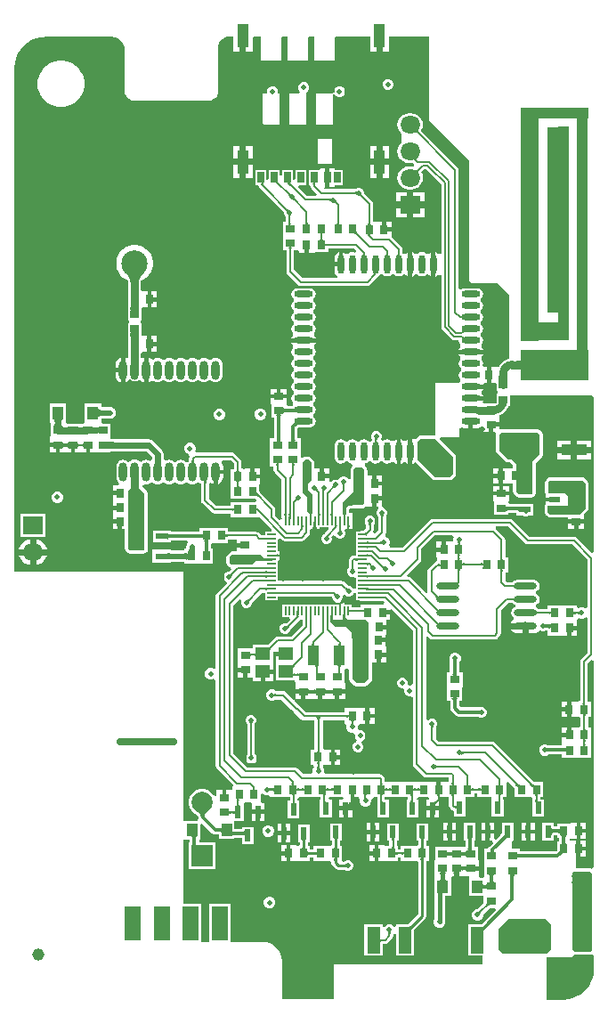
<source format=gbl>
G04*
G04 #@! TF.GenerationSoftware,Altium Limited,Altium Designer,21.0.8 (223)*
G04*
G04 Layer_Physical_Order=4*
G04 Layer_Color=16711680*
%FSTAX24Y24*%
%MOIN*%
G70*
G04*
G04 #@! TF.SameCoordinates,D94166DE-144D-4B7D-845D-6ED18FE10B1D*
G04*
G04*
G04 #@! TF.FilePolarity,Positive*
G04*
G01*
G75*
%ADD12C,0.0079*%
%ADD13C,0.0070*%
%ADD15C,0.0100*%
%ADD27R,0.0394X0.0472*%
%ADD28R,0.0315X0.0354*%
%ADD34R,0.0600X0.1260*%
%ADD36R,0.0472X0.0984*%
%ADD43R,0.0354X0.0315*%
%ADD46R,0.0453X0.0236*%
%ADD48R,0.0236X0.0453*%
%ADD82R,0.0945X0.0394*%
%ADD86C,0.0080*%
%ADD87C,0.0080*%
%ADD88C,0.0118*%
%ADD89C,0.0150*%
%ADD90C,0.0197*%
%ADD91C,0.0133*%
%ADD93C,0.0256*%
%ADD94C,0.0433*%
%ADD95O,0.0750X0.0650*%
%ADD96R,0.0750X0.0650*%
%ADD97R,0.0787X0.0787*%
%ADD98C,0.0787*%
%ADD99C,0.0454*%
%ADD100C,0.0197*%
%ADD101C,0.0315*%
%ADD102R,0.0591X0.1181*%
%ADD103R,0.0295X0.0445*%
%ADD104R,0.0256X0.0445*%
%ADD105R,0.0394X0.0866*%
G04:AMPARAMS|DCode=106|XSize=70.9mil|YSize=31.5mil|CornerRadius=15.8mil|HoleSize=0mil|Usage=FLASHONLY|Rotation=90.000|XOffset=0mil|YOffset=0mil|HoleType=Round|Shape=RoundedRectangle|*
%AMROUNDEDRECTD106*
21,1,0.0709,0.0000,0,0,90.0*
21,1,0.0394,0.0315,0,0,90.0*
1,1,0.0315,0.0000,0.0197*
1,1,0.0315,0.0000,-0.0197*
1,1,0.0315,0.0000,-0.0197*
1,1,0.0315,0.0000,0.0197*
%
%ADD106ROUNDEDRECTD106*%
%ADD107O,0.0236X0.0709*%
%ADD108O,0.0709X0.0236*%
%ADD109R,0.0354X0.0098*%
%ADD110R,0.0098X0.0354*%
%ADD111C,0.0984*%
%ADD112R,0.0433X0.0236*%
%ADD113R,0.0551X0.0472*%
%ADD114R,0.0433X0.0748*%
%ADD115O,0.0866X0.0236*%
%ADD116C,0.0236*%
%ADD117C,0.0060*%
%ADD118R,0.0787X0.6969*%
%ADD119R,0.0394X0.8032*%
%ADD120R,0.1811X0.0709*%
%ADD121R,0.0709X0.8740*%
%ADD122R,0.2520X0.0394*%
%ADD123R,0.2520X0.1181*%
%ADD124R,0.0394X1.0236*%
G36*
X074042Y064623D02*
X074279D01*
Y065165D01*
X075759D01*
X075759Y062045D01*
X077271Y060533D01*
X077271Y056051D01*
X077383Y055938D01*
X078334D01*
X078786Y055486D01*
X078786Y05311D01*
X078732Y053103D01*
X078598Y053048D01*
X078484Y05296D01*
X078395Y052845D01*
X078379Y052805D01*
X078364Y052805D01*
X07829Y052809D01*
X07829Y052809D01*
X07829Y052809D01*
X078094D01*
Y052513D01*
Y052218D01*
X07828D01*
Y052218D01*
Y052218D01*
X078304Y052146D01*
X078304Y052145D01*
Y051909D01*
X078326D01*
X078327Y051829D01*
X078304Y051807D01*
X078304D01*
Y051486D01*
X078286Y051459D01*
X078249Y051435D01*
X077855D01*
X077855Y051435D01*
Y051435D01*
X077813Y051447D01*
X07778Y051527D01*
X077792Y051545D01*
X077795Y051559D01*
X077333D01*
Y051716D01*
X077795D01*
X077792Y05173D01*
X077741Y051806D01*
X07773Y051826D01*
Y051883D01*
X077741Y051902D01*
X077792Y051978D01*
X077795Y051992D01*
X077333D01*
Y052149D01*
X077803D01*
X077843Y052218D01*
X077936D01*
Y052513D01*
Y052809D01*
X077834D01*
X077782Y052887D01*
X077792Y052937D01*
X077775Y053022D01*
X077727Y053094D01*
X077725Y053095D01*
X077725Y05319D01*
X07774Y0532D01*
X077792Y053278D01*
X077795Y053291D01*
X077333D01*
X076872D01*
X076875Y053278D01*
X076927Y0532D01*
X076941Y05319D01*
X076941Y053095D01*
X07694Y053094D01*
X076892Y053022D01*
X076875Y052937D01*
X076892Y052852D01*
X07694Y05278D01*
X076958Y052768D01*
Y052673D01*
X07694Y052661D01*
X076892Y052589D01*
X076875Y052504D01*
X076892Y052419D01*
X07694Y052346D01*
X076935Y052273D01*
X076878Y052214D01*
X076003D01*
Y050244D01*
X075443Y050244D01*
X075397Y050235D01*
X075358Y050208D01*
X075358Y050208D01*
X075258Y050108D01*
X075165Y050106D01*
X075162Y050108D01*
X075148Y050111D01*
Y049649D01*
Y049188D01*
X075162Y049191D01*
X07524Y049243D01*
X07531Y049206D01*
X075908Y048608D01*
X075908Y048608D01*
X075947Y048582D01*
X075993Y048573D01*
X075993Y048573D01*
X076553Y048573D01*
X0766Y048582D01*
X076639Y048608D01*
X076639Y048608D01*
X076749Y048718D01*
X076749Y048718D01*
X076775Y048757D01*
X076784Y048803D01*
X076784Y048803D01*
Y049463D01*
X076784Y049463D01*
X076775Y049509D01*
X076749Y049548D01*
X076187Y05011D01*
X076217Y050183D01*
X07692D01*
Y050511D01*
X076999Y050553D01*
X077005Y050549D01*
X077097Y050531D01*
X077255D01*
Y050771D01*
X077412D01*
Y050531D01*
X07757D01*
X077662Y050549D01*
X077725Y050591D01*
X077778Y050575D01*
X077804Y050557D01*
Y050383D01*
X078021D01*
Y050659D01*
X078099D01*
Y050738D01*
X078395D01*
Y050935D01*
X078395Y050935D01*
X078395D01*
X078395Y050935D01*
X078408Y051008D01*
X078416Y05101D01*
X078448Y051027D01*
X078477Y051039D01*
X078485Y051044D01*
X078492Y051048D01*
X078505Y051058D01*
X078517Y051064D01*
X078572Y051109D01*
X078601Y051131D01*
X078606Y051137D01*
X078607Y051138D01*
X078608Y051139D01*
X078613Y051144D01*
X078635Y051173D01*
X07868Y051227D01*
X078687Y05124D01*
X078696Y051252D01*
X0787Y05126D01*
X078705Y051267D01*
X078717Y051297D01*
X078735Y051329D01*
X078743Y051358D01*
X078792D01*
Y051746D01*
X081872D01*
X081927Y05169D01*
X081927Y045888D01*
X081854Y045858D01*
X081293Y046419D01*
X081247Y04645D01*
X081192Y046461D01*
X081192Y046461D01*
X079525D01*
X078907Y047079D01*
X078861Y04711D01*
X078806Y047121D01*
X078806Y047121D01*
X075912D01*
X075912Y047121D01*
X075858Y04711D01*
X075812Y047079D01*
X075812Y047079D01*
X074792Y04606D01*
X074311D01*
X074292Y046085D01*
X07427Y046138D01*
X074296Y046202D01*
Y046289D01*
X074263Y046368D01*
X074202Y046429D01*
X074153Y04645D01*
X074131Y046504D01*
X074127Y046526D01*
X074128Y046539D01*
X074152Y046575D01*
X074163Y046629D01*
Y047222D01*
X074163Y047223D01*
X074163Y047226D01*
X074164Y047228D01*
X074165Y04723D01*
X074165Y047231D01*
X074171Y047237D01*
X074201Y04731D01*
Y047389D01*
X074171Y047462D01*
X074115Y047518D01*
X07406Y047541D01*
X074028Y047574D01*
X074005Y047614D01*
X074005Y047627D01*
Y047813D01*
X073808D01*
Y047597D01*
X073875D01*
X073891Y047518D01*
X073891Y047518D01*
X073835Y047462D01*
X073805Y047389D01*
Y04731D01*
X073835Y047237D01*
X073879Y047194D01*
Y046688D01*
X073755Y046565D01*
X073728Y04657D01*
X07369Y046654D01*
X07369Y046656D01*
X0737Y046709D01*
Y046903D01*
X073701Y046905D01*
X073706Y046912D01*
X073726Y046932D01*
X073757Y047005D01*
Y047084D01*
X073726Y047157D01*
X073671Y047213D01*
X073598Y047243D01*
X073519D01*
X073446Y047213D01*
X07339Y047157D01*
X07336Y047084D01*
Y047005D01*
X07339Y046932D01*
X07341Y046912D01*
X073415Y046905D01*
X073416Y046903D01*
Y046768D01*
X073353Y046705D01*
X073348Y0467D01*
X073341Y046694D01*
X073337Y046694D01*
X073325Y046696D01*
X073317Y046694D01*
X07331Y046694D01*
X073298Y046689D01*
X073297Y046688D01*
X073268D01*
X073213Y046677D01*
X073179Y046654D01*
X073031D01*
Y046438D01*
X073031D01*
Y046339D01*
X073031D01*
Y046123D01*
Y045743D01*
X072957D01*
X072902Y045733D01*
X072856Y045702D01*
X072802Y045648D01*
X072771Y045602D01*
X072761Y045547D01*
Y045298D01*
X072759Y045297D01*
X072755Y04529D01*
X072734Y045269D01*
X072704Y045196D01*
Y045117D01*
X072734Y045045D01*
X07279Y044989D01*
X072863Y044959D01*
X072942D01*
X072953Y044963D01*
X073031Y04491D01*
Y044548D01*
X073018Y044526D01*
X072931Y04453D01*
X072875Y044586D01*
X072802Y044616D01*
X072773D01*
X072765Y044618D01*
X072764Y044618D01*
X072625Y044757D01*
X072578Y044788D01*
X072524Y044799D01*
X072524Y044799D01*
X070118D01*
Y045336D01*
X070118D01*
Y045552D01*
X070177Y045591D01*
X070177D01*
Y045926D01*
X070118D01*
Y046025D01*
X070118D01*
Y046123D01*
X070118D01*
Y046339D01*
X070138Y046374D01*
X070226Y046391D01*
X070288Y04633D01*
X070288Y04633D01*
X070334Y046299D01*
X070389Y046288D01*
X070389Y046288D01*
X071001D01*
X071001Y046288D01*
X071056Y046299D01*
X071102Y04633D01*
X071273Y0465D01*
X071304Y046547D01*
X071315Y046601D01*
X071315Y046601D01*
Y04669D01*
X071329Y046763D01*
X071417D01*
Y046822D01*
X071447D01*
Y046993D01*
X071448Y046994D01*
X071453Y046999D01*
X071487Y047051D01*
X071489Y047058D01*
X071511D01*
X071522Y047004D01*
X071545Y046969D01*
Y046822D01*
X071575D01*
Y046763D01*
X071663D01*
Y046822D01*
X071992D01*
X072022Y046749D01*
X071858Y046585D01*
X07184Y046558D01*
X071824Y046552D01*
X071768Y046496D01*
X071738Y046423D01*
Y046344D01*
X071768Y046271D01*
X071824Y046215D01*
X071897Y046185D01*
X071976D01*
X072048Y046215D01*
X072104Y046271D01*
X072134Y046344D01*
Y046423D01*
X072124Y046449D01*
X072178Y046503D01*
X072271Y046484D01*
X072272Y046482D01*
X072328Y046426D01*
X072401Y046396D01*
X072479D01*
X072552Y046426D01*
X072608Y046482D01*
X072638Y046554D01*
Y046633D01*
X072618Y046684D01*
X072647Y046746D01*
X072663Y046763D01*
X072923D01*
Y047353D01*
X072791D01*
X072791Y047491D01*
X072811Y047511D01*
X073022Y047512D01*
X073022Y047512D01*
X073022Y047512D01*
X073271Y047513D01*
X073294Y047518D01*
X073317Y047522D01*
X073317Y047522D01*
X073317Y047522D01*
X073337Y047535D01*
X073356Y047548D01*
X073405Y047597D01*
X073651D01*
Y047892D01*
X07373D01*
Y047971D01*
X074005D01*
Y048187D01*
X074005D01*
Y048367D01*
X07373D01*
Y048445D01*
X073651D01*
Y048741D01*
X073466D01*
X073462Y048964D01*
X073457Y048986D01*
X073453Y049008D01*
X073452Y049009D01*
X073452Y04901D01*
X073439Y049029D01*
X073427Y049047D01*
X073359Y049115D01*
X073361Y049148D01*
X073379Y049199D01*
X073422Y049208D01*
X073495Y049256D01*
X073507Y049274D01*
X073601D01*
X073613Y049256D01*
X073685Y049208D01*
X07377Y049191D01*
X073856Y049208D01*
X073928Y049256D01*
X07394Y049274D01*
X074034D01*
X074046Y049256D01*
X074118Y049208D01*
X074203Y049191D01*
X074289Y049208D01*
X074361Y049256D01*
X074362Y049257D01*
X074456Y049257D01*
X074466Y049243D01*
X074544Y049191D01*
X074558Y049188D01*
Y049649D01*
Y050111D01*
X074544Y050108D01*
X074466Y050056D01*
X074456Y050041D01*
X074362Y050041D01*
X074361Y050043D01*
X074289Y050091D01*
X074203Y050108D01*
X074118Y050091D01*
X074046Y050043D01*
X073975Y050078D01*
X073966Y050104D01*
X073993Y050169D01*
Y050248D01*
X073963Y050321D01*
X073907Y050376D01*
X073834Y050407D01*
X073755D01*
X073682Y050376D01*
X073626Y050321D01*
X073596Y050248D01*
Y050169D01*
X073626Y050096D01*
X073613Y050043D01*
X073601Y050025D01*
X073507D01*
X073495Y050043D01*
X073422Y050091D01*
X073337Y050108D01*
X073252Y050091D01*
X07318Y050043D01*
X073168Y050025D01*
X073073D01*
X073062Y050043D01*
X072989Y050091D01*
X072904Y050108D01*
X072819Y050091D01*
X072747Y050043D01*
X072735Y050025D01*
X07264D01*
X072628Y050043D01*
X072556Y050091D01*
X072471Y050108D01*
X072386Y050091D01*
X072314Y050043D01*
X072266Y049971D01*
X072249Y049886D01*
Y049413D01*
X072266Y049328D01*
X072314Y049256D01*
X072386Y049208D01*
X072471Y049191D01*
X072556Y049208D01*
X072628Y049256D01*
X07264Y049274D01*
X072735D01*
X072747Y049256D01*
X072819Y049208D01*
X072891Y049193D01*
X072911Y049152D01*
X072918Y049114D01*
X072862Y049058D01*
X072836Y049019D01*
X072826Y048973D01*
X072826Y048973D01*
Y048625D01*
X072748Y04861D01*
X072736Y048637D01*
X07268Y048693D01*
X072607Y048723D01*
X072529D01*
X072456Y048693D01*
X0724Y048637D01*
X072373Y048574D01*
X072316Y048598D01*
X072237D01*
X072164Y048567D01*
X072108Y048511D01*
X072108Y048511D01*
X072029Y048526D01*
Y048651D01*
X071754D01*
Y04873D01*
X071675D01*
Y049025D01*
X07149D01*
Y049236D01*
X07148Y049282D01*
X071454Y049321D01*
X071352Y049423D01*
X071313Y049449D01*
X071267Y049458D01*
X071267Y049458D01*
X071129D01*
X071125Y049458D01*
X071121Y049458D01*
X071102Y049453D01*
X071083Y049449D01*
X07108Y049447D01*
X071076Y049446D01*
X07106Y049434D01*
X071044Y049423D01*
X071041Y04942D01*
X07104Y049419D01*
X071011Y049423D01*
X070962Y049442D01*
X070962Y049595D01*
X070962Y049674D01*
Y050146D01*
X070847D01*
Y050519D01*
X070852Y050524D01*
X070862Y050533D01*
X070877Y050546D01*
X070882Y050549D01*
X07131D01*
X071395Y050566D01*
X071467Y050614D01*
X071515Y050686D01*
X071532Y050771D01*
X071515Y050857D01*
X071467Y050929D01*
X071449Y050941D01*
Y051035D01*
X071467Y051047D01*
X071515Y051119D01*
X071532Y051205D01*
X071515Y05129D01*
X071467Y051362D01*
X071449Y051374D01*
Y051468D01*
X071467Y05148D01*
X071515Y051552D01*
X071532Y051638D01*
X071515Y051723D01*
X071467Y051795D01*
X071449Y051807D01*
Y051901D01*
X071467Y051913D01*
X071515Y051986D01*
X071532Y052071D01*
X071515Y052156D01*
X071467Y052228D01*
X071449Y05224D01*
Y052335D01*
X071467Y052346D01*
X071515Y052419D01*
X071532Y052504D01*
X071515Y052589D01*
X071467Y052661D01*
X071449Y052673D01*
Y052768D01*
X071467Y05278D01*
X071515Y052852D01*
X071532Y052937D01*
X071515Y053022D01*
X071467Y053094D01*
X071449Y053106D01*
Y053201D01*
X071467Y053213D01*
X071515Y053285D01*
X071532Y05337D01*
X071515Y053455D01*
X071467Y053527D01*
X071465Y053528D01*
X071465Y053623D01*
X07148Y053633D01*
X071532Y053711D01*
X071535Y053724D01*
X070612D01*
X070615Y053711D01*
X070667Y053633D01*
X070682Y053623D01*
X070682Y053528D01*
X07068Y053527D01*
X070632Y053455D01*
X070615Y05337D01*
X070632Y053285D01*
X07068Y053213D01*
X070698Y053201D01*
Y053106D01*
X07068Y053094D01*
X070632Y053022D01*
X070615Y052937D01*
X070632Y052852D01*
X07068Y05278D01*
X070698Y052768D01*
Y052673D01*
X07068Y052661D01*
X070632Y052589D01*
X070615Y052504D01*
X070632Y052419D01*
X07068Y052346D01*
X070698Y052335D01*
Y05224D01*
X07068Y052228D01*
X070632Y052156D01*
X070615Y052071D01*
X070632Y051986D01*
X07068Y051913D01*
X070698Y051901D01*
Y051807D01*
X07068Y051795D01*
X070632Y051723D01*
X070615Y051638D01*
X070632Y051552D01*
X07068Y05148D01*
X070685Y051477D01*
X070688Y051396D01*
X07063Y051348D01*
X070494D01*
X070435Y051427D01*
X070439Y051443D01*
X070439Y051496D01*
Y05164D01*
X070143D01*
X069848D01*
Y051496D01*
X069848Y051443D01*
X069866Y051372D01*
Y05091D01*
X069981D01*
Y050146D01*
X069817D01*
Y049674D01*
X069817Y049631D01*
X069817Y049552D01*
Y04908D01*
X069951D01*
Y048963D01*
X069951Y048963D01*
X069962Y048909D01*
X069993Y048862D01*
X070251Y048604D01*
Y047276D01*
X070251Y047268D01*
X070248Y047264D01*
X070247Y04725D01*
X070246Y047248D01*
X070246Y047246D01*
X070244Y047234D01*
X070245Y047229D01*
X070244Y047225D01*
X070248Y04721D01*
X070249Y047208D01*
X070249Y047208D01*
X070249Y047208D01*
X070251Y047197D01*
Y047186D01*
X070262Y047131D01*
X070253Y047106D01*
X070164Y047084D01*
X07001Y047238D01*
Y047492D01*
X07001Y047492D01*
X069999Y047546D01*
X069968Y047593D01*
X069968Y047593D01*
X069435Y048125D01*
X069433Y048128D01*
X069429Y048134D01*
X069425Y048139D01*
X069423Y048143D01*
X069421Y048147D01*
X06942Y04815D01*
X06942Y048152D01*
X06942Y048153D01*
X069419Y048159D01*
X069419Y048162D01*
Y048416D01*
X069437D01*
Y048633D01*
X069161D01*
Y048712D01*
X069083D01*
Y049007D01*
X068939D01*
X068886Y049007D01*
X068832Y048993D01*
X068775Y049022D01*
X068753Y049045D01*
Y049262D01*
X068742Y049317D01*
X068711Y049363D01*
X068711Y049363D01*
X068517Y049557D01*
X068471Y049588D01*
X068416Y049599D01*
X068416Y049599D01*
X067075D01*
X067024Y049678D01*
X067038Y049712D01*
Y049798D01*
X067005Y049878D01*
X066945Y049939D01*
X066865Y049972D01*
X066779D01*
X066699Y049939D01*
X066638Y049878D01*
X066605Y049798D01*
Y049712D01*
X066638Y049633D01*
X066699Y049572D01*
X06677Y049542D01*
X066775Y049538D01*
X066785Y049522D01*
X066807Y04946D01*
X066796Y049444D01*
X066785Y049389D01*
X066785Y049389D01*
Y049298D01*
X066733Y049258D01*
X066667D01*
X066613Y049299D01*
X066551Y049325D01*
X066483Y049334D01*
X066416Y049325D01*
X066353Y049299D01*
X0663Y049258D01*
X066234D01*
X06618Y049299D01*
X066117Y049325D01*
X06605Y049334D01*
X065983Y049325D01*
X06592Y049299D01*
X065842Y049334D01*
X06584Y049336D01*
Y049541D01*
X06584Y049541D01*
X065823Y049626D01*
X065774Y049698D01*
X065774Y049698D01*
X065434Y050039D01*
X065362Y050087D01*
X065277Y050104D01*
X065277Y050104D01*
X063881D01*
X063849Y050106D01*
X063835Y050179D01*
X063835Y050222D01*
Y050694D01*
X063559D01*
X0635Y050742D01*
X0635Y050773D01*
Y05087D01*
X063502Y050871D01*
X063521Y050874D01*
X063534Y050875D01*
X063692D01*
X063712Y050871D01*
X063822D01*
X063863Y050879D01*
X063869D01*
X063874Y050882D01*
X063906Y050888D01*
X063934Y050906D01*
X063948Y050912D01*
X06396Y050924D01*
X063978Y050936D01*
X063982Y05094D01*
X063994Y050958D01*
X064009Y050973D01*
X064018Y050993D01*
X06403Y051011D01*
X064034Y051033D01*
X064042Y051053D01*
Y051075D01*
X064047Y051096D01*
X064042Y051117D01*
Y051139D01*
X064034Y051159D01*
X06403Y05118D01*
X064018Y051199D01*
X064009Y051219D01*
X063994Y051234D01*
X063982Y051252D01*
X063964Y051264D01*
X063948Y05128D01*
X063928Y051288D01*
X06391Y0513D01*
X063889Y051304D01*
X063869Y051312D01*
X063847D01*
X063826Y051317D01*
X063806Y051313D01*
X063728D01*
X063708Y051317D01*
X063534D01*
X063521Y051318D01*
X063502Y051321D01*
X0635Y051322D01*
Y05145D01*
X06287D01*
X06287Y050759D01*
X062848Y050723D01*
X062812Y050692D01*
X062728D01*
Y050692D01*
X062717Y050692D01*
X062717Y050692D01*
X062619D01*
X062615Y050693D01*
X062612Y050692D01*
X062267D01*
X062263Y050693D01*
X06226Y050692D01*
X062208D01*
X062181Y05076D01*
X062181Y050763D01*
Y050857D01*
X062182Y050861D01*
X062181Y050865D01*
Y051432D01*
X061587D01*
Y050865D01*
X061586Y050861D01*
X061587Y050857D01*
Y05076D01*
X061587D01*
X061596Y050698D01*
X061596Y050698D01*
Y050601D01*
X061595Y050597D01*
X061596Y050593D01*
Y050236D01*
X061578Y050165D01*
X061578Y050112D01*
Y049968D01*
X061873D01*
Y049889D01*
X061952D01*
Y049614D01*
X062144D01*
Y049608D01*
X062361D01*
Y049884D01*
X062518D01*
Y049608D01*
X06271D01*
Y049608D01*
X062927D01*
Y049884D01*
X063084D01*
Y049608D01*
X063301D01*
Y049628D01*
X06373D01*
X063734Y049627D01*
X063736Y049628D01*
X063739Y049627D01*
X063741Y049628D01*
X063835D01*
Y049655D01*
X063897Y049659D01*
X065185D01*
X065395Y049449D01*
Y049337D01*
X065316Y049298D01*
X065314Y049299D01*
X065251Y049325D01*
X065184Y049334D01*
X065117Y049325D01*
X065054Y049299D01*
X065001Y049258D01*
X064925Y049289D01*
X06489Y049315D01*
X064823Y049343D01*
X064751Y049352D01*
X064679Y049343D01*
X064612Y049315D01*
X064577Y049289D01*
X064502Y049258D01*
X064448Y049299D01*
X064385Y049325D01*
X064318Y049334D01*
X064251Y049325D01*
X064188Y049299D01*
X064134Y049258D01*
X064093Y049204D01*
X064067Y049142D01*
X064058Y049074D01*
Y048681D01*
X064067Y048613D01*
X064093Y048551D01*
X064134Y048497D01*
X064182Y04846D01*
X064183Y048451D01*
X064135Y048381D01*
X063926D01*
Y048165D01*
X064202D01*
Y048007D01*
X063926D01*
Y047791D01*
X063942D01*
Y047616D01*
X064218D01*
Y047458D01*
X063942D01*
Y047324D01*
X063926D01*
Y047108D01*
X064202D01*
Y047029D01*
X064281D01*
Y046734D01*
X064388D01*
Y046017D01*
X064398Y045971D01*
X064424Y045932D01*
X064424Y045932D01*
X064495Y045861D01*
X064534Y045835D01*
X06458Y045826D01*
X06458Y045826D01*
X065078D01*
X065124Y045835D01*
X065163Y045861D01*
X065169Y045867D01*
X065225D01*
Y04596D01*
X065228Y045976D01*
X065228Y045976D01*
X065228Y048086D01*
X065228Y048086D01*
X065219Y048132D01*
X065192Y048171D01*
X065192Y048171D01*
X065051Y048312D01*
X065056Y048381D01*
X065125Y048429D01*
X065184Y048421D01*
X065251Y04843D01*
X065314Y048456D01*
X065368Y048497D01*
X065434D01*
X065487Y048456D01*
X06555Y04843D01*
X065617Y048421D01*
X065684Y04843D01*
X065747Y048456D01*
X065801Y048497D01*
X065867D01*
X06592Y048456D01*
X065983Y04843D01*
X06605Y048421D01*
X066117Y04843D01*
X06618Y048456D01*
X066234Y048497D01*
X0663D01*
X066353Y048456D01*
X066416Y04843D01*
X066483Y048421D01*
X066551Y04843D01*
X066613Y048456D01*
X066667Y048497D01*
X066733D01*
X066786Y048456D01*
X066849Y04843D01*
X066916Y048421D01*
X066984Y04843D01*
X067046Y048456D01*
X0671Y048497D01*
X067166D01*
X06722Y048456D01*
X067244Y048446D01*
Y047816D01*
X067244Y047816D01*
X067255Y047762D01*
X067286Y047716D01*
X067628Y047373D01*
X067675Y047342D01*
X067729Y047331D01*
X067729Y047331D01*
X068353D01*
Y047197D01*
X068825D01*
X068867Y047197D01*
X068946Y047197D01*
X069419D01*
X069419Y047197D01*
Y047197D01*
X069472Y047145D01*
X06989Y046727D01*
X06986Y046654D01*
X069646D01*
Y046531D01*
X069467D01*
X069398Y0466D01*
X069352Y046631D01*
X069298Y046642D01*
X068254D01*
Y046777D01*
X067781D01*
X067739Y046777D01*
X06766Y046777D01*
X067188D01*
Y046639D01*
X066092D01*
Y046695D01*
X065995D01*
X065991Y046696D01*
X065987Y046695D01*
X065982D01*
X06598Y046695D01*
X06598Y046695D01*
X06544D01*
Y046259D01*
X06598D01*
X06598Y046259D01*
X065982Y046259D01*
X065987D01*
X065991Y046258D01*
X065995Y046259D01*
X066092D01*
Y046315D01*
X066722D01*
X066742Y046281D01*
X066749Y046236D01*
X066746Y046234D01*
X06674Y046228D01*
X066728Y046209D01*
X066719Y0462D01*
X066714Y046189D01*
X066692Y046156D01*
X066675Y046071D01*
Y046027D01*
X066601D01*
Y045955D01*
X066567Y045951D01*
X06611D01*
Y045965D01*
X065997D01*
X065991Y045966D01*
X065986Y045965D01*
X065422D01*
Y045493D01*
X065978D01*
X065981Y045492D01*
X065986Y045493D01*
X065991Y045492D01*
X065997Y045493D01*
X06611D01*
Y045508D01*
X066129Y04551D01*
X066574D01*
X066583Y045509D01*
X066601Y045507D01*
Y045436D01*
X066715D01*
X066721Y045435D01*
X066726Y045436D01*
X066737D01*
X066737Y045436D01*
X066737Y045436D01*
X067099D01*
X067153Y045436D01*
X067224Y045455D01*
X067686D01*
Y046009D01*
X067599D01*
Y046167D01*
X067654Y046222D01*
X067702D01*
X067781Y046222D01*
X068254D01*
Y046357D01*
X068586D01*
Y04622D01*
X068881D01*
Y046062D01*
X068586D01*
Y045899D01*
X068385D01*
X068339Y04589D01*
X0683Y045864D01*
X0683Y045864D01*
X068225Y045789D01*
X068199Y04575D01*
X06819Y045704D01*
X06819Y045704D01*
Y045653D01*
X068182Y045635D01*
Y045549D01*
X06819Y045531D01*
Y045476D01*
X06819Y045476D01*
X068199Y04543D01*
X068225Y045391D01*
X068276Y04534D01*
X068315Y045313D01*
X068331Y04531D01*
X068362Y045231D01*
X068362Y04523D01*
X06829Y045158D01*
X068288Y045158D01*
X06828Y045156D01*
X068251D01*
X068178Y045126D01*
X068122Y04507D01*
X068092Y044997D01*
Y044918D01*
X068122Y044846D01*
X068178Y04479D01*
X068192Y044717D01*
X067829Y044353D01*
X067798Y044307D01*
X067787Y044253D01*
Y041543D01*
X067746Y04152D01*
X067708Y041506D01*
X067637Y041535D01*
X06755D01*
X067471Y041502D01*
X06741Y041442D01*
X067377Y041362D01*
Y041276D01*
X06741Y041196D01*
X067471Y041135D01*
X06755Y041102D01*
X067637D01*
X067708Y041132D01*
X067746Y041118D01*
X067787Y041095D01*
Y037866D01*
X067798Y037812D01*
X067829Y037766D01*
X068435Y037159D01*
X068402Y037081D01*
X0684D01*
Y037043D01*
X068399Y036965D01*
X068182D01*
Y036689D01*
X068025D01*
Y036965D01*
X067808D01*
Y036753D01*
X067798Y036747D01*
X067693Y036774D01*
X067669Y036816D01*
X067577Y036908D01*
X067464Y036973D01*
X067338Y037007D01*
X067208D01*
X067083Y036973D01*
X06697Y036908D01*
X066878Y036816D01*
X066813Y036704D01*
X06678Y036578D01*
Y036448D01*
X066813Y036323D01*
X066878Y03621D01*
X06697Y036118D01*
X067023Y036088D01*
X06703Y036082D01*
X067055Y036067D01*
X067073Y036053D01*
X067089Y03604D01*
X067101Y036027D01*
X067111Y036014D01*
X067118Y036001D01*
X067124Y035988D01*
X067128Y035974D01*
X06713Y03596D01*
Y035942D01*
X067137Y035906D01*
X067098Y035841D01*
X067083Y035828D01*
X066583D01*
Y045158D01*
X06025D01*
Y064011D01*
X06025Y064012D01*
X060264Y064191D01*
X060306Y064368D01*
X060375Y064535D01*
X06047Y06469D01*
X060588Y064827D01*
X060726Y064945D01*
X06088Y06504D01*
X061048Y065109D01*
X061224Y065152D01*
X061328Y06516D01*
X061405Y065165D01*
D01*
X061413Y065165D01*
X063884D01*
X063886Y065166D01*
X064011Y065149D01*
X064131Y0651D01*
X064234Y065021D01*
X064313Y064918D01*
X064363Y064798D01*
X064371Y064741D01*
X064379Y064666D01*
X064379Y064666D01*
X064379Y064666D01*
X064379Y064588D01*
Y0632D01*
X064379Y063125D01*
X064379Y063124D01*
X064379Y063124D01*
X064379Y063123D01*
X06438Y063123D01*
X06439Y063047D01*
X064425Y062962D01*
X064481Y062888D01*
X064554Y062832D01*
X06464Y062797D01*
X064683Y062791D01*
X064693Y062787D01*
X064706D01*
X064706Y062787D01*
X064706Y062787D01*
X067457D01*
X067533Y062787D01*
X067533Y062787D01*
X067534Y062787D01*
Y062787D01*
X067535Y062787D01*
X06761Y062797D01*
X067695Y062833D01*
X067769Y062889D01*
X067825Y062962D01*
X06786Y063047D01*
X067868Y063109D01*
X06787Y063114D01*
Y064851D01*
X067897Y064917D01*
X067954Y065003D01*
X068028Y065077D01*
X068114Y065135D01*
X068209Y065176D01*
X068311Y065197D01*
X068363Y065197D01*
X068365Y065197D01*
X068452Y065197D01*
Y064623D01*
X068688D01*
Y065213D01*
X068924D01*
Y064623D01*
X06916D01*
Y065141D01*
X069216Y065197D01*
X069477Y065197D01*
Y064268D01*
X070245D01*
Y065141D01*
X070301Y065197D01*
X070477Y065197D01*
Y064268D01*
X071245D01*
Y065141D01*
X071301Y065197D01*
X071477Y065197D01*
Y064268D01*
X072245D01*
Y065141D01*
X072301Y065197D01*
X07357Y065197D01*
Y064623D01*
X073806D01*
Y065213D01*
X074042D01*
Y064623D01*
D02*
G37*
G36*
X079372Y052578D02*
X079368Y052608D01*
X079359Y052635D01*
X079343Y052659D01*
X079321Y052679D01*
X079293Y052696D01*
X079258Y05271D01*
X079217Y052722D01*
X079169Y052729D01*
X079115Y052734D01*
X079055Y052736D01*
Y053051D01*
X079115Y053052D01*
X079169Y053057D01*
X079217Y053065D01*
X079258Y053076D01*
X079293Y05309D01*
X079321Y053107D01*
X079343Y053128D01*
X079359Y053151D01*
X079368Y053178D01*
X079372Y053208D01*
Y052578D01*
D02*
G37*
G36*
X078708Y052515D02*
X078721Y052292D01*
X078724Y05229D01*
X078372D01*
X078376Y052292D01*
X07838Y052301D01*
X078383Y052315D01*
X078385Y052334D01*
X07839Y05239D01*
X078393Y052568D01*
X078708D01*
X078708Y052515D01*
D02*
G37*
G36*
X070778Y051102D02*
X070771Y051107D01*
X070762Y051111D01*
X070752Y051115D01*
X070739Y051118D01*
X070726Y051121D01*
X070693Y051125D01*
X070674Y051126D01*
X070631Y051127D01*
X07061Y051245D01*
X070641Y051246D01*
X070695Y05125D01*
X070716Y051254D01*
X070735Y05126D01*
X07075Y051266D01*
X070761Y051274D01*
X07077Y051282D01*
X070774Y051292D01*
X070776Y051303D01*
X070778Y051102D01*
D02*
G37*
G36*
X070319Y051293D02*
X070323Y051283D01*
X070329Y051274D01*
X070337Y051266D01*
X070348Y05126D01*
X070361Y051255D01*
X070377Y051251D01*
X070395Y051248D01*
X070415Y051246D01*
X070438Y051245D01*
Y051127D01*
X070415Y051126D01*
X070395Y051125D01*
X070377Y051122D01*
X070361Y051118D01*
X070348Y051112D01*
X070337Y051106D01*
X070329Y051098D01*
X070323Y051089D01*
X070319Y051079D01*
X070318Y051068D01*
Y051304D01*
X070319Y051293D01*
D02*
G37*
G36*
X063381Y051274D02*
X063387Y051257D01*
X063397Y051243D01*
X063411Y05123D01*
X063429Y051219D01*
X063451Y05121D01*
X063476Y051203D01*
X063506Y051198D01*
X06354Y051195D01*
X063577Y051194D01*
Y050998D01*
X06354Y050997D01*
X063506Y050994D01*
X063476Y050989D01*
X063451Y050982D01*
X063429Y050973D01*
X063411Y050962D01*
X063397Y050949D01*
X063387Y050935D01*
X063381Y050918D01*
X063379Y050899D01*
Y051293D01*
X063381Y051274D01*
D02*
G37*
G36*
X07025Y051011D02*
X07024Y051008D01*
X070231Y051002D01*
X070224Y050994D01*
X070217Y050983D01*
X070212Y05097D01*
X070208Y050954D01*
X070205Y050936D01*
X070203Y050916D01*
X070203Y050893D01*
X070084D01*
X070084Y050916D01*
X070082Y050936D01*
X070079Y050954D01*
X070075Y05097D01*
X07007Y050983D01*
X070063Y050994D01*
X070055Y051002D01*
X070047Y051008D01*
X070037Y051011D01*
X070025Y051013D01*
X070262D01*
X07025Y051011D01*
D02*
G37*
G36*
X070918Y050655D02*
X070908Y05066D01*
X070896Y050662D01*
X070883Y050661D01*
X070868Y050657D01*
X070852Y050651D01*
X070835Y050641D01*
X070816Y050628D01*
X070796Y050612D01*
X070775Y050592D01*
X070752Y05057D01*
X070649Y050635D01*
X070672Y050658D01*
X070707Y0507D01*
X07072Y050719D01*
X070729Y050735D01*
X070735Y05075D01*
X070737Y050763D01*
X070736Y050774D01*
X070731Y050783D01*
X070723Y050791D01*
X070918Y050655D01*
D02*
G37*
G36*
X062065Y050859D02*
X062052Y050851D01*
X06204Y05084D01*
X06203Y050823D01*
X062022Y050802D01*
X062015Y050776D01*
X062009Y050745D01*
X062007Y050724D01*
X06201Y050682D01*
X062014Y050656D01*
X062019Y050634D01*
X062025Y050618D01*
X062032Y050606D01*
X06204Y050599D01*
X062049Y050597D01*
X061697D01*
X06171Y050599D01*
X061722Y050606D01*
X061732Y050618D01*
X061741Y050634D01*
X061749Y050656D01*
X061755Y050682D01*
X06176Y050712D01*
X061761Y050723D01*
X061759Y050745D01*
X061754Y050776D01*
X061747Y050802D01*
X061738Y050823D01*
X061728Y05084D01*
X061716Y050851D01*
X061703Y050859D01*
X061688Y050861D01*
X06208D01*
X062065Y050859D01*
D02*
G37*
G36*
X063382Y05028D02*
X06338Y050291D01*
X063374Y0503D01*
X063364Y050309D01*
X063351Y050316D01*
X063333Y050322D01*
X063311Y050327D01*
X063286Y050331D01*
X063283Y050332D01*
X063278Y050331D01*
X063252Y050327D01*
X063231Y050322D01*
X063213Y050316D01*
X063199Y050308D01*
X063189Y050299D01*
X063184Y05029D01*
X063182Y050279D01*
Y050591D01*
X063184Y05058D01*
X063189Y05057D01*
X063199Y050562D01*
X063213Y050554D01*
X063231Y050548D01*
X063252Y050543D01*
X063278Y050538D01*
X063281Y050538D01*
X063286Y050539D01*
X063311Y050543D01*
X063333Y050548D01*
X063351Y050555D01*
X063364Y050562D01*
X063374Y050571D01*
X06338Y050581D01*
X063382Y050593D01*
Y05028D01*
D02*
G37*
G36*
X062051Y050586D02*
X062059Y050577D01*
X06207Y050569D01*
X062087Y050562D01*
X062108Y050556D01*
X062134Y050551D01*
X062155Y050549D01*
X062178Y050551D01*
X062204Y050555D01*
X062226Y05056D01*
X062242Y050566D01*
X062254Y050574D01*
X062261Y050582D01*
X062263Y050591D01*
Y050543D01*
X062285Y050543D01*
Y050307D01*
X062263Y050306D01*
Y050279D01*
X062261Y050284D01*
X062254Y050289D01*
X062242Y050293D01*
X062226Y050296D01*
X062204Y0503D01*
X062173Y050302D01*
X06207Y050296D01*
X062059Y050292D01*
X062051Y050288D01*
X062049Y050284D01*
Y050306D01*
X062027Y050307D01*
Y050543D01*
X062049Y050543D01*
Y050597D01*
X062051Y050586D01*
D02*
G37*
G36*
X062618Y050582D02*
X062625Y050574D01*
X062637Y050566D01*
X062653Y05056D01*
X062674Y050555D01*
X0627Y050551D01*
X062717Y050549D01*
X062745Y050551D01*
X062771Y050555D01*
X062792Y05056D01*
X062808Y050566D01*
X06282Y050574D01*
X062827Y050582D01*
X06283Y050591D01*
Y050543D01*
X062852Y050543D01*
Y050307D01*
X06283Y050306D01*
Y050279D01*
X062827Y050284D01*
X06282Y050289D01*
X062808Y050293D01*
X062792Y050296D01*
X062771Y0503D01*
X06274Y050302D01*
X062653Y050296D01*
X062637Y050293D01*
X062625Y050289D01*
X062618Y050284D01*
X062615Y050279D01*
Y050306D01*
X062593Y050307D01*
Y050543D01*
X062615Y050543D01*
Y050591D01*
X062618Y050582D01*
D02*
G37*
G36*
X070203Y05014D02*
X070205Y05012D01*
X070208Y050102D01*
X070212Y050087D01*
X070217Y050073D01*
X070224Y050063D01*
X070231Y050054D01*
X07024Y050048D01*
X07025Y050045D01*
X070262Y050044D01*
X070025D01*
X070037Y050045D01*
X070047Y050048D01*
X070055Y050054D01*
X070063Y050063D01*
X07007Y050073D01*
X070075Y050087D01*
X070079Y050102D01*
X070082Y05012D01*
X070084Y05014D01*
X070084Y050163D01*
X070203D01*
X070203Y05014D01*
D02*
G37*
G36*
X070744Y05014D02*
X070746Y05012D01*
X070749Y050102D01*
X070753Y050087D01*
X070758Y050073D01*
X070765Y050063D01*
X070772Y050054D01*
X070781Y050048D01*
X070791Y050045D01*
X070803Y050044D01*
X070566D01*
X070578Y050045D01*
X070588Y050048D01*
X070596Y050054D01*
X070604Y050063D01*
X070611Y050073D01*
X070616Y050087D01*
X07062Y050102D01*
X070623Y05012D01*
X070625Y05014D01*
X070625Y050163D01*
X070744D01*
X070744Y05014D01*
D02*
G37*
G36*
X073854Y05013D02*
X073848Y050125D01*
X073843Y050119D01*
X073838Y050113D01*
X073833Y050106D01*
X07383Y050099D01*
X073827Y050091D01*
X073825Y050083D01*
X073823Y050074D01*
X073822Y050064D01*
X073822Y05006D01*
X073822Y05005D01*
X073825Y050015D01*
X073828Y050001D01*
X073831Y049989D01*
X073836Y049979D01*
X073841Y049971D01*
X073846Y049965D01*
X073853Y049961D01*
X07386Y049959D01*
X073704Y049981D01*
X073712Y049981D01*
X073718Y049983D01*
X073724Y049987D01*
X073729Y049994D01*
X073733Y050003D01*
X073737Y050013D01*
X07374Y050026D01*
X073741Y050042D01*
X073743Y050059D01*
X073743Y050071D01*
X073743Y050075D01*
X073742Y050084D01*
X073741Y050093D01*
X073739Y050102D01*
X073737Y05011D01*
X073734Y050118D01*
X07373Y050126D01*
X073727Y050133D01*
X073722Y05014D01*
X073717Y050147D01*
X073854Y05013D01*
D02*
G37*
G36*
X062265Y049769D02*
X062263Y04978D01*
X06226Y04979D01*
X062254Y049799D01*
X062246Y049807D01*
X062235Y049813D01*
X062222Y049819D01*
X062206Y049823D01*
X062188Y049826D01*
X062168Y049828D01*
X062156Y049828D01*
X062144Y049828D01*
X062124Y049826D01*
X062106Y049823D01*
X062091Y049819D01*
X062078Y049813D01*
X062067Y049807D01*
X062059Y049799D01*
X062053Y04979D01*
X062049Y04978D01*
X062048Y049769D01*
Y050005D01*
X062049Y049994D01*
X062053Y049984D01*
X062059Y049975D01*
X062067Y049968D01*
X062078Y049961D01*
X062091Y049956D01*
X062106Y049952D01*
X062124Y049949D01*
X062144Y049947D01*
X062156Y049947D01*
X062168Y049947D01*
X062188Y049949D01*
X062206Y049952D01*
X062222Y049956D01*
X062235Y049961D01*
X062246Y049968D01*
X062254Y049975D01*
X06226Y049984D01*
X062263Y049994D01*
X062265Y050005D01*
Y049769D01*
D02*
G37*
G36*
X062831Y049805D02*
X06283Y049812D01*
X062828Y049819D01*
X062824Y049825D01*
X062818Y04983D01*
X062811Y049834D01*
X062802Y049838D01*
X062792Y049841D01*
X06278Y049843D01*
X062766Y049844D01*
X062751Y049844D01*
Y049923D01*
X062766Y049923D01*
X06278Y049925D01*
X062792Y049927D01*
X062802Y049929D01*
X062811Y049933D01*
X062818Y049937D01*
X062824Y049942D01*
X062828Y049948D01*
X06283Y049955D01*
X062831Y049962D01*
Y049805D01*
D02*
G37*
G36*
X062615Y049955D02*
X062617Y049948D01*
X062621Y049942D01*
X062627Y049937D01*
X062634Y049933D01*
X062643Y049929D01*
X062653Y049927D01*
X062665Y049925D01*
X062679Y049923D01*
X062694Y049923D01*
Y049844D01*
X062679Y049844D01*
X062665Y049843D01*
X062653Y049841D01*
X062643Y049838D01*
X062634Y049834D01*
X062627Y04983D01*
X062621Y049825D01*
X062617Y049819D01*
X062615Y049812D01*
X062614Y049805D01*
Y049962D01*
X062615Y049955D01*
D02*
G37*
G36*
X063736Y050034D02*
X063744Y050026D01*
X063755Y05002D01*
X063772Y050015D01*
X063793Y05001D01*
X063819Y050006D01*
X063885Y050001D01*
X06397Y049999D01*
Y049763D01*
X063925Y049763D01*
X063793Y049755D01*
X063772Y049751D01*
X063755Y049746D01*
X063744Y049741D01*
X063736Y049736D01*
X063734Y049729D01*
Y050042D01*
X063736Y050034D01*
D02*
G37*
G36*
X066968Y049302D02*
X066969Y049283D01*
X066972Y049251D01*
X066974Y049238D01*
X066978Y049227D01*
X066982Y049218D01*
X066987Y049211D01*
X066993Y049205D01*
X067Y049202D01*
X067007Y0492D01*
X066849Y049214D01*
X066856Y049214D01*
X066863Y049217D01*
X066869Y049221D01*
X066874Y049228D01*
X066878Y049236D01*
X066882Y049246D01*
X066885Y049259D01*
X066887Y049273D01*
X066888Y04929D01*
X066888Y049308D01*
X066968Y049302D01*
D02*
G37*
G36*
X065735Y049368D02*
X065747Y049171D01*
X06575Y04916D01*
X065754Y049153D01*
X065481D01*
X065484Y04916D01*
X065487Y049171D01*
X06549Y049187D01*
X065492Y049206D01*
X065497Y049291D01*
X065499Y049413D01*
X065735D01*
X065735Y049368D01*
D02*
G37*
G36*
X070166Y04918D02*
X070159Y049178D01*
X070153Y049174D01*
X070148Y049168D01*
X070144Y049161D01*
X07014Y049152D01*
X070138Y049142D01*
X070136Y04913D01*
X070134Y049116D01*
X070134Y049101D01*
X070054D01*
X070054Y049116D01*
X070052Y04913D01*
X07005Y049142D01*
X070048Y049152D01*
X070044Y049161D01*
X07004Y049168D01*
X070034Y049174D01*
X070028Y049178D01*
X070022Y04918D01*
X070014Y049181D01*
X070174D01*
X070166Y04918D01*
D02*
G37*
G36*
X070757Y04918D02*
X07075Y049178D01*
X070744Y049174D01*
X070739Y049168D01*
X070734Y049161D01*
X070731Y049152D01*
X070728Y049142D01*
X070726Y04913D01*
X070725Y049116D01*
X070724Y049101D01*
X070645D01*
X070644Y049116D01*
X070643Y04913D01*
X070641Y049142D01*
X070638Y049152D01*
X070635Y049161D01*
X07063Y049168D01*
X070625Y049174D01*
X070619Y049178D01*
X070612Y04918D01*
X070605Y049181D01*
X070764D01*
X070757Y04918D01*
D02*
G37*
G36*
X068651Y048952D02*
X068652Y048938D01*
X068654Y048926D01*
X068657Y048916D01*
X06866Y048907D01*
X068665Y0489D01*
X06867Y048894D01*
X068676Y04889D01*
X068683Y048887D01*
X06869Y048887D01*
X06853D01*
X068538Y048887D01*
X068545Y04889D01*
X068551Y048894D01*
X068556Y0489D01*
X06856Y048907D01*
X068564Y048916D01*
X068567Y048926D01*
X068569Y048938D01*
X06857Y048952D01*
X06857Y048968D01*
X06865D01*
X068651Y048952D01*
D02*
G37*
G36*
X076003Y050123D02*
X076663Y049463D01*
Y048803D01*
X076553Y048693D01*
X075993Y048693D01*
X075343Y049343D01*
Y050023D01*
X075443Y050123D01*
X076003Y050123D01*
D02*
G37*
G36*
X068682Y048536D02*
X068676Y048534D01*
X06867Y04853D01*
X068664Y048524D01*
X06866Y048517D01*
X068656Y048508D01*
X068654Y048497D01*
X068652Y048485D01*
X06865Y048471D01*
X06865Y048456D01*
X06857D01*
X06857Y048471D01*
X068568Y048485D01*
X068566Y048497D01*
X068564Y048508D01*
X06856Y048517D01*
X068556Y048524D01*
X06855Y04853D01*
X068544Y048534D01*
X068538Y048536D01*
X06853Y048537D01*
X06869D01*
X068682Y048536D01*
D02*
G37*
G36*
X067458Y048574D02*
X067452Y048569D01*
X067446Y048562D01*
X067441Y048554D01*
X067437Y048543D01*
X067433Y048531D01*
X06743Y048517D01*
X067428Y048501D01*
X067427Y048483D01*
X067427Y048464D01*
X067347Y048443D01*
X067347Y048462D01*
X067343Y048493D01*
X067341Y048505D01*
X067337Y048514D01*
X067333Y048522D01*
X067328Y048527D01*
X067322Y04853D01*
X067315Y048531D01*
X067307Y04853D01*
X067466Y048578D01*
X067458Y048574D01*
D02*
G37*
G36*
X068467Y049203D02*
Y048989D01*
X068353D01*
Y048435D01*
X068353D01*
X068353Y048419D01*
X068353D01*
X068353Y048356D01*
Y047865D01*
X068825D01*
X068867Y047865D01*
X068946Y047865D01*
X069271D01*
X069298Y04783D01*
X06926Y047751D01*
X068946D01*
X068904Y047751D01*
X068825Y047751D01*
X068353D01*
Y047617D01*
X067788D01*
X06753Y047876D01*
Y048433D01*
X067537Y048439D01*
X067608Y048467D01*
X067609Y048466D01*
X067644Y04844D01*
X067704Y048415D01*
Y048877D01*
X067783D01*
Y048956D01*
X068061D01*
Y049074D01*
X068051Y049146D01*
X068023Y049213D01*
X068007Y049235D01*
X068046Y049313D01*
X068357D01*
X068467Y049203D01*
D02*
G37*
G36*
X072631Y048449D02*
X072626Y048443D01*
X072622Y048436D01*
X072618Y048429D01*
X072615Y048421D01*
X072613Y048413D01*
X072611Y048404D01*
X072609Y048395D01*
X072608Y048386D01*
X072608Y048376D01*
X072528D01*
X072528Y048386D01*
X072527Y048395D01*
X072525Y048404D01*
X072523Y048413D01*
X072521Y048421D01*
X072518Y048429D01*
X072514Y048436D01*
X072509Y048443D01*
X072505Y048449D01*
X072499Y048455D01*
X072637D01*
X072631Y048449D01*
D02*
G37*
G36*
X06865Y048382D02*
X068652Y048369D01*
X068654Y048356D01*
X068656Y048346D01*
X06866Y048337D01*
X068664Y04833D01*
X06867Y048324D01*
X068676Y04832D01*
X068682Y048317D01*
X06869Y048317D01*
X06853D01*
X068538Y048317D01*
X068544Y04832D01*
X06855Y048324D01*
X068556Y04833D01*
X06856Y048337D01*
X068564Y048346D01*
X068566Y048356D01*
X068568Y048369D01*
X06857Y048382D01*
X06857Y048398D01*
X06865D01*
X06865Y048382D01*
D02*
G37*
G36*
X072276Y048301D02*
X072268Y0483D01*
X07226Y048299D01*
X072252Y048298D01*
X072244Y048295D01*
X072236Y048292D01*
X072229Y048288D01*
X072221Y048284D01*
X072214Y048278D01*
X072207Y048272D01*
X0722Y048265D01*
X072143Y048322D01*
X07215Y048329D01*
X072156Y048336D01*
X072161Y048344D01*
X072166Y048351D01*
X07217Y048359D01*
X072173Y048366D01*
X072175Y048374D01*
X072177Y048382D01*
X072178Y04839D01*
X072178Y048398D01*
X072276Y048301D01*
D02*
G37*
G36*
X071577Y048287D02*
X071578Y048279D01*
X07158Y048271D01*
X071582Y048263D01*
X071585Y048255D01*
X071589Y048247D01*
X071594Y04824D01*
X071599Y048233D01*
X071605Y048225D01*
X071612Y048218D01*
X071556Y048163D01*
X071549Y048169D01*
X071542Y048175D01*
X071534Y048181D01*
X071527Y048185D01*
X071519Y048189D01*
X071511Y048192D01*
X071503Y048195D01*
X071495Y048196D01*
X071487Y048197D01*
X071479Y048197D01*
X071577Y048295D01*
X071577Y048287D01*
D02*
G37*
G36*
X071885Y048201D02*
X071878Y048199D01*
X071873Y048196D01*
X071867Y048192D01*
X071863Y048187D01*
X071859Y048181D01*
X071856Y048174D01*
X071854Y048166D01*
X071852Y048158D01*
X071851Y048149D01*
X07185Y048139D01*
X071772Y04815D01*
X071772Y048168D01*
X071766Y048258D01*
X071764Y048263D01*
X071885Y048201D01*
D02*
G37*
G36*
X069318Y048143D02*
X06932Y048132D01*
X069323Y04812D01*
X069327Y048109D01*
X069332Y048098D01*
X069338Y048087D01*
X069345Y048075D01*
X069354Y048064D01*
X069363Y048053D01*
X069374Y048041D01*
Y047928D01*
X069363Y047939D01*
X069332Y047966D01*
X069327Y047969D01*
X069323Y04797D01*
X06932Y04797D01*
X069318Y047969D01*
X069317Y047966D01*
Y048154D01*
X069318Y048143D01*
D02*
G37*
G36*
X070864Y047812D02*
X070856Y047812D01*
X070848Y047811D01*
X07084Y04781D01*
X070832Y047807D01*
X070824Y047804D01*
X070817Y0478D01*
X070809Y047796D01*
X070802Y04779D01*
X070795Y047784D01*
X070788Y047778D01*
X070732Y047833D01*
X070739Y04784D01*
X070745Y047848D01*
X07075Y047855D01*
X070754Y047862D01*
X070758Y04787D01*
X070761Y047878D01*
X070764Y047886D01*
X070766Y047894D01*
X070767Y047902D01*
X070767Y04791D01*
X070864Y047812D01*
D02*
G37*
G36*
X068455Y047394D02*
X068454Y047402D01*
X068452Y047408D01*
X068448Y047414D01*
X068442Y04742D01*
X068435Y047424D01*
X068426Y047428D01*
X068415Y04743D01*
X068403Y047432D01*
X068389Y047434D01*
X068374Y047434D01*
Y047514D01*
X068389Y047514D01*
X068403Y047515D01*
X068415Y047517D01*
X068426Y04752D01*
X068435Y047524D01*
X068442Y047528D01*
X068448Y047533D01*
X068452Y047539D01*
X068454Y047546D01*
X068455Y047554D01*
Y047394D01*
D02*
G37*
G36*
X073342Y048962D02*
X073346Y048738D01*
Y047708D01*
X073271Y047633D01*
X073022Y047632D01*
X072761Y047631D01*
X07267Y047541D01*
X07267Y047316D01*
X072639Y047285D01*
X072642Y047241D01*
X072644Y047237D01*
X072645Y047235D01*
X072646Y047234D01*
X07255D01*
X072552Y047235D01*
X072553Y047237D01*
X072555Y047241D01*
X072556Y047247D01*
X072556Y047254D01*
X072558Y047273D01*
X072558Y047285D01*
X072527Y047316D01*
X072527Y047728D01*
X072956Y048157D01*
X072956Y048401D01*
X072947Y04841D01*
Y048973D01*
X073011Y049037D01*
X073267D01*
X073342Y048962D01*
D02*
G37*
G36*
X070434Y047299D02*
X070438Y047241D01*
X070439Y047237D01*
X07044Y047235D01*
X070442Y047234D01*
X070346D01*
X070347Y047235D01*
X070349Y047237D01*
X07035Y047241D01*
X070351Y047247D01*
X070352Y047254D01*
X070353Y047273D01*
X070354Y047314D01*
X070434D01*
X070434Y047299D01*
D02*
G37*
G36*
X072166Y047299D02*
X07217Y047241D01*
X072171Y047237D01*
X072172Y047235D01*
X072174Y047234D01*
X072078D01*
X07208Y047235D01*
X072081Y047237D01*
X072082Y047241D01*
X072083Y047247D01*
X072084Y047254D01*
X072085Y047273D01*
X072086Y047314D01*
X072166D01*
X072166Y047299D01*
D02*
G37*
G36*
X072009D02*
X072012Y047241D01*
X072014Y047237D01*
X072015Y047235D01*
X072017Y047234D01*
X07192D01*
X071922Y047235D01*
X071923Y047237D01*
X071925Y047241D01*
X071926Y047247D01*
X071927Y047254D01*
X071928Y047273D01*
X071929Y047314D01*
X072008D01*
X072009Y047299D01*
D02*
G37*
G36*
X07185Y047298D02*
X071853Y047247D01*
X071855Y047241D01*
X071856Y047237D01*
X071857Y047235D01*
X071859Y047234D01*
X071763D01*
X071765Y047235D01*
X071766Y047237D01*
X071767Y047241D01*
X071769Y047247D01*
X071769Y047254D01*
X071771Y047273D01*
X071772Y047313D01*
X07185D01*
X07185Y047298D01*
D02*
G37*
G36*
X071693D02*
X071696Y047247D01*
X071697Y047241D01*
X071698Y047237D01*
X0717Y047235D01*
X071702Y047234D01*
X071606D01*
X071607Y047235D01*
X071609Y047237D01*
X07161Y047241D01*
X071611Y047247D01*
X071612Y047254D01*
X071613Y047273D01*
X071614Y047313D01*
X071693D01*
X071693Y047298D01*
D02*
G37*
G36*
X071369Y049236D02*
Y048551D01*
X071251Y048433D01*
Y048216D01*
X071254Y048213D01*
X071424Y048045D01*
Y04736D01*
X071378Y047314D01*
X071379D01*
X071379Y047299D01*
X071382Y047241D01*
X071384Y047237D01*
X071385Y047235D01*
X071387Y047234D01*
X071291D01*
X071292Y047235D01*
X071293Y047237D01*
X071295Y047241D01*
X071296Y047247D01*
X071297Y047254D01*
X071298Y047273D01*
X071299Y04731D01*
X07122Y047389D01*
Y047935D01*
X071034Y04812D01*
X071034Y049231D01*
X071129Y049338D01*
X071267D01*
X071369Y049236D01*
D02*
G37*
G36*
X070748Y047298D02*
X070751Y047247D01*
X070752Y047241D01*
X070754Y047237D01*
X070755Y047235D01*
X070757Y047234D01*
X070661D01*
X070662Y047235D01*
X070664Y047237D01*
X070665Y047241D01*
X070666Y047247D01*
X070667Y047254D01*
X070669Y047273D01*
X070669Y047313D01*
X070748D01*
X070748Y047298D01*
D02*
G37*
G36*
X070599Y047234D02*
X070503D01*
X070506Y047235D01*
X070509Y047237D01*
X070512Y047241D01*
X070514Y047247D01*
X070516Y047254D01*
X070518Y047263D01*
X070519Y047273D01*
X07052Y047299D01*
X07052Y047314D01*
X0706D01*
X070599Y047234D01*
D02*
G37*
G36*
X074079Y047286D02*
X074075Y047279D01*
X074072Y047272D01*
X074068Y047264D01*
X074066Y047256D01*
X074064Y047248D01*
X074062Y047239D01*
X074061Y04723D01*
X07406Y04722D01*
X07406Y047211D01*
X073981Y047195D01*
X073981Y047205D01*
X07398Y047214D01*
X073978Y047223D01*
X073976Y047231D01*
X073973Y047239D01*
X073969Y047246D01*
X073965Y047252D01*
X07396Y047258D01*
X073954Y047264D01*
X073948Y047268D01*
X074083Y047293D01*
X074079Y047286D01*
D02*
G37*
G36*
X073621Y046968D02*
X073616Y046962D01*
X073612Y046955D01*
X073608Y046948D01*
X073605Y04694D01*
X073602Y046932D01*
X0736Y046924D01*
X073599Y046915D01*
X073598Y046905D01*
X073597Y046895D01*
X073519D01*
X073518Y046905D01*
X073518Y046915D01*
X073516Y046924D01*
X073514Y046932D01*
X073511Y04694D01*
X073508Y046948D01*
X073504Y046955D01*
X0735Y046962D01*
X073495Y046968D01*
X073489Y046974D01*
X073627D01*
X073621Y046968D01*
D02*
G37*
G36*
X07233Y046881D02*
X072328Y046879D01*
X072327Y046876D01*
X072326Y04687D01*
X072325Y046864D01*
X072324Y046846D01*
X072323Y046809D01*
X072244D01*
X072244Y046823D01*
X072241Y04687D01*
X07224Y046876D01*
X072239Y046879D01*
X072237Y046881D01*
X072235Y046882D01*
X072331D01*
X07233Y046881D01*
D02*
G37*
G36*
X072802Y046881D02*
X072801Y046879D01*
X0728Y046875D01*
X072798Y046869D01*
X072797Y046862D01*
X072796Y046843D01*
X072795Y046803D01*
X072717D01*
X072716Y046818D01*
X072713Y046869D01*
X072712Y046875D01*
X072711Y046879D01*
X07271Y046881D01*
X072708Y046882D01*
X072804D01*
X072802Y046881D01*
D02*
G37*
G36*
X072487Y046881D02*
X072486Y046879D01*
X072485Y046875D01*
X072484Y046869D01*
X072483Y046862D01*
X072481Y046843D01*
X07248Y046802D01*
X072401D01*
X0724Y046817D01*
X072397Y046875D01*
X072396Y046879D01*
X072394Y046881D01*
X072393Y046882D01*
X072489D01*
X072487Y046881D01*
D02*
G37*
G36*
X07107D02*
X071069Y046879D01*
X071068Y046875D01*
X071066Y046869D01*
X071066Y046862D01*
X071064Y046843D01*
X071064Y046802D01*
X070984D01*
X070984Y046817D01*
X07098Y046875D01*
X070978Y046879D01*
X070977Y046881D01*
X070976Y046882D01*
X071072D01*
X07107Y046881D01*
D02*
G37*
G36*
X071226Y046881D02*
X071223Y046879D01*
X07122Y046875D01*
X071218Y046869D01*
X071216Y046862D01*
X071215Y046853D01*
X071213Y046843D01*
X071212Y046817D01*
X071212Y046802D01*
X071132D01*
X071133Y046882D01*
X071229D01*
X071226Y046881D01*
D02*
G37*
G36*
X07248Y046743D02*
X072481Y046733D01*
X072482Y046723D01*
X072483Y046715D01*
X072485Y046706D01*
X072488Y046698D01*
X072491Y04669D01*
X072495Y046683D01*
X072499Y046676D01*
X072504Y04667D01*
X072509Y046664D01*
X072371Y046665D01*
X072377Y04667D01*
X072382Y046677D01*
X072386Y046684D01*
X07239Y046691D01*
X072393Y046698D01*
X072396Y046706D01*
X072398Y046715D01*
X072399Y046724D01*
X0724Y046733D01*
X072401Y046743D01*
X07248Y046743D01*
D02*
G37*
G36*
X073499Y046594D02*
X073489Y046583D01*
X073471Y046562D01*
X073464Y046552D01*
X073458Y046542D01*
X073453Y046533D01*
X073449Y046524D01*
X073446Y046515D01*
X073444Y046506D01*
X073444Y046498D01*
X073332Y046594D01*
X073339Y04659D01*
X073346Y046588D01*
X073355Y046588D01*
X073364Y046591D01*
X073375Y046595D01*
X073387Y046602D01*
X073399Y046611D01*
X073413Y046622D01*
X073428Y046635D01*
X073444Y04665D01*
X073499Y046594D01*
D02*
G37*
G36*
X068153Y046571D02*
X068156Y046564D01*
X06816Y046558D01*
X068165Y046553D01*
X068172Y046549D01*
X068181Y046545D01*
X068191Y046542D01*
X068203Y046541D01*
X068216Y046539D01*
X068231Y046539D01*
Y04646D01*
X068216Y04646D01*
X068203Y046459D01*
X068191Y046457D01*
X068181Y046454D01*
X068172Y04645D01*
X068165Y046446D01*
X06816Y046441D01*
X068156Y046435D01*
X068153Y046428D01*
X068152Y046421D01*
Y046578D01*
X068153Y046571D01*
D02*
G37*
G36*
X065992Y046583D02*
X065996Y046573D01*
X066002Y046564D01*
X06601Y046557D01*
X066021Y046551D01*
X066034Y046545D01*
X066049Y046541D01*
X066067Y046538D01*
X066087Y046537D01*
X066109Y046536D01*
Y046418D01*
X066087Y046417D01*
X066067Y046416D01*
X066049Y046413D01*
X066034Y046409D01*
X066021Y046403D01*
X06601Y046397D01*
X066002Y04639D01*
X065996Y046381D01*
X065992Y046371D01*
X065991Y04636D01*
Y046594D01*
X065992Y046583D01*
D02*
G37*
G36*
X06729Y046359D02*
X067289Y04637D01*
X067285Y04638D01*
X067279Y046389D01*
X067271Y046397D01*
X06726Y046403D01*
X067247Y046409D01*
X067231Y046413D01*
X067214Y046416D01*
X067193Y046417D01*
X067171Y046418D01*
Y046536D01*
X067193Y046537D01*
X067214Y046538D01*
X067231Y046541D01*
X067247Y046546D01*
X06726Y046551D01*
X067271Y046557D01*
X067279Y046565D01*
X067285Y046574D01*
X067289Y046584D01*
X06729Y046595D01*
Y046359D01*
D02*
G37*
G36*
X073444Y046435D02*
X073447Y046434D01*
X073451Y046432D01*
X073456Y046431D01*
X073463Y04643D01*
X073482Y046429D01*
X073522Y046428D01*
Y046349D01*
X073507Y046349D01*
X073456Y046346D01*
X073451Y046345D01*
X073447Y046344D01*
X073444Y046342D01*
X073444Y046341D01*
Y046437D01*
X073444Y046435D01*
D02*
G37*
G36*
X069706Y046341D02*
X069705Y046342D01*
X069703Y046344D01*
X069699Y046345D01*
X069693Y046346D01*
X069686Y046347D01*
X069667Y046349D01*
X069627Y046349D01*
Y046428D01*
X069642Y046428D01*
X069693Y046431D01*
X069699Y046432D01*
X069703Y046434D01*
X069705Y046435D01*
X069706Y046437D01*
Y046341D01*
D02*
G37*
G36*
X067543Y046324D02*
X067533Y04632D01*
X067525Y046314D01*
X067517Y046306D01*
X06751Y046295D01*
X067505Y046282D01*
X067501Y046266D01*
X067498Y046248D01*
X067496Y046228D01*
X067496Y046205D01*
X067378D01*
X067377Y046228D01*
X067375Y046248D01*
X067372Y046266D01*
X067368Y046282D01*
X067363Y046295D01*
X067356Y046306D01*
X067349Y046314D01*
X06734Y04632D01*
X06733Y046324D01*
X067318Y046325D01*
X067555D01*
X067543Y046324D01*
D02*
G37*
G36*
X073444Y046277D02*
X073447Y046276D01*
X073451Y046274D01*
X073456Y046273D01*
X073463Y046272D01*
X073482Y04627D01*
X073507Y046269D01*
X073522Y046269D01*
Y04619D01*
X073507Y04619D01*
X073451Y046187D01*
X073447Y046186D01*
X073444Y046185D01*
X073444Y046183D01*
Y046279D01*
X073444Y046277D01*
D02*
G37*
G36*
X074021Y046166D02*
X074015Y046171D01*
X074008Y046175D01*
X074Y046179D01*
X073993Y046182D01*
X073984Y046184D01*
X073976Y046187D01*
X073967Y046188D01*
X073958Y046189D01*
X073949Y04619D01*
X073939Y04619D01*
X073925Y046269D01*
X073935Y046269D01*
X073944Y04627D01*
X073953Y046272D01*
X073961Y046274D01*
X073969Y046277D01*
X073976Y046281D01*
X073983Y046285D01*
X073989Y04629D01*
X073994Y046296D01*
X073999Y046302D01*
X074021Y046166D01*
D02*
G37*
G36*
X076961Y046288D02*
X076956Y046281D01*
X076951Y046274D01*
X076947Y046267D01*
X076944Y04626D01*
X076942Y046251D01*
X076939Y046243D01*
X076938Y046234D01*
X076937Y046225D01*
X076937Y046221D01*
X076937Y046212D01*
X076938Y046198D01*
X07694Y046186D01*
X076943Y046176D01*
X076947Y046167D01*
X076951Y04616D01*
X076956Y046155D01*
X076962Y046151D01*
X076969Y046148D01*
X076976Y046147D01*
X076819D01*
X076826Y046148D01*
X076833Y046151D01*
X076839Y046155D01*
X076844Y04616D01*
X076848Y046167D01*
X076852Y046176D01*
X076855Y046186D01*
X076856Y046198D01*
X076858Y046212D01*
X076858Y046221D01*
X076858Y046225D01*
X076857Y046234D01*
X076855Y046243D01*
X076853Y046251D01*
X076851Y04626D01*
X076847Y046267D01*
X076844Y046274D01*
X076839Y046281D01*
X076834Y046288D01*
X076829Y046294D01*
X076966D01*
X076961Y046288D01*
D02*
G37*
G36*
X073444Y04612D02*
X073447Y046119D01*
X073451Y046118D01*
X073456Y046117D01*
X073464Y046116D01*
X073483Y046114D01*
X073524Y046114D01*
Y046034D01*
X073508Y046034D01*
X073451Y04603D01*
X073447Y046029D01*
X073444Y046027D01*
X073444Y046026D01*
Y046122D01*
X073444Y04612D01*
D02*
G37*
G36*
X064907Y048901D02*
Y048287D01*
X065107Y048086D01*
X065107Y045976D01*
X065078Y045946D01*
X06458D01*
X064509Y046017D01*
Y048173D01*
X064596Y048259D01*
Y048921D01*
X064907Y048901D01*
D02*
G37*
G36*
X067496Y046003D02*
X067498Y045983D01*
X067501Y045965D01*
X067505Y045949D01*
X06751Y045936D01*
X067517Y045926D01*
X067525Y045917D01*
X067533Y045911D01*
X067543Y045908D01*
X067555Y045907D01*
X067318D01*
X06733Y045908D01*
X06734Y045911D01*
X067349Y045917D01*
X067356Y045926D01*
X067363Y045936D01*
X067368Y045949D01*
X067372Y045965D01*
X067375Y045983D01*
X067377Y046003D01*
X067378Y046026D01*
X067496D01*
X067496Y046003D01*
D02*
G37*
G36*
X066995Y04604D02*
X067001Y045967D01*
X067004Y045949D01*
X067008Y045934D01*
X067013Y045922D01*
X067019Y045914D01*
X067026Y045909D01*
X067033Y045908D01*
X066732Y045907D01*
X066745Y045908D01*
X066756Y045913D01*
X066765Y045921D01*
X066774Y045933D01*
X066781Y045948D01*
X066787Y045966D01*
X066792Y045987D01*
X066795Y046012D01*
X066797Y04604D01*
X066797Y046071D01*
X066994D01*
X066995Y04604D01*
D02*
G37*
G36*
X073444Y045963D02*
X073447Y045961D01*
X073451Y04596D01*
X073456Y045959D01*
X073463Y045958D01*
X073482Y045956D01*
X073522Y045956D01*
Y045877D01*
X073507Y045877D01*
X073456Y045874D01*
X073451Y045873D01*
X073447Y045871D01*
X073444Y04587D01*
X073444Y045868D01*
Y045964D01*
X073444Y045963D01*
D02*
G37*
G36*
X076955Y045797D02*
X076949Y045795D01*
X076943Y045791D01*
X076938Y045785D01*
X076933Y045778D01*
X07693Y045769D01*
X076927Y045759D01*
X076925Y045747D01*
X076924Y045733D01*
X076923Y045718D01*
X076845D01*
X076844Y045733D01*
X076843Y045747D01*
X076841Y045759D01*
X076838Y045769D01*
X076835Y045778D01*
X076831Y045785D01*
X076825Y045791D01*
X076819Y045795D01*
X076813Y045797D01*
X076805Y045798D01*
X076963D01*
X076955Y045797D01*
D02*
G37*
G36*
X073444Y045805D02*
X073447Y045804D01*
X073451Y045802D01*
X073456Y045801D01*
X073463Y0458D01*
X073482Y045799D01*
X073522Y045798D01*
Y045719D01*
X073507Y045719D01*
X073456Y045716D01*
X073451Y045715D01*
X073447Y045714D01*
X073444Y045712D01*
X073444Y045711D01*
Y045807D01*
X073444Y045805D01*
D02*
G37*
G36*
X070059D02*
X070061Y045804D01*
X070065Y045802D01*
X07007Y045801D01*
X070078Y0458D01*
X070096Y045799D01*
X070137Y045798D01*
Y045719D01*
X070122Y045719D01*
X07007Y045716D01*
X070065Y045715D01*
X070061Y045714D01*
X070059Y045712D01*
X070058Y045711D01*
Y045807D01*
X070059Y045805D01*
D02*
G37*
G36*
X065993Y045843D02*
X065999Y04584D01*
X066009Y045837D01*
X066023Y045835D01*
X06604Y045833D01*
X066117Y045829D01*
X066188Y045829D01*
Y045632D01*
X066151Y045632D01*
X066009Y045622D01*
X065999Y045619D01*
X065993Y045616D01*
X065991Y045612D01*
Y045846D01*
X065993Y045843D01*
D02*
G37*
G36*
X076924Y04567D02*
X076925Y045656D01*
X076927Y045644D01*
X07693Y045634D01*
X076933Y045625D01*
X076938Y045618D01*
X076943Y045612D01*
X076949Y045608D01*
X076955Y045606D01*
X076963Y045605D01*
X076805D01*
X076813Y045606D01*
X076819Y045608D01*
X076825Y045612D01*
X076831Y045618D01*
X076835Y045625D01*
X076838Y045634D01*
X076841Y045644D01*
X076843Y045656D01*
X076844Y04567D01*
X076845Y045685D01*
X076923D01*
X076924Y04567D01*
D02*
G37*
G36*
X078524Y045641D02*
X078525Y045628D01*
X078527Y045616D01*
X07853Y045605D01*
X078533Y045597D01*
X078537Y045589D01*
X078543Y045584D01*
X078548Y04558D01*
X078555Y045577D01*
X078563Y045577D01*
X078405D01*
X078413Y045577D01*
X078419Y04558D01*
X078425Y045584D01*
X07843Y045589D01*
X078435Y045597D01*
X078438Y045605D01*
X078441Y045616D01*
X078443Y045628D01*
X078444Y045641D01*
X078444Y045656D01*
X078523D01*
X078524Y045641D01*
D02*
G37*
G36*
X066721Y045556D02*
X066719Y04557D01*
X066713Y045583D01*
X066703Y045595D01*
X066689Y045605D01*
X066672Y045613D01*
X06665Y04562D01*
X066624Y045625D01*
X066595Y045629D01*
X066561Y045631D01*
X066524Y045632D01*
Y045829D01*
X066561Y04583D01*
X066624Y045836D01*
X06665Y045841D01*
X066672Y045849D01*
X066689Y045857D01*
X066703Y045867D01*
X066713Y045879D01*
X066719Y045893D01*
X066721Y045908D01*
Y045556D01*
D02*
G37*
G36*
X073092Y045553D02*
X073091Y045555D01*
X073089Y045556D01*
X073085Y045558D01*
X073079Y045559D01*
X073072Y04556D01*
X073053Y045561D01*
X073013Y045562D01*
Y045641D01*
X073028Y045641D01*
X073079Y045644D01*
X073085Y045645D01*
X073089Y045646D01*
X073091Y045648D01*
X073092Y045649D01*
Y045553D01*
D02*
G37*
G36*
X074344Y045577D02*
X074351Y045571D01*
X074358Y045566D01*
X074366Y045561D01*
X074374Y045557D01*
X074381Y045554D01*
X074389Y045552D01*
X074397Y04555D01*
X074405Y045549D01*
X074413Y045549D01*
X074316Y045451D01*
X074316Y045459D01*
X074315Y045468D01*
X074313Y045476D01*
X074311Y045483D01*
X074307Y045491D01*
X074304Y045499D01*
X074299Y045506D01*
X074294Y045514D01*
X074288Y045521D01*
X074281Y045528D01*
X074337Y045584D01*
X074344Y045577D01*
D02*
G37*
G36*
X069615Y045649D02*
X069916D01*
X069924Y045641D01*
Y045572D01*
X069907Y045555D01*
X069259D01*
X069129Y045425D01*
X068361D01*
X06831Y045476D01*
Y045704D01*
X068385Y045779D01*
X069485D01*
X069615Y045649D01*
D02*
G37*
G36*
X073444Y045488D02*
X073447Y045485D01*
X073451Y045482D01*
X073456Y04548D01*
X073463Y045478D01*
X073472Y045476D01*
X073482Y045475D01*
X073507Y045474D01*
X073522Y045473D01*
Y045395D01*
X073444Y045396D01*
Y045492D01*
X073444Y045488D01*
D02*
G37*
G36*
X077781Y045351D02*
X07778Y045359D01*
X077778Y045365D01*
X077774Y045371D01*
X077768Y045376D01*
X077761Y045381D01*
X077752Y045384D01*
X077742Y045387D01*
X07773Y045389D01*
X077716Y04539D01*
X077701Y045391D01*
Y045469D01*
X077716Y04547D01*
X07773Y045471D01*
X077742Y045473D01*
X077752Y045476D01*
X077761Y045479D01*
X077768Y045484D01*
X077774Y045489D01*
X077778Y045495D01*
X07778Y045501D01*
X077781Y045509D01*
Y045351D01*
D02*
G37*
G36*
X07704Y045501D02*
X077042Y045495D01*
X077046Y045489D01*
X077052Y045484D01*
X077059Y045479D01*
X077068Y045476D01*
X077078Y045473D01*
X07709Y045471D01*
X077104Y04547D01*
X077119Y045469D01*
Y045391D01*
X077104Y04539D01*
X07709Y045389D01*
X077078Y045387D01*
X077068Y045384D01*
X077059Y045381D01*
X077052Y045376D01*
X077046Y045371D01*
X077042Y045365D01*
X07704Y045359D01*
X077039Y045351D01*
Y045509D01*
X07704Y045501D01*
D02*
G37*
G36*
X076177Y045313D02*
X076176Y04532D01*
X076173Y045327D01*
X076169Y045333D01*
X076164Y045338D01*
X076157Y045343D01*
X076148Y045346D01*
X076137Y045349D01*
X076125Y045351D01*
X076112Y045352D01*
X076097Y045353D01*
Y045433D01*
X076112Y045433D01*
X076125Y045434D01*
X076137Y045436D01*
X076148Y045439D01*
X076157Y045443D01*
X076164Y045447D01*
X076169Y045452D01*
X076173Y045458D01*
X076176Y045465D01*
X076177Y045473D01*
Y045313D01*
D02*
G37*
G36*
X073616Y0454D02*
X073623Y045394D01*
X07363Y045388D01*
X073638Y045384D01*
X073645Y04538D01*
X073653Y045377D01*
X073661Y045374D01*
X073669Y045373D01*
X073677Y045372D01*
X073685Y045372D01*
X073588Y045274D01*
X073587Y045282D01*
X073586Y04529D01*
X073585Y045298D01*
X073582Y045306D01*
X073579Y045314D01*
X073575Y045322D01*
X073571Y045329D01*
X073565Y045336D01*
X073559Y045344D01*
X073553Y045351D01*
X073608Y045406D01*
X073616Y0454D01*
D02*
G37*
G36*
X069706Y045238D02*
X069705Y04524D01*
X069703Y045241D01*
X069699Y045242D01*
X069693Y045243D01*
X069686Y045244D01*
X069656Y045245D01*
X069627Y045246D01*
Y045324D01*
X069642Y045324D01*
X069693Y045328D01*
X069699Y045329D01*
X069703Y045331D01*
X069705Y045332D01*
X069706Y045334D01*
Y045238D01*
D02*
G37*
G36*
X074056Y045363D02*
X074063Y045357D01*
X07407Y045352D01*
X074078Y045348D01*
X074085Y045344D01*
X074093Y045341D01*
X074101Y045339D01*
X074109Y045338D01*
X074117Y045337D01*
X074125Y045338D01*
X074035Y045234D01*
X074034Y045242D01*
X074032Y04525D01*
X07403Y045258D01*
X074027Y045266D01*
X074024Y045273D01*
X07402Y045281D01*
X074015Y045288D01*
X07401Y045296D01*
X074004Y045303D01*
X073997Y04531D01*
X074048Y04537D01*
X074056Y045363D01*
D02*
G37*
G36*
X072942Y045296D02*
X072943Y045287D01*
X072945Y045278D01*
X072947Y04527D01*
X072949Y045261D01*
X072953Y045254D01*
X072956Y045247D01*
X072961Y04524D01*
X072966Y045233D01*
X072972Y045227D01*
X072834D01*
X072839Y045233D01*
X072844Y04524D01*
X072849Y045247D01*
X072853Y045254D01*
X072856Y045261D01*
X072859Y04527D01*
X072861Y045278D01*
X072862Y045287D01*
X072863Y045296D01*
X072863Y045306D01*
X072942D01*
X072942Y045296D01*
D02*
G37*
G36*
X076955Y045254D02*
X076949Y045252D01*
X076943Y045248D01*
X076938Y045242D01*
X076933Y045235D01*
X07693Y045226D01*
X076927Y045216D01*
X076925Y045204D01*
X076924Y045191D01*
X076923Y045175D01*
X076845D01*
X076844Y045191D01*
X076843Y045204D01*
X076841Y045216D01*
X076838Y045226D01*
X076835Y045235D01*
X076831Y045242D01*
X076825Y045248D01*
X07682Y045252D01*
X076813Y045254D01*
X076805Y045255D01*
X076963D01*
X076955Y045254D01*
D02*
G37*
G36*
X078555Y045226D02*
X078548Y045224D01*
X078543Y04522D01*
X078537Y045214D01*
X078533Y045207D01*
X07853Y045198D01*
X078527Y045188D01*
X078525Y045176D01*
X078524Y045162D01*
X078523Y045147D01*
X078444D01*
X078444Y045162D01*
X078443Y045176D01*
X078441Y045188D01*
X078438Y045198D01*
X078435Y045207D01*
X07843Y045214D01*
X078425Y04522D01*
X078419Y045224D01*
X078413Y045226D01*
X078405Y045227D01*
X078563D01*
X078555Y045226D01*
D02*
G37*
G36*
X069706Y045081D02*
X069705Y045082D01*
X069703Y045084D01*
X069699Y045085D01*
X069693Y045086D01*
X069686Y045087D01*
X069667Y045089D01*
X069627Y045089D01*
Y045168D01*
X069642Y045168D01*
X069693Y045171D01*
X069699Y045172D01*
X069703Y045174D01*
X069705Y045175D01*
X069706Y045177D01*
Y045081D01*
D02*
G37*
G36*
X068424Y045036D02*
X068417Y045028D01*
X068411Y045021D01*
X068406Y045014D01*
X068401Y045006D01*
X068397Y044999D01*
X068394Y044991D01*
X068392Y044983D01*
X06839Y044975D01*
X068389Y044967D01*
X068389Y044959D01*
X068291Y045056D01*
X0683Y045057D01*
X068308Y045058D01*
X068316Y045059D01*
X068324Y045062D01*
X068331Y045065D01*
X068339Y045069D01*
X068346Y045073D01*
X068354Y045079D01*
X068361Y045085D01*
X068368Y045091D01*
X068424Y045036D01*
D02*
G37*
G36*
X069706Y044923D02*
X069705Y044925D01*
X069703Y044926D01*
X069699Y044928D01*
X069693Y044929D01*
X069686Y04493D01*
X069667Y044931D01*
X069627Y044932D01*
Y045011D01*
X069642Y045011D01*
X069693Y045014D01*
X069699Y045015D01*
X069703Y045016D01*
X069705Y045018D01*
X069706Y045019D01*
Y044923D01*
D02*
G37*
G36*
X073444Y045018D02*
X073447Y045016D01*
X073451Y045015D01*
X073456Y045014D01*
X073463Y045013D01*
X073482Y045012D01*
X073522Y045011D01*
Y044932D01*
X073507Y044932D01*
X073456Y044929D01*
X073451Y044928D01*
X073447Y044926D01*
X073444Y044925D01*
X073444Y044923D01*
Y045019D01*
X073444Y045018D01*
D02*
G37*
G36*
Y04486D02*
X073447Y044859D01*
X073451Y044858D01*
X073456Y044856D01*
X073463Y044855D01*
X073482Y044854D01*
X073522Y044853D01*
Y044775D01*
X073507Y044774D01*
X073456Y044771D01*
X073451Y04477D01*
X073447Y044769D01*
X073444Y044768D01*
X073444Y044766D01*
Y044862D01*
X073444Y04486D01*
D02*
G37*
G36*
X069706Y044766D02*
X069705Y044768D01*
X069703Y044769D01*
X069699Y04477D01*
X069693Y044771D01*
X069686Y044772D01*
X069667Y044774D01*
X069627Y044775D01*
Y044853D01*
X069642Y044853D01*
X069693Y044856D01*
X069699Y044858D01*
X069703Y044859D01*
X069705Y04486D01*
X069706Y044862D01*
Y044766D01*
D02*
G37*
G36*
X076912Y044728D02*
X076903Y044719D01*
X076889Y044703D01*
X076884Y044696D01*
X076881Y04469D01*
X076879Y044685D01*
X076878Y04468D01*
X076878Y044676D01*
X07688Y044673D01*
X076883Y044671D01*
X076773Y044728D01*
X076777Y044727D01*
X076782Y044728D01*
X076788Y044729D01*
X076795Y044733D01*
X076803Y044737D01*
X076812Y044743D01*
X076821Y044751D01*
X076843Y044771D01*
X076856Y044783D01*
X076912Y044728D01*
D02*
G37*
G36*
X073444Y044703D02*
X073447Y044701D01*
X073451Y0447D01*
X073456Y044699D01*
X073463Y044698D01*
X073482Y044697D01*
X073522Y044696D01*
Y044617D01*
X073507Y044617D01*
X073456Y044614D01*
X073451Y044613D01*
X073447Y044612D01*
X073444Y04461D01*
X073444Y044608D01*
Y044704D01*
X073444Y044703D01*
D02*
G37*
G36*
X070059Y044703D02*
X070061Y044702D01*
X070065Y0447D01*
X070071Y044699D01*
X070078Y044698D01*
X070097Y044697D01*
X070138Y044696D01*
Y044616D01*
X070123Y044616D01*
X070065Y044613D01*
X070061Y044611D01*
X070059Y04461D01*
X070058Y044608D01*
Y044704D01*
X070059Y044703D01*
D02*
G37*
G36*
X07898Y044534D02*
X078979Y044541D01*
X078976Y044548D01*
X078971Y044553D01*
X078964Y044558D01*
X078954Y044563D01*
X078943Y044566D01*
X07893Y044569D01*
X078914Y044571D01*
X078897Y044572D01*
X078877Y044572D01*
Y044651D01*
X078897Y044651D01*
X07893Y044655D01*
X078943Y044657D01*
X078954Y044661D01*
X078964Y044665D01*
X078971Y04467D01*
X078976Y044676D01*
X078979Y044682D01*
X07898Y04469D01*
Y044534D01*
D02*
G37*
G36*
X069706Y044451D02*
X069705Y044453D01*
X069703Y044454D01*
X069699Y044455D01*
X069693Y044456D01*
X069686Y044457D01*
X069667Y044459D01*
X069627Y04446D01*
Y044538D01*
X069642Y044538D01*
X069693Y044541D01*
X069699Y044543D01*
X069703Y044544D01*
X069705Y044545D01*
X069706Y044547D01*
Y044451D01*
D02*
G37*
G36*
X073444Y044544D02*
X073447Y044542D01*
X073451Y04454D01*
X073456Y044538D01*
X073463Y044536D01*
X073472Y044535D01*
X073494Y044534D01*
X073522Y044533D01*
Y044454D01*
X073444Y044451D01*
Y044547D01*
X073444Y044544D01*
D02*
G37*
G36*
X072693Y044544D02*
X0727Y044538D01*
X072707Y044533D01*
X072715Y044528D01*
X072722Y044525D01*
X07273Y044521D01*
X072738Y044519D01*
X072746Y044517D01*
X072754Y044516D01*
X072762Y044516D01*
X072664Y044418D01*
X072664Y044427D01*
X072663Y044434D01*
X072661Y044442D01*
X072659Y04445D01*
X072656Y044458D01*
X072652Y044465D01*
X072647Y044473D01*
X072642Y04448D01*
X072636Y044487D01*
X072629Y044495D01*
X072686Y044551D01*
X072693Y044544D01*
D02*
G37*
G36*
X076693Y046437D02*
X076681Y046407D01*
Y046321D01*
X076645Y046268D01*
X076412D01*
Y046169D01*
X076413Y046166D01*
X076421Y046158D01*
X07643Y046152D01*
X07644Y046149D01*
X076451Y046147D01*
X076412D01*
Y045973D01*
X076333D01*
Y045894D01*
X076057D01*
Y045677D01*
X076075D01*
Y045535D01*
X076066D01*
X076011Y045525D01*
X075965Y045494D01*
X075965Y045494D01*
X075764Y045293D01*
X075733Y045247D01*
X075722Y045192D01*
X075722Y045192D01*
Y044405D01*
X075722Y044405D01*
X075725Y044395D01*
X075652Y044356D01*
X075093Y044914D01*
X075047Y044945D01*
X074993Y044956D01*
X074984D01*
X074954Y045029D01*
X07544Y045515D01*
X075471Y045561D01*
X075482Y045616D01*
Y046D01*
X075997Y046516D01*
X076641D01*
X076693Y046437D01*
D02*
G37*
G36*
X073444Y044388D02*
X073447Y044386D01*
X073451Y044385D01*
X073456Y044384D01*
X073463Y044383D01*
X073482Y044382D01*
X073522Y044381D01*
Y044302D01*
X073507Y044302D01*
X073456Y044299D01*
X073451Y044298D01*
X073447Y044297D01*
X073444Y044295D01*
X073444Y044293D01*
Y044389D01*
X073444Y044388D01*
D02*
G37*
G36*
X070059Y044388D02*
X070061Y044387D01*
X070065Y044386D01*
X07007Y044386D01*
X070086Y044384D01*
X070137Y044383D01*
Y044305D01*
X070122Y044304D01*
X070078Y044302D01*
X07007Y044301D01*
X070065Y044299D01*
X070061Y044297D01*
X070059Y044296D01*
X070058Y044293D01*
Y044389D01*
X070059Y044388D01*
D02*
G37*
G36*
X073031Y044342D02*
Y044233D01*
X073031D01*
Y044076D01*
X073179D01*
X073213Y044053D01*
X073268Y044042D01*
X073404D01*
X073405Y044042D01*
X073421Y044039D01*
X073421Y044038D01*
X073422Y044038D01*
X073438Y044034D01*
X073441Y044035D01*
X073444Y044034D01*
X073459Y044037D01*
X073461Y044037D01*
X073463Y044038D01*
X073478Y04404D01*
X073479Y044041D01*
X073499Y044042D01*
X074069D01*
X0741Y044002D01*
X074066Y043925D01*
X073749D01*
Y043925D01*
X073731Y043907D01*
X073216D01*
Y043805D01*
X072875D01*
X072872Y043807D01*
X072868Y043811D01*
X072864Y043813D01*
Y043908D01*
X072608D01*
Y043967D01*
X07248D01*
X072464Y044046D01*
X072468Y044048D01*
X072524Y044104D01*
X072554Y044177D01*
Y044234D01*
X072616Y044271D01*
X072627Y044273D01*
X07265Y044249D01*
X072723Y044219D01*
X072802D01*
X072875Y044249D01*
X072931Y044305D01*
X072953Y044358D01*
X073031Y044342D01*
D02*
G37*
G36*
X072264Y044331D02*
X072271Y044326D01*
X072279Y044321D01*
X072286Y044317D01*
X072294Y044313D01*
X072301Y044311D01*
X072309Y04431D01*
X072316Y04431D01*
X072324Y04431D01*
X072332Y044312D01*
X072259Y044194D01*
X072257Y044202D01*
X072255Y04421D01*
X072252Y044217D01*
X072248Y044225D01*
X072244Y044232D01*
X072239Y044239D01*
X072234Y044247D01*
X072222Y044261D01*
X072216Y044268D01*
X072257Y044338D01*
X072264Y044331D01*
D02*
G37*
G36*
X073444Y04423D02*
X073447Y044229D01*
X073451Y044228D01*
X073456Y044226D01*
X073463Y044226D01*
X073482Y044224D01*
X073522Y044223D01*
Y044145D01*
X073507Y044145D01*
X073456Y044142D01*
X073451Y04414D01*
X073447Y044139D01*
X073444Y044138D01*
X073444Y044136D01*
Y044232D01*
X073444Y04423D01*
D02*
G37*
G36*
X076065Y044262D02*
X076091Y044241D01*
X076103Y044233D01*
X076114Y044227D01*
X076123Y044223D01*
X076132Y044222D01*
X07614Y044222D01*
X076148Y044224D01*
X076154Y044228D01*
X076037Y044121D01*
X076042Y044127D01*
X076045Y044134D01*
X076045Y044141D01*
X076044Y04415D01*
X07604Y04416D01*
X076035Y04417D01*
X076027Y044182D01*
X076017Y044194D01*
X076006Y044208D01*
X075992Y044222D01*
X076051Y044276D01*
X076065Y044262D01*
D02*
G37*
G36*
X07898Y044034D02*
X078979Y044041D01*
X078976Y044048D01*
X078971Y044053D01*
X078964Y044058D01*
X078954Y044063D01*
X078943Y044066D01*
X07893Y044069D01*
X078914Y044071D01*
X078897Y044072D01*
X078877Y044072D01*
Y044151D01*
X078897Y044151D01*
X07893Y044155D01*
X078943Y044157D01*
X078954Y044161D01*
X078964Y044165D01*
X078971Y04417D01*
X078976Y044176D01*
X078979Y044182D01*
X07898Y04419D01*
Y044034D01*
D02*
G37*
G36*
X069067Y044061D02*
X069061Y044054D01*
X069055Y044047D01*
X069049Y04404D01*
X069045Y044032D01*
X069041Y044025D01*
X069038Y044017D01*
X069036Y044009D01*
X069034Y044001D01*
X069033Y043993D01*
X069033Y043985D01*
X068935Y044082D01*
X068943Y044082D01*
X068951Y044083D01*
X068959Y044085D01*
X068967Y044088D01*
X068975Y044091D01*
X068983Y044095D01*
X06899Y044099D01*
X068997Y044104D01*
X069005Y04411D01*
X069012Y044117D01*
X069067Y044061D01*
D02*
G37*
G36*
X07248Y043912D02*
X072483Y043861D01*
X072485Y043855D01*
X072486Y043851D01*
X072487Y043849D01*
X072489Y043848D01*
X072393D01*
X072395Y043849D01*
X072396Y043851D01*
X072397Y043855D01*
X072398Y043861D01*
X072399Y043868D01*
X072401Y043887D01*
X072402Y043927D01*
X07248D01*
X07248Y043912D01*
D02*
G37*
G36*
X069646Y044076D02*
X070118D01*
Y044202D01*
X072137D01*
X072151Y044188D01*
X072153Y044185D01*
X072155Y044183D01*
X072156Y04418D01*
X072157Y044179D01*
Y044177D01*
X072187Y044104D01*
X072243Y044048D01*
X072259Y043968D01*
X072241Y043936D01*
X072212Y043908D01*
X071447D01*
Y043908D01*
X07123D01*
Y043908D01*
X0706D01*
Y043908D01*
X070502D01*
Y043908D01*
X070285D01*
Y043436D01*
X070443D01*
Y043436D01*
X070534D01*
X070564Y043363D01*
X070425Y043223D01*
X070347D01*
X070274Y043193D01*
X070219Y043137D01*
X070188Y043065D01*
Y042986D01*
X070219Y042913D01*
X070274Y042857D01*
X070347Y042827D01*
X070426D01*
X070499Y042857D01*
X070555Y042913D01*
X070574Y042958D01*
X070578Y042966D01*
X07058Y04297D01*
X07058Y042972D01*
X070581Y042974D01*
X070582Y042975D01*
X070587Y042983D01*
X070588Y042985D01*
X07059Y042987D01*
X070957Y043354D01*
X07096Y043359D01*
X071039Y043335D01*
Y043132D01*
X070631Y042724D01*
X070097D01*
X070043Y042713D01*
X069997Y042683D01*
X06974Y042426D01*
X069728Y042415D01*
X069725Y042412D01*
X069177D01*
Y042351D01*
X069172Y042275D01*
X068618D01*
Y041813D01*
X068599Y041742D01*
X068599D01*
X068599Y041742D01*
Y041545D01*
X068895D01*
Y041466D01*
X068973D01*
Y04119D01*
X069159D01*
Y041053D01*
X069473D01*
Y041407D01*
X069552D01*
Y041486D01*
X069946D01*
Y041761D01*
X069928D01*
Y04216D01*
X069946Y042173D01*
X06998Y042155D01*
X070418D01*
Y041998D01*
X070025D01*
Y041722D01*
X070043D01*
Y041071D01*
X070726D01*
X070748Y041049D01*
X070777Y040992D01*
X070764Y040938D01*
X070764Y040885D01*
Y040742D01*
X071059D01*
Y040663D01*
X071138D01*
Y040387D01*
X07132D01*
X071377Y040387D01*
X071433Y040387D01*
X071616D01*
Y040663D01*
X071773D01*
Y040387D01*
X071956D01*
X072012Y040387D01*
X072068Y040387D01*
X072251D01*
Y040663D01*
X07233D01*
Y040742D01*
X072625D01*
Y040885D01*
X072625Y040938D01*
X072607Y04101D01*
Y041472D01*
X072629Y041511D01*
X072715Y041524D01*
X072778Y041477D01*
X072778Y041133D01*
X072787Y041087D01*
X072797Y041073D01*
X072814Y041048D01*
X072814Y041048D01*
X072969Y040893D01*
X073008Y040867D01*
X073054Y040857D01*
X073054Y040857D01*
X073361Y040857D01*
X073361Y040857D01*
X073407Y040867D01*
X073446Y040893D01*
X073446Y040893D01*
X073608Y041054D01*
X073608Y041054D01*
X073634Y041093D01*
X073643Y041139D01*
X073643Y041139D01*
Y041742D01*
X073808D01*
Y042037D01*
X073887D01*
Y042116D01*
X074162D01*
Y042332D01*
X074153D01*
Y042513D01*
X073877D01*
Y042671D01*
X074153D01*
Y042775D01*
X07417D01*
Y042992D01*
X073895D01*
Y043149D01*
X07417D01*
Y043334D01*
X0743D01*
Y043551D01*
X074025D01*
Y043708D01*
X0743D01*
Y043721D01*
X074373Y043751D01*
X075165Y04296D01*
Y040934D01*
X075086Y040881D01*
X075082Y040883D01*
X07503D01*
X074979Y040934D01*
X07497Y040955D01*
Y041023D01*
X07494Y041095D01*
X074884Y041151D01*
X074811Y041181D01*
X074732D01*
X074659Y041151D01*
X074603Y041095D01*
X074573Y041023D01*
Y040944D01*
X074603Y040871D01*
X074659Y040815D01*
X074732Y040785D01*
X074784D01*
X074835Y040733D01*
X074844Y040713D01*
Y040645D01*
X074874Y040572D01*
X07493Y040516D01*
X075003Y040486D01*
X075082D01*
X075086Y040488D01*
X075165Y040435D01*
Y037948D01*
X075176Y037893D01*
X075206Y037847D01*
X075571Y037482D01*
X075617Y037452D01*
X075672Y037441D01*
X076518D01*
Y037273D01*
X076405D01*
Y037291D01*
X076208D01*
Y036996D01*
X07605D01*
Y037291D01*
X075907D01*
X075853Y037291D01*
X075782Y037273D01*
X07532D01*
Y037273D01*
X075307Y037273D01*
Y037273D01*
X074834D01*
X074792Y037273D01*
X074713Y037273D01*
X07424D01*
Y037273D01*
X074237Y037273D01*
Y037273D01*
X074121D01*
Y037379D01*
X07411Y037433D01*
X07408Y03748D01*
X074033Y037526D01*
X073987Y037556D01*
X073933Y037567D01*
X071897D01*
X071845Y037646D01*
X071846Y037648D01*
Y037734D01*
X071813Y037814D01*
X071798Y037828D01*
X071804Y03787D01*
X071818Y037907D01*
X071899Y037907D01*
X071977Y037907D01*
X072096D01*
Y038202D01*
Y038498D01*
X071977D01*
X071899Y038498D01*
X07185D01*
X071794Y038553D01*
Y039571D01*
X072624D01*
Y039456D01*
X072651D01*
X072695Y039391D01*
X07269Y03938D01*
Y039293D01*
X072723Y039214D01*
X072784Y039153D01*
X072864Y03912D01*
X072937D01*
X072973Y039085D01*
X072995Y039053D01*
X072994Y039051D01*
Y038972D01*
X073024Y038899D01*
X073062Y038861D01*
X073053Y038788D01*
X073046Y038774D01*
X073007Y038758D01*
X072951Y038702D01*
X072921Y038629D01*
Y03855D01*
X072951Y038477D01*
X073007Y038421D01*
X07308Y038391D01*
X073159D01*
X073232Y038421D01*
X073288Y038477D01*
X073318Y03855D01*
Y038629D01*
X073288Y038702D01*
X07325Y03874D01*
X073259Y038813D01*
X073266Y038827D01*
X073304Y038843D01*
X07336Y038899D01*
X07339Y038972D01*
Y039051D01*
X07336Y039124D01*
X073304Y039179D01*
X073231Y03921D01*
X073174D01*
X073129Y039257D01*
X073118Y039281D01*
X073123Y039293D01*
Y03938D01*
X073119Y039391D01*
X073162Y039456D01*
X073254Y039456D01*
X073372D01*
Y039751D01*
Y040047D01*
X073254D01*
X073175Y040047D01*
X073096Y040047D01*
X072624D01*
Y039893D01*
X071164D01*
X070942Y040115D01*
X07093Y040123D01*
X070864Y040189D01*
X070856Y040201D01*
X070738Y040319D01*
X070781Y040387D01*
X07098D01*
Y040584D01*
X070764D01*
Y040405D01*
X070696Y040361D01*
X070418Y040639D01*
X070365Y040674D01*
X070304Y040687D01*
X070034D01*
X070032Y040688D01*
X070011Y040709D01*
X069931Y040742D01*
X069845D01*
X069765Y040709D01*
X069704Y040648D01*
X069671Y040569D01*
Y040482D01*
X069704Y040403D01*
X069765Y040342D01*
X069845Y040309D01*
X069931D01*
X070011Y040342D01*
X070032Y040363D01*
X070034Y040364D01*
X070237D01*
X07062Y039982D01*
X070628Y039969D01*
X07071Y039887D01*
X070722Y039879D01*
X070984Y039618D01*
X071036Y039583D01*
X071097Y039571D01*
X071472D01*
Y038498D01*
X071347D01*
Y037907D01*
X07144D01*
X071454Y03787D01*
X07146Y037828D01*
X071445Y037814D01*
X071412Y037734D01*
Y037648D01*
X071413Y037646D01*
X071361Y037567D01*
X071062D01*
X070848Y037781D01*
X070802Y037812D01*
X070748Y037823D01*
X068967D01*
X068452Y038338D01*
Y043875D01*
X068686Y04411D01*
X068753Y044065D01*
X068736Y044023D01*
Y043944D01*
X068766Y043871D01*
X068822Y043816D01*
X068895Y043785D01*
X068974D01*
X069047Y043816D01*
X069102Y043871D01*
X069133Y043944D01*
Y043973D01*
X069134Y043981D01*
X069134Y043983D01*
X069508Y044357D01*
X069646D01*
Y044076D01*
D02*
G37*
G36*
X079365Y046217D02*
X079365Y046217D01*
X079411Y046186D01*
X079466Y046176D01*
X079466Y046176D01*
X081133D01*
X081707Y045602D01*
Y043804D01*
X081628Y043771D01*
X081614Y043785D01*
X081534Y043818D01*
X081448D01*
X081381Y043791D01*
X081332Y04381D01*
X081302Y04383D01*
Y043897D01*
X080804D01*
X080751Y043897D01*
X08068Y043879D01*
X080218D01*
Y043754D01*
X079863D01*
X079863Y043754D01*
X079853Y043769D01*
X079781Y043817D01*
X079759Y043822D01*
Y043902D01*
X079781Y043906D01*
X079853Y043954D01*
X079901Y044027D01*
X079918Y044112D01*
X079901Y044197D01*
X079853Y044269D01*
X079781Y044317D01*
X079759Y044322D01*
Y044402D01*
X079781Y044406D01*
X079853Y044454D01*
X079901Y044527D01*
X079918Y044612D01*
X079901Y044697D01*
X079853Y044769D01*
X079781Y044817D01*
X079696Y044834D01*
X079066D01*
X078981Y044817D01*
X078909Y044769D01*
X078899Y044754D01*
X078896Y044754D01*
X078682D01*
X078626Y04481D01*
Y045125D01*
X078745D01*
Y045679D01*
X078626D01*
Y046332D01*
X078626Y046332D01*
X078615Y046386D01*
X078584Y046432D01*
X07826Y046756D01*
X07826Y046764D01*
X078285Y046835D01*
X078747D01*
X079365Y046217D01*
D02*
G37*
G36*
X073318Y043612D02*
X073318Y043618D01*
X073316Y043623D01*
X073313Y043627D01*
X073309Y043631D01*
X073303Y043635D01*
X073296Y043637D01*
X073288Y043639D01*
X073279Y043641D01*
X073269Y043642D01*
X073257Y043642D01*
Y043702D01*
X073269Y043702D01*
X073279Y043703D01*
X073288Y043705D01*
X073296Y043707D01*
X073303Y04371D01*
X073309Y043713D01*
X073313Y043717D01*
X073316Y043721D01*
X073318Y043726D01*
X073318Y043732D01*
Y043612D01*
D02*
G37*
G36*
X072805Y043726D02*
X072806Y043721D01*
X072809Y043717D01*
X072814Y043713D01*
X072819Y04371D01*
X072826Y043707D01*
X072833Y043705D01*
X072842Y043703D01*
X072853Y043702D01*
X072864Y043702D01*
Y043642D01*
X072853Y043642D01*
X072842Y043641D01*
X072833Y043639D01*
X072826Y043637D01*
X072819Y043635D01*
X072814Y043631D01*
X072809Y043627D01*
X072806Y043623D01*
X072805Y043618D01*
X072804Y043612D01*
Y043732D01*
X072805Y043726D01*
D02*
G37*
G36*
X081421Y043533D02*
X081415Y043539D01*
X081408Y043544D01*
X081402Y043548D01*
X081394Y043552D01*
X081387Y043555D01*
X081379Y043558D01*
X08137Y04356D01*
X081361Y043561D01*
X081352Y043562D01*
X081342Y043562D01*
X081342Y043641D01*
X081352Y043642D01*
X081361Y043642D01*
X08137Y043644D01*
X081379Y043646D01*
X081387Y043649D01*
X081394Y043652D01*
X081402Y043656D01*
X081408Y04366D01*
X081415Y043665D01*
X081421Y043671D01*
X081421Y043533D01*
D02*
G37*
G36*
X079782Y043683D02*
X079785Y043677D01*
X07979Y043671D01*
X079798Y043666D01*
X079807Y043661D01*
X079819Y043658D01*
X079832Y043655D01*
X079848Y043653D01*
X079866Y043652D01*
X079886Y043652D01*
Y043572D01*
X079866Y043571D01*
X079832Y043568D01*
X079819Y043565D01*
X079807Y043562D01*
X079798Y043558D01*
X07979Y043552D01*
X079785Y043547D01*
X079782Y04354D01*
X079781Y043532D01*
Y043691D01*
X079782Y043683D01*
D02*
G37*
G36*
X080319Y043532D02*
X080318Y043539D01*
X080316Y043546D01*
X080312Y043552D01*
X080306Y043557D01*
X080299Y043562D01*
X08029Y043565D01*
X08028Y043568D01*
X080268Y04357D01*
X080254Y043571D01*
X080239Y043572D01*
Y043652D01*
X080254Y043652D01*
X080268Y043653D01*
X08028Y043655D01*
X08029Y043658D01*
X080299Y043662D01*
X080306Y043666D01*
X080312Y043671D01*
X080316Y043677D01*
X080318Y043684D01*
X080319Y043692D01*
Y043532D01*
D02*
G37*
G36*
X081183Y043673D02*
X081185Y043666D01*
X081189Y04366D01*
X081194Y043655D01*
X081202Y043651D01*
X08121Y043648D01*
X081221Y043645D01*
X081233Y043643D01*
X081246Y043642D01*
X081262Y043641D01*
Y043562D01*
X081246Y043562D01*
X081233Y043561D01*
X081221Y043559D01*
X08121Y043556D01*
X081202Y043553D01*
X081194Y043548D01*
X081189Y043543D01*
X081185Y043537D01*
X081183Y043531D01*
X081182Y043523D01*
Y043681D01*
X081183Y043673D01*
D02*
G37*
G36*
X070898Y043497D02*
X070897Y043496D01*
X070897Y043493D01*
X070897Y04349D01*
X070896Y043476D01*
X070896Y043454D01*
X070817D01*
X070818Y043496D01*
X070898Y043497D01*
X070898Y043497D01*
D02*
G37*
G36*
X071385Y043495D02*
X071383Y043493D01*
X071382Y043489D01*
X071381Y043484D01*
X07138Y043477D01*
X071379Y043458D01*
X071378Y043417D01*
X071299D01*
X071299Y043432D01*
X071296Y043484D01*
X071295Y043489D01*
X071294Y043493D01*
X071292Y043495D01*
X071291Y043496D01*
X071387D01*
X071385Y043495D01*
D02*
G37*
G36*
X071857Y043495D02*
X071856Y043493D01*
X071855Y043489D01*
X071853Y043484D01*
X071853Y043477D01*
X071851Y043458D01*
X07185Y043417D01*
X071772D01*
X071772Y043432D01*
X071769Y043484D01*
X071767Y043489D01*
X071766Y043493D01*
X071765Y043495D01*
X071763Y043496D01*
X071859D01*
X071857Y043495D01*
D02*
G37*
G36*
X071227D02*
X071226Y043493D01*
X071225Y043489D01*
X071224Y043484D01*
X071223Y043477D01*
X071221Y043458D01*
X07122Y043417D01*
X071142D01*
X071142Y043432D01*
X071139Y043484D01*
X071137Y043489D01*
X071136Y043493D01*
X071135Y043495D01*
X071133Y043496D01*
X071229D01*
X071227Y043495D01*
D02*
G37*
G36*
X072015Y043495D02*
X072014Y043493D01*
X072012Y043489D01*
X072011Y043483D01*
X07201Y043476D01*
X072009Y043457D01*
X072009Y043416D01*
X071929D01*
X071928Y043431D01*
X071925Y043489D01*
X071923Y043493D01*
X071922Y043495D01*
X07192Y043496D01*
X072017D01*
X072015Y043495D01*
D02*
G37*
G36*
X070527Y043069D02*
X07052Y043062D01*
X070508Y043048D01*
X070503Y043041D01*
X070494Y043027D01*
X07049Y043019D01*
X070487Y043012D01*
X070484Y043005D01*
X070481Y042998D01*
X070416Y043119D01*
X070424Y043117D01*
X070431Y043116D01*
X070439Y043116D01*
X070446Y043117D01*
X070453Y043119D01*
X070461Y043122D01*
X070468Y043126D01*
X070475Y043131D01*
X070483Y043137D01*
X07049Y043144D01*
X070527Y043069D01*
D02*
G37*
G36*
X080119Y043176D02*
X080122Y043175D01*
X080125Y043174D01*
X08013Y043174D01*
X080142Y043173D01*
X08018Y043172D01*
X080166Y043039D01*
X080107Y043039D01*
X080118Y043177D01*
X080119Y043176D01*
D02*
G37*
G36*
X08032Y042973D02*
X080319Y042985D01*
X080315Y042997D01*
X080308Y043007D01*
X080299Y043015D01*
X080287Y043023D01*
X080272Y043029D01*
X080254Y043033D01*
X080234Y043037D01*
X080212Y043039D01*
X080186Y043039D01*
Y043172D01*
X080211Y043173D01*
X080254Y043176D01*
X080271Y043178D01*
X080286Y043182D01*
X080298Y043186D01*
X080307Y043191D01*
X080314Y043197D01*
X080318Y043204D01*
X080319Y043211D01*
X08032Y042973D01*
D02*
G37*
G36*
X078909Y043954D02*
X078981Y043906D01*
X079003Y043902D01*
Y043822D01*
X078981Y043817D01*
X078909Y043769D01*
X078861Y043697D01*
X078844Y043612D01*
X078861Y043527D01*
X078909Y043454D01*
X078931Y043439D01*
X078927Y043352D01*
X078869Y043308D01*
X078825Y043251D01*
X078817Y04323D01*
X079381D01*
Y043112D01*
X079499D01*
Y042834D01*
X079696D01*
X079768Y042843D01*
X079835Y042871D01*
X079893Y042915D01*
X079915Y042944D01*
X07993Y042945D01*
X080003Y042915D01*
X080082D01*
X080132Y042936D01*
X080214D01*
X080218Y042936D01*
Y042758D01*
X08068D01*
X080751Y04274D01*
X080804Y04274D01*
X080948D01*
Y043035D01*
X081027D01*
Y043114D01*
X081302D01*
Y04333D01*
X081302D01*
X081336Y043395D01*
X081381Y043413D01*
X081448Y043385D01*
X081534D01*
X081614Y043418D01*
X081628Y043432D01*
X081707Y0434D01*
Y04211D01*
X081469Y041873D01*
X081438Y041826D01*
X081427Y041772D01*
X081427Y041772D01*
Y04033D01*
X081405Y040308D01*
X081348Y040279D01*
X081294Y040293D01*
X081241Y040293D01*
X081097D01*
Y039998D01*
Y039702D01*
X081241D01*
X081294Y039702D01*
X081366Y03972D01*
X081385D01*
X081441Y039665D01*
Y039368D01*
X081419Y039345D01*
X081362Y039316D01*
X081308Y03933D01*
X081255Y03933D01*
X081111D01*
Y039035D01*
X081033D01*
Y038956D01*
X080757D01*
Y03874D01*
X080757D01*
Y03866D01*
X080239D01*
X080236Y038663D01*
X080156Y038696D01*
X08007D01*
X079991Y038663D01*
X07993Y038602D01*
X079897Y038523D01*
Y038437D01*
X07993Y038357D01*
X079991Y038296D01*
X08007Y038263D01*
X080156D01*
X080236Y038296D01*
X080239Y038299D01*
X080757D01*
Y038167D01*
X081255D01*
X081308Y038167D01*
X081379Y038185D01*
X081841D01*
Y038739D01*
X081841D01*
X081841Y038758D01*
X081841D01*
Y039312D01*
X081726D01*
Y03972D01*
X081827D01*
Y040275D01*
X081713D01*
Y041713D01*
X081854Y041854D01*
X081927Y041824D01*
X081926Y034068D01*
X081926Y034068D01*
X081887Y03404D01*
X081848Y034029D01*
X08184Y034035D01*
X081793Y034044D01*
X081793Y034044D01*
X081336D01*
X081272Y034044D01*
X081266Y034428D01*
X08129Y034452D01*
Y034779D01*
Y035074D01*
X081147D01*
X081094Y035074D01*
X081059Y035065D01*
X081044Y035075D01*
X081044Y035154D01*
X081059Y035163D01*
X081097Y035153D01*
X081151Y035153D01*
X081294D01*
Y035448D01*
Y035744D01*
X081151D01*
X081097Y035744D01*
X081026Y035725D01*
X080564D01*
Y035599D01*
X080456D01*
Y035742D01*
X08002D01*
Y035089D01*
X080456D01*
Y035274D01*
X080564D01*
Y035171D01*
X080656D01*
Y035056D01*
X08056D01*
Y034721D01*
X08056Y034719D01*
X080532Y034687D01*
X080521Y034676D01*
X079174D01*
Y034771D01*
X078955D01*
X07889Y034771D01*
X078879Y035032D01*
X078933Y035089D01*
X078933Y035089D01*
Y035112D01*
X078933Y035112D01*
Y035742D01*
X078497D01*
Y035342D01*
X078491Y035333D01*
X078433Y035265D01*
X078282Y035113D01*
X078203Y035146D01*
Y035337D01*
X078046D01*
Y035071D01*
X078128D01*
X078161Y034992D01*
X078026Y034858D01*
X077991Y034805D01*
X077984Y034771D01*
X077838D01*
Y034299D01*
X077838Y034256D01*
X077838Y034177D01*
Y033751D01*
X077838Y033705D01*
X077765Y03369D01*
X077666D01*
X077638Y033757D01*
X077638Y033769D01*
Y033954D01*
X077343D01*
Y034112D01*
X077638D01*
Y034255D01*
X077638Y034309D01*
X07762Y03438D01*
Y034842D01*
X07746D01*
Y035089D01*
X077516D01*
Y035186D01*
X077517Y03519D01*
X077516Y035194D01*
Y035199D01*
X077516Y035201D01*
X077516Y035202D01*
Y035742D01*
X07708D01*
Y035202D01*
X077079Y035201D01*
X07708Y035199D01*
Y035194D01*
X077079Y03519D01*
X07708Y035186D01*
Y035089D01*
X077136D01*
Y034842D01*
X076543D01*
Y034842D01*
X076006D01*
Y03438D01*
X075988Y034309D01*
X075988Y034255D01*
Y033757D01*
X075988Y033757D01*
X075969Y033708D01*
X075969D01*
X075969Y033687D01*
Y03313D01*
X075968Y033127D01*
X075968Y033123D01*
X075968Y033119D01*
X075969Y033113D01*
Y033D01*
X075982D01*
Y032145D01*
X075954Y032076D01*
Y03199D01*
X075987Y03191D01*
X076048Y031849D01*
X076127Y031816D01*
X076213D01*
X076293Y031849D01*
X076354Y03191D01*
X076387Y03199D01*
Y032076D01*
X076376Y032102D01*
Y033D01*
X076599D01*
Y033708D01*
X076657Y033757D01*
X076741D01*
Y033759D01*
X076704D01*
X076703Y033781D01*
X076701Y033801D01*
X076698Y033819D01*
X076694Y033834D01*
X076689Y033847D01*
X076683Y033858D01*
X076675Y033866D01*
X076666Y033872D01*
X076656Y033876D01*
X076645Y033877D01*
X076741D01*
Y034033D01*
X076899D01*
Y033757D01*
X077048D01*
Y033757D01*
X07726D01*
X077288Y03369D01*
X077288Y033679D01*
Y033018D01*
X07782D01*
Y032771D01*
X077814Y032763D01*
X07757Y03252D01*
X077567Y032519D01*
X07754D01*
X07746Y032486D01*
X077399Y032425D01*
X077366Y032345D01*
Y032259D01*
X077399Y03218D01*
X07746Y032119D01*
X07754Y032086D01*
X077626D01*
X077706Y032119D01*
X077766Y03218D01*
X077799Y032259D01*
Y032293D01*
X0778Y032295D01*
X078039Y032534D01*
X078048Y032543D01*
X078234D01*
X078264Y03247D01*
X07775Y031957D01*
X077744Y031955D01*
X077247D01*
Y030771D01*
X077771D01*
Y03046D01*
X077762Y03044D01*
X07228D01*
X072233Y03044D01*
X072233Y03044D01*
X072215Y030432D01*
X072207Y030413D01*
X072207Y030413D01*
X072207Y030372D01*
Y02916D01*
X070266D01*
Y030571D01*
X070266Y030572D01*
X070266Y030572D01*
X070267Y030572D01*
X070254Y03071D01*
X070212Y030846D01*
X070145Y030972D01*
X070055Y031082D01*
X069944Y031173D01*
X069819Y03124D01*
X069682Y031281D01*
X069602Y031289D01*
X06954Y031295D01*
X069526Y031294D01*
X069448Y031294D01*
X068339D01*
Y032723D01*
X067539D01*
Y031294D01*
X067249D01*
Y032723D01*
X066583D01*
Y035119D01*
X066799D01*
Y035025D01*
X066762D01*
Y034912D01*
X066761Y034906D01*
X066762Y034901D01*
Y034001D01*
X067785D01*
Y035025D01*
X06716D01*
Y035119D01*
X067208D01*
Y035232D01*
X067209Y035238D01*
X067208Y035243D01*
Y03525D01*
X067208Y035253D01*
X067208Y035254D01*
Y035694D01*
X067281Y035725D01*
X067647Y035359D01*
X067699Y035324D01*
X067761Y035311D01*
X067897D01*
Y035137D01*
X068491D01*
Y035195D01*
X068771D01*
Y034941D01*
X069208D01*
Y035594D01*
X068771D01*
Y03552D01*
X068491D01*
X068491Y03581D01*
X068562Y035827D01*
X068834D01*
Y03648D01*
X06885Y036493D01*
X068915Y036526D01*
X068952D01*
Y036526D01*
X06906D01*
X069127Y036498D01*
X069127Y036447D01*
Y036232D01*
X069363D01*
X0696D01*
Y036498D01*
X069534D01*
X069467Y036526D01*
X069467Y036577D01*
Y036831D01*
X069545Y036856D01*
X069589Y036812D01*
X069669Y036779D01*
X069755D01*
X069763Y036782D01*
X069842Y03673D01*
Y0367D01*
X07034D01*
X070393Y0367D01*
X070464Y036718D01*
X070561D01*
Y03657D01*
X070485D01*
Y035917D01*
X070922D01*
Y03657D01*
X070846D01*
Y036662D01*
X070924Y036718D01*
X070926D01*
Y036718D01*
X070978Y036719D01*
Y036719D01*
X07145D01*
X071493Y036719D01*
X071572Y036719D01*
X071707D01*
Y036613D01*
X071691D01*
Y036515D01*
X071691Y036511D01*
X071691Y036508D01*
Y03596D01*
X072128D01*
Y036613D01*
X072054D01*
X072019Y036691D01*
X072044Y036719D01*
X0721D01*
Y036719D01*
X07253D01*
X072567Y03668D01*
X072545Y036631D01*
X072421D01*
Y036365D01*
X072657D01*
X072774D01*
X072774Y036511D01*
X072786Y036512D01*
X072807Y036514D01*
X072816Y036515D01*
X072825Y036518D01*
X072833Y03652D01*
X07284Y036524D01*
X072847Y036527D01*
X072853Y036532D01*
X072858Y036536D01*
Y036369D01*
X072854Y036365D01*
X072894D01*
Y036622D01*
X072894Y036631D01*
X072915Y036701D01*
X073128D01*
X073181Y036622D01*
X07318Y036619D01*
Y036533D01*
X073213Y036453D01*
X073274Y036393D01*
X073353Y03636D01*
X073439D01*
X073519Y036393D01*
X07358Y036453D01*
X073613Y036533D01*
Y036619D01*
X073612Y036622D01*
X07364Y036664D01*
X073703Y036701D01*
X073778Y036719D01*
X073837D01*
Y036613D01*
X073825D01*
Y036522D01*
X073825Y03652D01*
X073825Y036517D01*
Y036516D01*
X073825Y036512D01*
X073825Y036508D01*
Y03596D01*
X074262D01*
Y036613D01*
X074121D01*
Y036719D01*
X074237D01*
Y036719D01*
X07424Y036719D01*
Y036719D01*
X074713D01*
X074755Y036719D01*
X074834Y036719D01*
X074987D01*
Y036613D01*
X074931D01*
Y03596D01*
X075368D01*
Y036613D01*
X075334D01*
X075321Y03664D01*
X075372Y036719D01*
X075751D01*
X075787Y03668D01*
X075765Y036631D01*
X075661D01*
Y036365D01*
X075897D01*
X076134D01*
Y036622D01*
X076134Y036631D01*
X076155Y036701D01*
X076405D01*
Y036718D01*
X076518D01*
Y036389D01*
X076529Y036335D01*
X07656Y036289D01*
X076611Y036238D01*
X076657Y036207D01*
X076706Y036197D01*
Y035975D01*
X077142D01*
Y036628D01*
X077142D01*
X077157Y0367D01*
X077487D01*
Y036835D01*
X077582D01*
Y036701D01*
X078109D01*
X078123Y036628D01*
X078123Y036626D01*
Y035975D01*
X078559D01*
Y036521D01*
X07856Y036525D01*
X07856Y036526D01*
X07856Y036527D01*
X078559Y036531D01*
Y036628D01*
X078551D01*
Y036719D01*
X078667D01*
Y037234D01*
X078745Y037266D01*
X07894Y037072D01*
X078963Y037046D01*
X078968Y037039D01*
Y0367D01*
X079519D01*
X079519Y0367D01*
Y0367D01*
X079573Y036714D01*
X079652Y036674D01*
Y036628D01*
X079646D01*
Y036531D01*
X079645Y036527D01*
X079646Y036523D01*
Y036519D01*
X079646Y036516D01*
X079646Y036515D01*
Y035975D01*
X080082D01*
Y036628D01*
X079936D01*
Y036718D01*
X080052D01*
Y037273D01*
X07972D01*
X079709Y037282D01*
X078249Y038742D01*
X078203Y038772D01*
X078149Y038783D01*
X076141D01*
X076029Y038895D01*
Y039309D01*
X07603Y03931D01*
X076035Y039317D01*
X076055Y039338D01*
X076085Y039411D01*
Y03949D01*
X076055Y039563D01*
X075999Y039618D01*
X075926Y039649D01*
X075847D01*
X075774Y039618D01*
X075744Y039588D01*
X075665Y03962D01*
Y042699D01*
X075738Y042729D01*
X075806Y042661D01*
X075852Y04263D01*
X075907Y042619D01*
X078249D01*
X078304Y04263D01*
X07835Y042661D01*
X078422Y042734D01*
X078453Y04278D01*
X078464Y042834D01*
Y043697D01*
X078737Y04397D01*
X078899D01*
X078909Y043954D01*
D02*
G37*
G36*
X072473Y042447D02*
X072474Y042433D01*
X072476Y042421D01*
X072479Y042411D01*
X072482Y042402D01*
X072487Y042395D01*
X072492Y042389D01*
X072498Y042385D01*
X072505Y042383D01*
X072512Y042382D01*
X072352D01*
X07236Y042383D01*
X072367Y042385D01*
X072373Y042389D01*
X072378Y042395D01*
X072382Y042402D01*
X072386Y042411D01*
X072389Y042421D01*
X072391Y042433D01*
X072392Y042447D01*
X072392Y042462D01*
X072472D01*
X072473Y042447D01*
D02*
G37*
G36*
X071472Y042446D02*
X071473Y042433D01*
X071475Y042421D01*
X071478Y04241D01*
X071481Y042402D01*
X071486Y042395D01*
X071491Y042389D01*
X071497Y042385D01*
X071503Y042383D01*
X071511Y042382D01*
X071353D01*
X071361Y042383D01*
X071368Y042385D01*
X071373Y042389D01*
X071379Y042395D01*
X071383Y042402D01*
X071386Y04241D01*
X071389Y042421D01*
X071391Y042433D01*
X071392Y042446D01*
X071393Y042461D01*
X071472D01*
X071472Y042446D01*
D02*
G37*
G36*
X069882Y042311D02*
X069867Y042295D01*
X069842Y042266D01*
X069833Y042253D01*
X069826Y042241D01*
X069821Y042231D01*
X069819Y042221D01*
X069819Y042213D01*
X069821Y042206D01*
X069825Y0422D01*
X069715Y04231D01*
X069721Y042306D01*
X069728Y042304D01*
X069737Y042304D01*
X069746Y042306D01*
X069757Y042311D01*
X069768Y042317D01*
X069781Y042326D01*
X069795Y042338D01*
X069827Y042367D01*
X069882Y042311D01*
D02*
G37*
G36*
X069279Y041964D02*
X069278Y041972D01*
X069276Y041978D01*
X069272Y041984D01*
X069266Y041989D01*
X069259Y041994D01*
X06925Y041997D01*
X06924Y042D01*
X069228Y042002D01*
X069214Y042003D01*
X069199Y042003D01*
Y042082D01*
X069214Y042083D01*
X069228Y042084D01*
X06924Y042086D01*
X06925Y042088D01*
X069259Y042092D01*
X069266Y042096D01*
X069272Y042101D01*
X069276Y042107D01*
X069278Y042114D01*
X069279Y042122D01*
Y041964D01*
D02*
G37*
G36*
X06907Y042114D02*
X069073Y042107D01*
X069077Y042101D01*
X069082Y042096D01*
X069089Y042092D01*
X069098Y042088D01*
X069109Y042086D01*
X069121Y042084D01*
X069134Y042083D01*
X069149Y042082D01*
Y042003D01*
X069134Y042003D01*
X069121Y042002D01*
X069109Y042D01*
X069098Y041997D01*
X069089Y041994D01*
X069082Y041989D01*
X069077Y041984D01*
X069073Y041978D01*
X06907Y041972D01*
X069069Y041964D01*
Y042122D01*
X06907Y042114D01*
D02*
G37*
G36*
X070748Y041642D02*
X070733Y041626D01*
X070708Y041597D01*
X070699Y041584D01*
X070692Y041572D01*
X070688Y041562D01*
X070685Y041552D01*
X070685Y041544D01*
X070687Y041537D01*
X070692Y041531D01*
X070581Y041641D01*
X070587Y041636D01*
X070595Y041634D01*
X070603Y041634D01*
X070612Y041637D01*
X070623Y041641D01*
X070635Y041648D01*
X070647Y041657D01*
X070661Y041668D01*
X070693Y041698D01*
X070748Y041642D01*
D02*
G37*
G36*
X071644Y041637D02*
X071637Y041636D01*
X071631Y041633D01*
X071625Y041629D01*
X07162Y041624D01*
X071616Y041617D01*
X071613Y041608D01*
X071611Y041598D01*
X071609Y041586D01*
X071608Y041573D01*
X071607Y041558D01*
X071529D01*
X071528Y041573D01*
X071527Y041586D01*
X071525Y041598D01*
X071522Y041609D01*
X071519Y041618D01*
X071514Y041625D01*
X071509Y04163D01*
X071503Y041634D01*
X071497Y041637D01*
X071489Y041638D01*
X071644Y041637D01*
D02*
G37*
G36*
X072485Y041637D02*
X072478Y041634D01*
X072472Y04163D01*
X072467Y041625D01*
X072462Y041617D01*
X072459Y041608D01*
X072456Y041598D01*
X072454Y041586D01*
X072453Y041572D01*
X072452Y041557D01*
X072372D01*
X072372Y041572D01*
X072371Y041586D01*
X072369Y041598D01*
X072366Y041608D01*
X072362Y041617D01*
X072358Y041625D01*
X072353Y04163D01*
X072347Y041634D01*
X07234Y041637D01*
X072332Y041638D01*
X072492D01*
X072485Y041637D01*
D02*
G37*
G36*
X072453Y041435D02*
X072454Y041421D01*
X072456Y041409D01*
X072459Y041398D01*
X072462Y041389D01*
X072467Y041382D01*
X072472Y041376D01*
X072478Y041372D01*
X072485Y04137D01*
X072492Y041369D01*
X072332D01*
X07234Y04137D01*
X072347Y041372D01*
X072353Y041376D01*
X072358Y041382D01*
X072362Y041389D01*
X072366Y041398D01*
X072369Y041409D01*
X072371Y041421D01*
X072372Y041435D01*
X072372Y04145D01*
X072452D01*
X072453Y041435D01*
D02*
G37*
G36*
X071608Y041434D02*
X071609Y04142D01*
X071611Y041408D01*
X071614Y041398D01*
X071617Y041389D01*
X071622Y041382D01*
X071627Y041376D01*
X071633Y041372D01*
X071639Y04137D01*
X071647Y041369D01*
X071518Y04137D01*
X07152Y041371D01*
X071522Y041373D01*
X071524Y041377D01*
X071525Y041383D01*
X071526Y04139D01*
X071528Y041409D01*
X071529Y041434D01*
X071529Y041449D01*
X071607D01*
X071608Y041434D01*
D02*
G37*
G36*
X070884Y04121D02*
X070883Y041218D01*
X070881Y041224D01*
X070877Y04123D01*
X070872Y041235D01*
X070864Y04124D01*
X070856Y041243D01*
X070845Y041246D01*
X070833Y041248D01*
X07082Y041249D01*
X070804Y041249D01*
Y041328D01*
X07082Y041329D01*
X070833Y04133D01*
X070845Y041332D01*
X070856Y041335D01*
X070864Y041338D01*
X070872Y041342D01*
X070877Y041348D01*
X070881Y041353D01*
X070883Y04136D01*
X070884Y041368D01*
Y04121D01*
D02*
G37*
G36*
X070692Y04136D02*
X070695Y041353D01*
X070699Y041348D01*
X070704Y041342D01*
X070712Y041338D01*
X07072Y041335D01*
X070731Y041332D01*
X070743Y04133D01*
X070756Y041329D01*
X070771Y041328D01*
Y041249D01*
X070756Y041249D01*
X070743Y041248D01*
X070731Y041246D01*
X07072Y041243D01*
X070712Y04124D01*
X070704Y041235D01*
X070699Y04123D01*
X070695Y041224D01*
X070692Y041218D01*
X070692Y04121D01*
Y041368D01*
X070692Y04136D01*
D02*
G37*
G36*
X072172Y043395D02*
X072208Y04336D01*
X072519D01*
X07255Y043391D01*
Y043529D01*
X072556Y043535D01*
X072647D01*
X072647Y043419D01*
X072729Y043336D01*
X073416D01*
X073523Y04323D01*
X073523Y042039D01*
Y041139D01*
X073361Y040978D01*
X073054Y040978D01*
X072899Y041133D01*
X072899Y042446D01*
X072891Y042883D01*
X072688Y043086D01*
X072267D01*
X072086Y043267D01*
Y043524D01*
X072172Y043543D01*
Y043395D01*
D02*
G37*
G36*
X072155Y040545D02*
X072154Y040556D01*
X07215Y040566D01*
X072144Y040575D01*
X072136Y040583D01*
X072125Y040589D01*
X072112Y040594D01*
X072097Y040599D01*
X072079Y040601D01*
X072058Y040603D01*
X072036Y040604D01*
Y040722D01*
X072058Y040723D01*
X072079Y040724D01*
X072097Y040727D01*
X072112Y040731D01*
X072125Y040737D01*
X072136Y040743D01*
X072144Y040751D01*
X07215Y04076D01*
X072154Y04077D01*
X072155Y040781D01*
Y040545D01*
D02*
G37*
G36*
X07187Y04077D02*
X071874Y04076D01*
X07188Y040751D01*
X071888Y040743D01*
X071899Y040737D01*
X071912Y040731D01*
X071928Y040727D01*
X071946Y040724D01*
X071966Y040723D01*
X071988Y040722D01*
Y040604D01*
X071966Y040603D01*
X071946Y040601D01*
X071928Y040599D01*
X071912Y040594D01*
X071899Y040589D01*
X071888Y040583D01*
X07188Y040575D01*
X071874Y040566D01*
X07187Y040556D01*
X071869Y040545D01*
Y040781D01*
X07187Y04077D01*
D02*
G37*
G36*
X07152Y040545D02*
X071518Y040556D01*
X071515Y040566D01*
X071509Y040575D01*
X071501Y040583D01*
X07149Y040589D01*
X071477Y040594D01*
X071461Y040599D01*
X071443Y040601D01*
X071423Y040603D01*
X0714Y040604D01*
Y040722D01*
X071423Y040723D01*
X071443Y040724D01*
X071461Y040727D01*
X071477Y040731D01*
X07149Y040737D01*
X071501Y040743D01*
X071509Y040751D01*
X071515Y04076D01*
X071518Y04077D01*
X07152Y040781D01*
Y040545D01*
D02*
G37*
G36*
X071235Y04077D02*
X071239Y04076D01*
X071245Y040751D01*
X071253Y040743D01*
X071264Y040737D01*
X071277Y040731D01*
X071292Y040727D01*
X07131Y040724D01*
X07133Y040723D01*
X071353Y040722D01*
Y040604D01*
X07133Y040603D01*
X07131Y040601D01*
X071292Y040599D01*
X071277Y040594D01*
X071264Y040589D01*
X071253Y040583D01*
X071245Y040575D01*
X071239Y040566D01*
X071235Y040556D01*
X071234Y040545D01*
Y040781D01*
X071235Y04077D01*
D02*
G37*
G36*
X069964Y040589D02*
X06997Y040584D01*
X069977Y04058D01*
X069984Y040576D01*
X069992Y040573D01*
X07Y04057D01*
X070009Y040568D01*
X070018Y040567D01*
X070027Y040566D01*
X070037Y040565D01*
Y040486D01*
X070027Y040485D01*
X070018Y040484D01*
X070009Y040483D01*
X07Y040481D01*
X069992Y040478D01*
X069984Y040475D01*
X069977Y040471D01*
X06997Y040467D01*
X069964Y040462D01*
X069958Y040457D01*
Y040594D01*
X069964Y040589D01*
D02*
G37*
G36*
X08161Y040238D02*
X081612Y040224D01*
X081614Y040212D01*
X081616Y040202D01*
X08162Y040193D01*
X081624Y040185D01*
X08163Y04018D01*
X081636Y040176D01*
X081642Y040173D01*
X08165Y040172D01*
X08149D01*
X081498Y040173D01*
X081504Y040176D01*
X08151Y04018D01*
X081516Y040185D01*
X08152Y040193D01*
X081524Y040202D01*
X081526Y040212D01*
X081528Y040224D01*
X08153Y040238D01*
X08153Y040253D01*
X08161D01*
X08161Y040238D01*
D02*
G37*
G36*
X081656Y039822D02*
X081649Y03982D01*
X081643Y039815D01*
X081638Y03981D01*
X081634Y039802D01*
X08163Y039794D01*
X081627Y039783D01*
X081625Y039771D01*
X081624Y039757D01*
X081624Y039742D01*
X081544D01*
X081543Y039757D01*
X081542Y039771D01*
X08154Y039783D01*
X081537Y039794D01*
X081534Y039802D01*
X081529Y03981D01*
X081524Y039815D01*
X081518Y03982D01*
X081511Y039822D01*
X081504Y039823D01*
X081664D01*
X081656Y039822D01*
D02*
G37*
G36*
X072744Y039652D02*
X072743Y039659D01*
X072741Y039666D01*
X072737Y039672D01*
X072731Y039677D01*
X072724Y039682D01*
X072715Y039685D01*
X072704Y039688D01*
X072692Y03969D01*
X072679Y039691D01*
X072663Y039692D01*
Y039772D01*
X072679Y039772D01*
X072692Y039773D01*
X072704Y039775D01*
X072715Y039778D01*
X072724Y039782D01*
X072731Y039786D01*
X072737Y039791D01*
X072741Y039797D01*
X072743Y039804D01*
X072744Y039812D01*
Y039652D01*
D02*
G37*
G36*
X071753Y039692D02*
X071738Y039691D01*
X071724Y039689D01*
X071712Y039685D01*
X071702Y039679D01*
X071693Y039672D01*
X071686Y039663D01*
X07168Y039653D01*
X071676Y039641D01*
X071674Y039627D01*
X071673Y039612D01*
X071593D01*
X071592Y039627D01*
X07159Y039641D01*
X071586Y039653D01*
X07158Y039663D01*
X071573Y039672D01*
X071564Y039679D01*
X071554Y039685D01*
X071542Y039689D01*
X071528Y039691D01*
X071513Y039692D01*
X071633Y039772D01*
X071753Y039692D01*
D02*
G37*
G36*
X072979Y039576D02*
X072972Y039573D01*
X072966Y039569D01*
X072961Y039564D01*
X072957Y039556D01*
X072953Y039547D01*
X07295Y039537D01*
X072948Y039525D01*
X072947Y039511D01*
X072947Y039496D01*
X072867D01*
X072866Y039511D01*
X072865Y039525D01*
X072863Y039537D01*
X07286Y039547D01*
X072857Y039556D01*
X072852Y039564D01*
X072847Y039569D01*
X072841Y039573D01*
X072834Y039576D01*
X072827Y039577D01*
X072987D01*
X072979Y039576D01*
D02*
G37*
G36*
X072947Y039476D02*
X072948Y039466D01*
X072949Y039457D01*
X072951Y039449D01*
X072954Y039441D01*
X072957Y039433D01*
X072961Y039426D01*
X072965Y039419D01*
X07297Y039413D01*
X072976Y039407D01*
X072838D01*
X072843Y039413D01*
X072848Y039419D01*
X072853Y039426D01*
X072856Y039433D01*
X072859Y039441D01*
X072862Y039449D01*
X072864Y039457D01*
X072866Y039466D01*
X072866Y039476D01*
X072867Y039486D01*
X072947D01*
X072947Y039476D01*
D02*
G37*
G36*
X07595Y039374D02*
X075945Y039368D01*
X075941Y039361D01*
X075937Y039353D01*
X075934Y039346D01*
X075931Y039338D01*
X075929Y039329D01*
X075927Y03932D01*
X075927Y039311D01*
X075926Y039301D01*
X075847D01*
X075847Y039311D01*
X075846Y03932D01*
X075845Y039329D01*
X075843Y039338D01*
X07584Y039346D01*
X075837Y039353D01*
X075833Y039361D01*
X075829Y039368D01*
X075824Y039374D01*
X075818Y03938D01*
X075956D01*
X07595Y039374D01*
D02*
G37*
G36*
X081624Y039275D02*
X081625Y039262D01*
X081627Y039249D01*
X08163Y039239D01*
X081634Y03923D01*
X081638Y039223D01*
X081643Y039217D01*
X081649Y039213D01*
X081656Y03921D01*
X081664Y03921D01*
X081504D01*
X081511Y03921D01*
X081518Y039213D01*
X081524Y039217D01*
X081529Y039223D01*
X081534Y03923D01*
X081537Y039239D01*
X08154Y039249D01*
X081542Y039262D01*
X081543Y039275D01*
X081544Y039291D01*
X081624D01*
X081624Y039275D01*
D02*
G37*
G36*
X081656Y038859D02*
X081649Y038857D01*
X081643Y038853D01*
X081638Y038847D01*
X081634Y03884D01*
X08163Y038831D01*
X081627Y03882D01*
X081625Y038808D01*
X081624Y038794D01*
X081624Y038779D01*
X081544D01*
X081543Y038794D01*
X081542Y038808D01*
X08154Y03882D01*
X081537Y038831D01*
X081534Y03884D01*
X081529Y038847D01*
X081524Y038853D01*
X081518Y038857D01*
X081511Y038859D01*
X081504Y03886D01*
X081664D01*
X081656Y038859D01*
D02*
G37*
G36*
X081624Y038703D02*
X081625Y038689D01*
X081627Y038677D01*
X08163Y038666D01*
X081634Y038657D01*
X081638Y03865D01*
X081643Y038644D01*
X081649Y03864D01*
X081656Y038638D01*
X081664Y038637D01*
X081504D01*
X081511Y038638D01*
X081518Y03864D01*
X081524Y038644D01*
X081529Y03865D01*
X081534Y038657D01*
X081537Y038666D01*
X08154Y038677D01*
X081542Y038689D01*
X081543Y038703D01*
X081544Y038718D01*
X081624D01*
X081624Y038703D01*
D02*
G37*
G36*
X080186Y038547D02*
X080189Y038545D01*
X080194Y038544D01*
X080199Y038542D01*
X080205Y038541D01*
X080221Y03854D01*
X08024Y038539D01*
X080251Y038539D01*
Y038421D01*
X08024Y038421D01*
X080205Y038418D01*
X080199Y038417D01*
X080194Y038416D01*
X080189Y038414D01*
X080186Y038413D01*
X080184Y038411D01*
Y038549D01*
X080186Y038547D01*
D02*
G37*
G36*
X071673Y038443D02*
X071674Y038429D01*
X071676Y038417D01*
X071679Y038406D01*
X071683Y038397D01*
X071687Y03839D01*
X071692Y038384D01*
X071698Y03838D01*
X071705Y038378D01*
X071713Y038377D01*
X071553D01*
X071561Y038378D01*
X071567Y03838D01*
X071573Y038384D01*
X071579Y03839D01*
X071583Y038397D01*
X071587Y038406D01*
X071589Y038417D01*
X071591Y038429D01*
X071593Y038443D01*
X071593Y038458D01*
X071673D01*
X071673Y038443D01*
D02*
G37*
G36*
X080877Y038362D02*
X080876Y038373D01*
X080873Y038383D01*
X080867Y038392D01*
X080858Y038399D01*
X080848Y038406D01*
X080835Y038411D01*
X080819Y038415D01*
X080801Y038418D01*
X080781Y03842D01*
X080758Y038421D01*
Y038539D01*
X080781Y038539D01*
X080801Y038541D01*
X080819Y038544D01*
X080835Y038548D01*
X080848Y038554D01*
X080858Y03856D01*
X080867Y038568D01*
X080873Y038577D01*
X080876Y038587D01*
X080877Y038598D01*
Y038362D01*
D02*
G37*
G36*
X076997Y038429D02*
X077003Y038424D01*
X07701Y038419D01*
X077017Y038416D01*
X077025Y038412D01*
X077033Y03841D01*
X077041Y038408D01*
X07705Y038406D01*
X07706Y038405D01*
X07707Y038405D01*
Y038326D01*
X07706Y038326D01*
X07705Y038325D01*
X077041Y038324D01*
X077033Y038322D01*
X077025Y038319D01*
X077017Y038316D01*
X07701Y038312D01*
X077003Y038307D01*
X076997Y038302D01*
X076991Y038297D01*
Y038435D01*
X076997Y038429D01*
D02*
G37*
G36*
X071701Y038027D02*
X071695Y038024D01*
X071689Y03802D01*
X071683Y038014D01*
X071679Y038007D01*
X071675Y037998D01*
X071673Y037988D01*
X071671Y037976D01*
X071669Y037962D01*
X071669Y037946D01*
X071589D01*
X071589Y037962D01*
X071587Y037976D01*
X071585Y037988D01*
X071583Y037998D01*
X071579Y038007D01*
X071575Y038014D01*
X071569Y03802D01*
X071563Y038024D01*
X071557Y038027D01*
X071549Y038027D01*
X071709D01*
X071701Y038027D01*
D02*
G37*
G36*
X076012Y037909D02*
X076019Y037904D01*
X076026Y0379D01*
X076033Y037896D01*
X076041Y037893D01*
X076049Y03789D01*
X076057Y037888D01*
X076066Y037886D01*
X076076Y037886D01*
X076085Y037885D01*
Y037807D01*
X076076Y037806D01*
X076066Y037805D01*
X076057Y037804D01*
X076049Y037802D01*
X076041Y037799D01*
X076033Y037796D01*
X076026Y037792D01*
X076019Y037788D01*
X076012Y037783D01*
X076006Y037777D01*
Y037915D01*
X076012Y037909D01*
D02*
G37*
G36*
X071669Y037831D02*
X07167Y037821D01*
X071672Y037812D01*
X071674Y037804D01*
X071676Y037796D01*
X071679Y037788D01*
X071683Y037781D01*
X071687Y037774D01*
X071692Y037768D01*
X071698Y037762D01*
X07156D01*
X071566Y037768D01*
X071571Y037774D01*
X071575Y037781D01*
X071579Y037788D01*
X071582Y037796D01*
X071584Y037804D01*
X071586Y037812D01*
X071588Y037821D01*
X071589Y037831D01*
X071589Y03784D01*
X071669D01*
X071669Y037831D01*
D02*
G37*
G36*
X074019Y037235D02*
X07402Y037222D01*
X074022Y03721D01*
X074025Y037199D01*
X074028Y037191D01*
X074033Y037183D01*
X074038Y037178D01*
X074044Y037174D01*
X07405Y037171D01*
X074058Y037171D01*
X0739D01*
X073908Y037171D01*
X073914Y037174D01*
X07392Y037178D01*
X073926Y037183D01*
X07393Y037191D01*
X073933Y037199D01*
X073936Y03721D01*
X073938Y037222D01*
X073939Y037235D01*
X07394Y03725D01*
X074018D01*
X074019Y037235D01*
D02*
G37*
G36*
X078449Y037235D02*
X07845Y037222D01*
X078452Y03721D01*
X078455Y037199D01*
X078458Y037191D01*
X078463Y037183D01*
X078468Y037178D01*
X078474Y037174D01*
X07848Y037171D01*
X078488Y037171D01*
X07833D01*
X078338Y037171D01*
X078344Y037174D01*
X07835Y037178D01*
X078356Y037183D01*
X07836Y037191D01*
X078363Y037199D01*
X078366Y03721D01*
X078368Y037222D01*
X078369Y037235D01*
X07837Y03725D01*
X078448D01*
X078449Y037235D01*
D02*
G37*
G36*
X070708Y037235D02*
X070709Y037221D01*
X070711Y037209D01*
X070714Y037199D01*
X070718Y03719D01*
X070722Y037183D01*
X070727Y037178D01*
X070733Y037174D01*
X07074Y037171D01*
X070747Y03717D01*
X07059D01*
X070597Y037171D01*
X070604Y037174D01*
X07061Y037178D01*
X070615Y037183D01*
X070619Y03719D01*
X070623Y037199D01*
X070625Y037209D01*
X070627Y037221D01*
X070629Y037235D01*
X070629Y03725D01*
X070708D01*
X070708Y037235D01*
D02*
G37*
G36*
X077251Y037235D02*
X077253Y037221D01*
X077255Y037209D01*
X077257Y037199D01*
X077261Y03719D01*
X077265Y037183D01*
X07727Y037178D01*
X077276Y037174D01*
X077283Y037171D01*
X07729Y03717D01*
X077133D01*
X07714Y037171D01*
X077147Y037174D01*
X077153Y037178D01*
X077158Y037183D01*
X077162Y03719D01*
X077166Y037199D01*
X077169Y037209D01*
X077171Y037221D01*
X077172Y037235D01*
X077172Y03725D01*
X077251D01*
X077251Y037235D01*
D02*
G37*
G36*
X0767D02*
X076701Y037221D01*
X076703Y037209D01*
X076706Y037199D01*
X07671Y03719D01*
X076714Y037183D01*
X076719Y037178D01*
X076725Y037174D01*
X076732Y037171D01*
X076739Y03717D01*
X076582D01*
X076589Y037171D01*
X076596Y037174D01*
X076602Y037178D01*
X076607Y037183D01*
X076611Y03719D01*
X076615Y037199D01*
X076618Y037209D01*
X07662Y037221D01*
X076621Y037235D01*
X076621Y03725D01*
X0767D01*
X0767Y037235D01*
D02*
G37*
G36*
X079636Y037211D02*
X079666Y037185D01*
X079679Y037175D01*
X079691Y037168D01*
X079701Y037164D01*
X07971Y037162D01*
X079718Y037162D01*
X079725Y037165D01*
X07973Y03717D01*
X079639Y03704D01*
X079642Y037048D01*
X079643Y037056D01*
X079641Y037066D01*
X079636Y037078D01*
X079629Y037091D01*
X079619Y037106D01*
X079607Y037122D01*
X079575Y037159D01*
X079555Y03718D01*
X079618Y037227D01*
X079636Y037211D01*
D02*
G37*
G36*
X079084D02*
X079115Y037185D01*
X079128Y037175D01*
X07914Y037168D01*
X07915Y037164D01*
X079159Y037162D01*
X079167Y037162D01*
X079173Y037165D01*
X079179Y03717D01*
X079088Y03704D01*
X079091Y037048D01*
X079092Y037056D01*
X07909Y037066D01*
X079085Y037078D01*
X079078Y037091D01*
X079068Y037106D01*
X079056Y037122D01*
X079023Y037159D01*
X079003Y03718D01*
X079067Y037227D01*
X079084Y037211D01*
D02*
G37*
G36*
X069249Y037043D02*
X06925Y037029D01*
X069252Y037017D01*
X069255Y037007D01*
X069258Y036998D01*
X069263Y036991D01*
X069268Y036985D01*
X069274Y036981D01*
X06928Y036979D01*
X069288Y036978D01*
X06913D01*
X069138Y036979D01*
X069144Y036981D01*
X06915Y036985D01*
X069156Y036991D01*
X06916Y036998D01*
X069163Y037007D01*
X069166Y037017D01*
X069168Y037029D01*
X069169Y037043D01*
X06917Y037058D01*
X069248D01*
X069249Y037043D01*
D02*
G37*
G36*
X069788Y037059D02*
X069794Y037054D01*
X069801Y037049D01*
X069808Y037046D01*
X069816Y037042D01*
X069824Y03704D01*
X069833Y037038D01*
X069842Y037036D01*
X069851Y037035D01*
X069861Y037035D01*
Y036956D01*
X069851Y036956D01*
X069842Y036955D01*
X069833Y036954D01*
X069824Y036951D01*
X069816Y036949D01*
X069808Y036946D01*
X069801Y036942D01*
X069794Y036937D01*
X069788Y036932D01*
X069782Y036927D01*
Y037064D01*
X069788Y037059D01*
D02*
G37*
G36*
X074342Y036917D02*
X074341Y036925D01*
X074338Y036931D01*
X074335Y036937D01*
X074329Y036942D01*
X074322Y036947D01*
X074313Y03695D01*
X074303Y036953D01*
X074291Y036955D01*
X074278Y036956D01*
X074263Y036956D01*
Y037035D01*
X074278Y037036D01*
X074291Y037037D01*
X074303Y037039D01*
X074313Y037041D01*
X074322Y037045D01*
X074329Y037049D01*
X074335Y037054D01*
X074338Y03706D01*
X074341Y037067D01*
X074342Y037075D01*
Y036917D01*
D02*
G37*
G36*
X074136Y037067D02*
X074138Y03706D01*
X074142Y037054D01*
X074148Y037049D01*
X074155Y037045D01*
X074164Y037041D01*
X074174Y037039D01*
X074186Y037037D01*
X074199Y037036D01*
X074214Y037035D01*
Y036956D01*
X074199Y036956D01*
X074186Y036955D01*
X074174Y036953D01*
X074164Y03695D01*
X074155Y036947D01*
X074148Y036942D01*
X074142Y036937D01*
X074138Y036931D01*
X074136Y036925D01*
X074135Y036917D01*
Y037075D01*
X074136Y037067D01*
D02*
G37*
G36*
X072202Y036917D02*
X072201Y036925D01*
X072199Y036931D01*
X072195Y036937D01*
X072189Y036942D01*
X072182Y036947D01*
X072173Y03695D01*
X072163Y036953D01*
X072151Y036955D01*
X072137Y036956D01*
X072122Y036956D01*
Y037035D01*
X072137Y037036D01*
X072151Y037037D01*
X072163Y037039D01*
X072173Y037041D01*
X072182Y037045D01*
X072189Y037049D01*
X072195Y037054D01*
X072199Y03706D01*
X072201Y037067D01*
X072202Y037075D01*
Y036917D01*
D02*
G37*
G36*
X071942Y037067D02*
X071945Y03706D01*
X071949Y037054D01*
X071954Y037049D01*
X071962Y037045D01*
X07197Y037041D01*
X071981Y037039D01*
X071993Y037037D01*
X072006Y037036D01*
X072021Y037035D01*
Y036956D01*
X072006Y036956D01*
X071993Y036955D01*
X071981Y036953D01*
X07197Y03695D01*
X071962Y036947D01*
X071954Y036942D01*
X071949Y036937D01*
X071945Y036931D01*
X071942Y036925D01*
X071942Y036917D01*
Y037075D01*
X071942Y037067D01*
D02*
G37*
G36*
X075423Y036917D02*
X075422Y036925D01*
X07542Y036931D01*
X075416Y036937D01*
X07541Y036942D01*
X075403Y036947D01*
X075394Y03695D01*
X075384Y036953D01*
X075372Y036955D01*
X075358Y036956D01*
X075343Y036956D01*
Y037035D01*
X075358Y037036D01*
X075372Y037037D01*
X075384Y037039D01*
X075394Y037041D01*
X075403Y037045D01*
X07541Y037049D01*
X075416Y037054D01*
X07542Y03706D01*
X075422Y037067D01*
X075423Y037075D01*
Y036917D01*
D02*
G37*
G36*
X075205Y037067D02*
X075207Y03706D01*
X075211Y037054D01*
X075217Y037049D01*
X075224Y037045D01*
X075233Y037041D01*
X075243Y037039D01*
X075255Y037037D01*
X075269Y037036D01*
X075284Y037035D01*
Y036956D01*
X075269Y036956D01*
X075255Y036955D01*
X075243Y036953D01*
X075233Y03695D01*
X075224Y036947D01*
X075217Y036942D01*
X075211Y036937D01*
X075207Y036931D01*
X075205Y036925D01*
X075204Y036917D01*
Y037075D01*
X075205Y037067D01*
D02*
G37*
G36*
X071079Y036917D02*
X071078Y036924D01*
X071076Y036931D01*
X071072Y036937D01*
X071066Y036942D01*
X071059Y036946D01*
X071051Y03695D01*
X07104Y036953D01*
X071029Y036955D01*
X071015Y036956D01*
X071Y036956D01*
Y037035D01*
X071015Y037035D01*
X071029Y037036D01*
X07104Y037038D01*
X071051Y037041D01*
X071059Y037045D01*
X071066Y037049D01*
X071072Y037054D01*
X071076Y03706D01*
X071078Y037067D01*
X071079Y037074D01*
Y036917D01*
D02*
G37*
G36*
X070825Y037067D02*
X070828Y03706D01*
X070832Y037054D01*
X070837Y037049D01*
X070844Y037045D01*
X070853Y037041D01*
X070863Y037038D01*
X070875Y037036D01*
X070888Y037035D01*
X070903Y037035D01*
Y036956D01*
X070888Y036956D01*
X070875Y036955D01*
X070863Y036953D01*
X070853Y03695D01*
X070844Y036946D01*
X070837Y036942D01*
X070832Y036937D01*
X070828Y036931D01*
X070825Y036924D01*
X070825Y036917D01*
Y037074D01*
X070825Y037067D01*
D02*
G37*
G36*
X069962Y036917D02*
X069961Y036924D01*
X069959Y036931D01*
X069955Y036937D01*
X069949Y036942D01*
X069942Y036946D01*
X069933Y03695D01*
X069923Y036953D01*
X069911Y036955D01*
X069897Y036956D01*
X069882Y036956D01*
Y037035D01*
X069897Y037035D01*
X069911Y037036D01*
X069923Y037038D01*
X069933Y037041D01*
X069942Y037045D01*
X069949Y037049D01*
X069955Y037054D01*
X069959Y03706D01*
X069961Y037067D01*
X069962Y037074D01*
Y036917D01*
D02*
G37*
G36*
X077703Y036917D02*
X077702Y036924D01*
X0777Y036931D01*
X077696Y036937D01*
X07769Y036942D01*
X077683Y036946D01*
X077674Y03695D01*
X077664Y036953D01*
X077652Y036955D01*
X077638Y036956D01*
X077623Y036956D01*
Y037035D01*
X077638Y037035D01*
X077652Y037036D01*
X077664Y037038D01*
X077674Y037041D01*
X077683Y037045D01*
X07769Y037049D01*
X077696Y037054D01*
X0777Y03706D01*
X077702Y037067D01*
X077703Y037074D01*
Y036917D01*
D02*
G37*
G36*
X077368Y037067D02*
X07737Y03706D01*
X077374Y037054D01*
X07738Y037049D01*
X077387Y037045D01*
X077396Y037041D01*
X077406Y037038D01*
X077418Y037036D01*
X077432Y037035D01*
X077447Y037035D01*
Y036956D01*
X077432Y036956D01*
X077418Y036955D01*
X077406Y036953D01*
X077396Y03695D01*
X077387Y036946D01*
X07738Y036942D01*
X077374Y036937D01*
X07737Y036931D01*
X077368Y036924D01*
X077367Y036917D01*
Y037074D01*
X077368Y037067D01*
D02*
G37*
G36*
X0762Y03682D02*
X076194Y036818D01*
X076188Y036814D01*
X076183Y036808D01*
X076178Y036801D01*
X076175Y036792D01*
X076172Y036782D01*
X07617Y03677D01*
X076169Y036756D01*
X076168Y036741D01*
X07609D01*
X076089Y036756D01*
X076088Y03677D01*
X076086Y036782D01*
X076083Y036792D01*
X07608Y036801D01*
X076076Y036808D01*
X07607Y036814D01*
X076065Y036818D01*
X076058Y03682D01*
X07605Y036821D01*
X076208D01*
X0762Y03682D01*
D02*
G37*
G36*
X07405D02*
X074044Y036818D01*
X074038Y036814D01*
X074033Y036808D01*
X074028Y036801D01*
X074025Y036792D01*
X074022Y036782D01*
X07402Y03677D01*
X074019Y036756D01*
X074018Y036741D01*
X07394D01*
X073939Y036756D01*
X073938Y03677D01*
X073936Y036782D01*
X073933Y036792D01*
X07393Y036801D01*
X073926Y036808D01*
X07392Y036814D01*
X073914Y036818D01*
X073908Y03682D01*
X0739Y036821D01*
X074058D01*
X07405Y03682D01*
D02*
G37*
G36*
X073449D02*
X073443Y036818D01*
X073437Y036814D01*
X073432Y036808D01*
X073427Y036801D01*
X073424Y036792D01*
X073421Y036782D01*
X073419Y03677D01*
X073418Y036756D01*
X073418Y036741D01*
X073339D01*
X073338Y036756D01*
X073337Y03677D01*
X073335Y036782D01*
X073333Y036792D01*
X073329Y036801D01*
X073325Y036808D01*
X07332Y036814D01*
X073314Y036818D01*
X073307Y03682D01*
X073299Y036821D01*
X073457D01*
X073449Y03682D01*
D02*
G37*
G36*
X07848Y03682D02*
X078474Y036818D01*
X078468Y036814D01*
X078463Y036808D01*
X078458Y036801D01*
X078455Y036792D01*
X078452Y036782D01*
X07845Y03677D01*
X078449Y036756D01*
X078448Y036741D01*
X07837D01*
X078369Y036756D01*
X078368Y03677D01*
X078366Y036782D01*
X078363Y036792D01*
X07836Y036801D01*
X078356Y036808D01*
X07835Y036814D01*
X078344Y036818D01*
X078338Y03682D01*
X07833Y036821D01*
X078488D01*
X07848Y03682D01*
D02*
G37*
G36*
X071921D02*
X071914Y036818D01*
X071908Y036814D01*
X071903Y036808D01*
X071899Y036801D01*
X071895Y036792D01*
X071892Y036782D01*
X07189Y03677D01*
X071889Y036756D01*
X071889Y036741D01*
X07181D01*
X07181Y036756D01*
X071809Y03677D01*
X071807Y036782D01*
X071804Y036792D01*
X0718Y036801D01*
X071796Y036808D01*
X071791Y036814D01*
X071785Y036818D01*
X071778Y03682D01*
X071771Y036821D01*
X071928D01*
X071921Y03682D01*
D02*
G37*
G36*
X075205Y03682D02*
X075198Y036819D01*
X075192Y036817D01*
X075186Y036813D01*
X075182Y036807D01*
X075178Y0368D01*
X075174Y036791D01*
X075172Y036781D01*
X07517Y036769D01*
X075169Y036756D01*
X075168Y036741D01*
X07509D01*
X075089Y036756D01*
X075088Y03677D01*
X075086Y036782D01*
X075083Y036792D01*
X07508Y036801D01*
X075075Y036808D01*
X07507Y036814D01*
X075064Y036818D01*
X075058Y03682D01*
X07505Y036821D01*
X075205Y03682D01*
D02*
G37*
G36*
X079866Y03682D02*
X079859Y036818D01*
X079853Y036814D01*
X079848Y036808D01*
X079844Y036801D01*
X07984Y036792D01*
X079837Y036782D01*
X079835Y03677D01*
X079834Y036756D01*
X079834Y036741D01*
X079755D01*
X079755Y036756D01*
X079753Y03677D01*
X079751Y036782D01*
X079749Y036792D01*
X079745Y036801D01*
X079741Y036808D01*
X079736Y036814D01*
X07973Y036818D01*
X079723Y03682D01*
X079716Y036821D01*
X079873D01*
X079866Y03682D01*
D02*
G37*
G36*
X070775Y03682D02*
X070768Y036818D01*
X070762Y036814D01*
X070757Y036808D01*
X070753Y036801D01*
X070749Y036792D01*
X070746Y036782D01*
X070744Y03677D01*
X070743Y036756D01*
X070743Y036741D01*
X070664D01*
X070664Y036756D01*
X070663Y03677D01*
X070661Y036782D01*
X070658Y036792D01*
X070654Y036801D01*
X07065Y036808D01*
X070645Y036814D01*
X070639Y036818D01*
X070632Y03682D01*
X070625Y036821D01*
X070782D01*
X070775Y03682D01*
D02*
G37*
G36*
X076732Y03682D02*
X076725Y036818D01*
X076719Y036814D01*
X076714Y036808D01*
X07671Y036801D01*
X076706Y036792D01*
X076703Y036782D01*
X076701Y03677D01*
X0767Y036756D01*
X0767Y036741D01*
X076621D01*
X076621Y036756D01*
X07662Y03677D01*
X076618Y036782D01*
X076615Y036792D01*
X076611Y036801D01*
X076607Y036808D01*
X076602Y036814D01*
X076596Y036818D01*
X076589Y03682D01*
X076582Y036821D01*
X076739D01*
X076732Y03682D01*
D02*
G37*
G36*
X073015Y03682D02*
X073005Y036816D01*
X072997Y03681D01*
X072989Y036802D01*
X072982Y036791D01*
X072977Y036778D01*
X072973Y036763D01*
X07297Y036745D01*
X072968Y036724D01*
X072968Y036702D01*
X072849D01*
X072849Y036724D01*
X072847Y036745D01*
X072844Y036763D01*
X07284Y036778D01*
X072835Y036791D01*
X072828Y036802D01*
X072821Y03681D01*
X072812Y036816D01*
X072802Y03682D01*
X07279Y036821D01*
X073027D01*
X073015Y03682D01*
D02*
G37*
G36*
X073418Y036721D02*
X073419Y036712D01*
X073421Y036703D01*
X073423Y036695D01*
X073426Y036687D01*
X07343Y03668D01*
X073434Y036674D01*
X073439Y036668D01*
X073445Y036663D01*
X073451Y036658D01*
X073316Y036632D01*
X07332Y036639D01*
X073324Y036646D01*
X073327Y036654D01*
X07333Y036662D01*
X073333Y03667D01*
X073335Y036678D01*
X073337Y036687D01*
X073338Y036696D01*
X073339Y036705D01*
X073339Y036715D01*
X073418Y036731D01*
X073418Y036721D01*
D02*
G37*
G36*
X068687Y036628D02*
X06868Y036625D01*
X068674Y036621D01*
X068669Y036616D01*
X068665Y036609D01*
X068661Y0366D01*
X068658Y036589D01*
X068656Y036577D01*
X068655Y036564D01*
X068655Y036549D01*
X068576D01*
X068576Y036564D01*
X068575Y036577D01*
X068573Y036589D01*
X06857Y0366D01*
X068566Y036609D01*
X068562Y036616D01*
X068557Y036621D01*
X068551Y036625D01*
X068544Y036628D01*
X068537Y036629D01*
X068694D01*
X068687Y036628D01*
D02*
G37*
G36*
X079834Y03659D02*
X079835Y036577D01*
X079837Y036565D01*
X07984Y036554D01*
X079844Y036545D01*
X079848Y036538D01*
X079853Y036533D01*
X079859Y036529D01*
X079866Y036526D01*
X079873Y036525D01*
X079747Y036526D01*
X079749Y036527D01*
X07975Y03653D01*
X079751Y036534D01*
X079752Y036539D01*
X079753Y036546D01*
X079754Y036565D01*
X079755Y036605D01*
X079834D01*
X079834Y03659D01*
D02*
G37*
G36*
X078449Y03659D02*
X078452Y036539D01*
X078453Y036534D01*
X078455Y03653D01*
X078456Y036527D01*
X078458Y036526D01*
X07833Y036525D01*
X078338Y036526D01*
X078344Y036529D01*
X07835Y036533D01*
X078356Y036538D01*
X07836Y036545D01*
X078363Y036554D01*
X078366Y036565D01*
X078368Y036577D01*
X078369Y03659D01*
X07837Y036605D01*
X078448D01*
X078449Y03659D01*
D02*
G37*
G36*
X075169Y036575D02*
X07517Y036562D01*
X075172Y03655D01*
X075175Y03654D01*
X075178Y036531D01*
X075183Y036524D01*
X075188Y036519D01*
X075194Y036515D01*
X0752Y036512D01*
X075208Y036511D01*
X07505D01*
X075058Y036512D01*
X075064Y036515D01*
X07507Y036519D01*
X075075Y036524D01*
X07508Y036531D01*
X075083Y03654D01*
X075086Y03655D01*
X075088Y036562D01*
X075089Y036575D01*
X07509Y03659D01*
X075168D01*
X075169Y036575D01*
D02*
G37*
G36*
X071889Y036575D02*
X07189Y036562D01*
X071892Y03655D01*
X071895Y03654D01*
X071899Y036531D01*
X071903Y036524D01*
X071908Y036519D01*
X071914Y036515D01*
X071921Y036512D01*
X071928Y036511D01*
X071793D01*
X071796Y036512D01*
X071799Y036515D01*
X071802Y036519D01*
X071804Y036524D01*
X071806Y036531D01*
X071807Y03654D01*
X071809Y03655D01*
X07181Y036575D01*
X07181Y03659D01*
X071889D01*
X071889Y036575D01*
D02*
G37*
G36*
X074019Y036575D02*
X07402Y036562D01*
X074022Y03655D01*
X074025Y036539D01*
X074028Y03653D01*
X074033Y036523D01*
X074038Y036518D01*
X074044Y036514D01*
X07405Y036511D01*
X074058Y03651D01*
X073927Y036511D01*
X073929Y036512D01*
X073931Y036515D01*
X073933Y036519D01*
X073935Y036524D01*
X073936Y036531D01*
X073938Y03654D01*
X073939Y036562D01*
X07394Y03659D01*
X074018D01*
X074019Y036575D01*
D02*
G37*
G36*
X07607Y036511D02*
X076054Y036495D01*
X07603Y036466D01*
X076021Y036454D01*
X076014Y036442D01*
X07601Y036431D01*
X076008Y036422D01*
Y036413D01*
X07601Y036406D01*
X076014Y0364D01*
X075903Y036511D01*
X075909Y036507D01*
X075916Y036505D01*
X075925D01*
X075934Y036507D01*
X075945Y036511D01*
X075957Y036518D01*
X075969Y036527D01*
X075983Y036538D01*
X076014Y036567D01*
X07607Y036511D01*
D02*
G37*
G36*
X070743Y036532D02*
X070744Y036518D01*
X070746Y036506D01*
X070749Y036496D01*
X070753Y036487D01*
X070757Y03648D01*
X070762Y036475D01*
X070768Y036471D01*
X070775Y036468D01*
X070782Y036467D01*
X070625D01*
X070632Y036468D01*
X070639Y036471D01*
X070645Y036475D01*
X07065Y03648D01*
X070654Y036487D01*
X070658Y036496D01*
X070661Y036506D01*
X070663Y036518D01*
X070664Y036532D01*
X070664Y036547D01*
X070743D01*
X070743Y036532D01*
D02*
G37*
G36*
X068655Y036442D02*
X068656Y036429D01*
X068658Y036417D01*
X068661Y036407D01*
X068665Y036398D01*
X068669Y036391D01*
X068674Y036386D01*
X06868Y036382D01*
X068687Y036379D01*
X068694Y036379D01*
X068537D01*
X068544Y036379D01*
X068551Y036382D01*
X068557Y036386D01*
X068562Y036391D01*
X068566Y036398D01*
X06857Y036407D01*
X068573Y036417D01*
X068575Y036429D01*
X068576Y036442D01*
X068576Y036457D01*
X068655D01*
X068655Y036442D01*
D02*
G37*
G36*
X076808Y036259D02*
X076807Y036267D01*
X076805Y036273D01*
X076801Y036279D01*
X076795Y036285D01*
X076788Y036289D01*
X076779Y036292D01*
X076769Y036295D01*
X076757Y036297D01*
X076743Y036298D01*
X076728Y036299D01*
Y036377D01*
X076743Y036378D01*
X076757Y036379D01*
X076769Y036381D01*
X076779Y036384D01*
X076788Y036387D01*
X076795Y036392D01*
X076801Y036397D01*
X076805Y036403D01*
X076807Y036409D01*
X076808Y036417D01*
Y036259D01*
D02*
G37*
G36*
X0685Y036059D02*
X068499Y036066D01*
X068497Y036073D01*
X068493Y036079D01*
X068487Y036084D01*
X06848Y036089D01*
X068471Y036092D01*
X068461Y036095D01*
X068449Y036097D01*
X068435Y036098D01*
X06842Y036098D01*
Y036177D01*
X068435Y036178D01*
X068449Y036179D01*
X068461Y036181D01*
X068471Y036183D01*
X06848Y036187D01*
X068487Y036191D01*
X068493Y036196D01*
X068497Y036202D01*
X068499Y036209D01*
X0685Y036216D01*
Y036059D01*
D02*
G37*
G36*
X068279Y036209D02*
X068281Y036202D01*
X068285Y036196D01*
X068291Y036191D01*
X068298Y036187D01*
X068307Y036183D01*
X068317Y036181D01*
X068329Y036179D01*
X068343Y036178D01*
X068358Y036177D01*
Y036098D01*
X068343Y036098D01*
X068329Y036097D01*
X068317Y036095D01*
X068307Y036092D01*
X068298Y036089D01*
X068291Y036084D01*
X068285Y036079D01*
X068281Y036073D01*
X068279Y036066D01*
X068278Y036059D01*
Y036216D01*
X068279Y036209D01*
D02*
G37*
G36*
X067469Y036168D02*
X067444Y036147D01*
X067423Y036125D01*
X067404Y036102D01*
X067388Y036077D01*
X067375Y036052D01*
X067364Y036026D01*
X067357Y035999D01*
X067353Y035971D01*
X067351Y035942D01*
X067233D01*
X067232Y03597D01*
X067227Y035997D01*
X06722Y036023D01*
X067209Y036047D01*
X067196Y036071D01*
X067179Y036093D01*
X067159Y036113D01*
X067137Y036133D01*
X067111Y036152D01*
X067083Y036169D01*
X067497Y036189D01*
X067469Y036168D01*
D02*
G37*
G36*
X067999Y035355D02*
X067998Y035366D01*
X067995Y035376D01*
X067989Y035385D01*
X06798Y035393D01*
X06797Y0354D01*
X067956Y035405D01*
X067941Y035409D01*
X067923Y035412D01*
X067903Y035414D01*
X06788Y035414D01*
Y035532D01*
X067903Y035533D01*
X067923Y035535D01*
X067941Y035538D01*
X067956Y035542D01*
X06797Y035547D01*
X06798Y035554D01*
X067989Y035561D01*
X067995Y03557D01*
X067998Y03558D01*
X067999Y035591D01*
Y035355D01*
D02*
G37*
G36*
X080667Y035318D02*
X080666Y03533D01*
X080662Y03534D01*
X080656Y035348D01*
X080648Y035356D01*
X080637Y035363D01*
X080624Y035368D01*
X080608Y035372D01*
X08059Y035375D01*
X08057Y035377D01*
X080548Y035377D01*
Y035496D01*
X08057Y035496D01*
X08059Y035498D01*
X080608Y035501D01*
X080624Y035505D01*
X080637Y03551D01*
X080648Y035517D01*
X080656Y035524D01*
X080662Y035533D01*
X080666Y035543D01*
X080667Y035555D01*
Y035318D01*
D02*
G37*
G36*
X080355Y035543D02*
X080359Y035533D01*
X080365Y035524D01*
X080373Y035517D01*
X080384Y03551D01*
X080397Y035505D01*
X080412Y035501D01*
X08043Y035498D01*
X080451Y035496D01*
X080473Y035496D01*
Y035377D01*
X080451Y035377D01*
X08043Y035375D01*
X080412Y035372D01*
X080397Y035368D01*
X080384Y035363D01*
X080373Y035356D01*
X080365Y035348D01*
X080359Y03534D01*
X080355Y03533D01*
X080354Y035318D01*
Y035555D01*
X080355Y035543D01*
D02*
G37*
G36*
X068874Y035239D02*
X068873Y035251D01*
X068869Y035261D01*
X068863Y035269D01*
X068855Y035277D01*
X068844Y035284D01*
X068831Y035289D01*
X068815Y035293D01*
X068797Y035296D01*
X068777Y035298D01*
X068754Y035298D01*
Y035417D01*
X068777Y035417D01*
X068797Y035419D01*
X068815Y035422D01*
X068831Y035426D01*
X068844Y035431D01*
X068855Y035438D01*
X068863Y035445D01*
X068869Y035454D01*
X068873Y035464D01*
X068874Y035476D01*
Y035239D01*
D02*
G37*
G36*
X06839Y035464D02*
X068393Y035454D01*
X068399Y035445D01*
X068407Y035438D01*
X068418Y035431D01*
X068431Y035426D01*
X068447Y035422D01*
X068465Y035419D01*
X068485Y035417D01*
X068508Y035417D01*
Y035298D01*
X068485Y035298D01*
X068465Y035296D01*
X068447Y035293D01*
X068431Y035289D01*
X068418Y035284D01*
X068407Y035277D01*
X068399Y035269D01*
X068393Y035261D01*
X06839Y035251D01*
X068388Y035239D01*
Y035476D01*
X06839Y035464D01*
D02*
G37*
G36*
X078755Y035191D02*
X078746Y035198D01*
X078735Y035201D01*
X078721Y035199D01*
X078705Y035194D01*
X078686Y035184D01*
X078665Y035171D01*
X078642Y035153D01*
X078616Y035131D01*
X078556Y035075D01*
X078473Y035159D01*
X078504Y03519D01*
X078572Y035271D01*
X078587Y035293D01*
X078598Y035313D01*
X078604Y03533D01*
X078607Y035345D01*
X078605Y035357D01*
X078599Y035367D01*
X078755Y035191D01*
D02*
G37*
G36*
X080925Y035272D02*
X080915Y035269D01*
X080906Y035263D01*
X080898Y035254D01*
X080892Y035244D01*
X080886Y035231D01*
X080882Y035215D01*
X080879Y035197D01*
X080878Y035177D01*
X080877Y035154D01*
X080759D01*
X080758Y035177D01*
X080757Y035197D01*
X080754Y035215D01*
X080749Y035231D01*
X080744Y035244D01*
X080738Y035254D01*
X08073Y035263D01*
X080721Y035269D01*
X080711Y035272D01*
X0807Y035274D01*
X080936D01*
X080925Y035272D01*
D02*
G37*
G36*
X067089Y035238D02*
X067079Y035237D01*
X067071Y035234D01*
X067063Y035228D01*
X067057Y035219D01*
X067051Y035209D01*
X067046Y035196D01*
X067043Y03518D01*
X06704Y035163D01*
X067039Y035143D01*
X067038Y03512D01*
X06692D01*
X06692Y035143D01*
X066918Y035163D01*
X066915Y035181D01*
X066911Y035196D01*
X066906Y03521D01*
X066899Y03522D01*
X066891Y035229D01*
X066883Y035235D01*
X066872Y035238D01*
X066861Y03524D01*
X067089Y035238D01*
D02*
G37*
G36*
X077404Y035189D02*
X077394Y035186D01*
X077385Y03518D01*
X077378Y035171D01*
X077371Y035161D01*
X077366Y035148D01*
X077362Y035132D01*
X077359Y035115D01*
X077357Y035095D01*
X077357Y035072D01*
X077239D01*
X077238Y035095D01*
X077236Y035115D01*
X077233Y035132D01*
X077229Y035148D01*
X077224Y035161D01*
X077218Y035171D01*
X07721Y03518D01*
X077202Y035186D01*
X077192Y035189D01*
X077181Y03519D01*
X077415D01*
X077404Y035189D01*
D02*
G37*
G36*
X080878Y03505D02*
X080879Y03503D01*
X080882Y035012D01*
X080886Y034997D01*
X080892Y034984D01*
X080898Y034973D01*
X080906Y034965D01*
X080915Y034959D01*
X080925Y034955D01*
X080936Y034954D01*
X0807D01*
X080711Y034955D01*
X080721Y034959D01*
X08073Y034965D01*
X080738Y034973D01*
X080744Y034984D01*
X080749Y034997D01*
X080754Y035012D01*
X080757Y03503D01*
X080758Y03505D01*
X080759Y035073D01*
X080877D01*
X080878Y03505D01*
D02*
G37*
G36*
X067039Y035001D02*
X067041Y034981D01*
X067044Y034963D01*
X067048Y034948D01*
X067053Y034935D01*
X06706Y034924D01*
X067067Y034915D01*
X067076Y034909D01*
X067086Y034906D01*
X067097Y034905D01*
X066881Y034906D01*
X066888Y034907D01*
X066895Y03491D01*
X066901Y034916D01*
X066906Y034925D01*
X06691Y034935D01*
X066914Y034948D01*
X066917Y034964D01*
X066919Y034981D01*
X06692Y035024D01*
X067038D01*
X067039Y035001D01*
D02*
G37*
G36*
X077357Y034836D02*
X077359Y034816D01*
X077362Y034798D01*
X077366Y034782D01*
X077372Y034769D01*
X077378Y034758D01*
X077386Y03475D01*
X077395Y034744D01*
X077405Y03474D01*
X077416Y034739D01*
X07718D01*
X077191Y03474D01*
X077201Y034744D01*
X07721Y03475D01*
X077217Y034758D01*
X077224Y034769D01*
X077229Y034782D01*
X077233Y034798D01*
X077236Y034816D01*
X077238Y034836D01*
X077239Y034859D01*
X077357D01*
X077357Y034836D01*
D02*
G37*
G36*
X0782Y034729D02*
X078202Y034695D01*
X078204Y034687D01*
X078205Y034681D01*
X078207Y034675D01*
X078209Y034672D01*
X078211Y034669D01*
X078214Y034669D01*
X078068D01*
X07807Y034669D01*
X078073Y034672D01*
X078075Y034675D01*
X078077Y034681D01*
X078078Y034687D01*
X07808Y034695D01*
X078081Y034716D01*
X078082Y034743D01*
X0782D01*
X0782Y034729D01*
D02*
G37*
G36*
X077168Y034466D02*
X077167Y034477D01*
X077163Y034487D01*
X077158Y034496D01*
X077149Y034504D01*
X077138Y03451D01*
X077125Y034516D01*
X07711Y03452D01*
X077092Y034523D01*
X077081Y034524D01*
X077071Y034523D01*
X077053Y03452D01*
X077038Y034516D01*
X077024Y03451D01*
X077014Y034504D01*
X077005Y034496D01*
X076999Y034487D01*
X076996Y034477D01*
X076995Y034466D01*
Y034702D01*
X076996Y034691D01*
X076999Y034681D01*
X077005Y034672D01*
X077014Y034665D01*
X077024Y034658D01*
X077038Y034653D01*
X077053Y034649D01*
X077071Y034646D01*
X077081Y034645D01*
X077092Y034646D01*
X07711Y034649D01*
X077125Y034653D01*
X077138Y034658D01*
X077149Y034665D01*
X077158Y034672D01*
X077163Y034681D01*
X077167Y034691D01*
X077168Y034702D01*
Y034466D01*
D02*
G37*
G36*
X076645D02*
X076644Y034477D01*
X07664Y034487D01*
X076634Y034496D01*
X076626Y034504D01*
X076615Y03451D01*
X076602Y034516D01*
X076587Y03452D01*
X076569Y034523D01*
X076551Y034524D01*
X076534Y034523D01*
X076516Y03452D01*
X076501Y034516D01*
X076488Y03451D01*
X076477Y034504D01*
X076469Y034496D01*
X076463Y034487D01*
X076459Y034477D01*
X076458Y034466D01*
Y034702D01*
X076459Y034691D01*
X076463Y034681D01*
X076469Y034672D01*
X076477Y034665D01*
X076488Y034658D01*
X076501Y034653D01*
X076516Y034649D01*
X076534Y034646D01*
X076551Y034644D01*
X076569Y034646D01*
X076587Y034649D01*
X076602Y034653D01*
X076615Y034658D01*
X076626Y034665D01*
X076634Y034672D01*
X07664Y034681D01*
X076644Y034691D01*
X076645Y034702D01*
Y034466D01*
D02*
G37*
G36*
X080844Y034604D02*
X080835Y03461D01*
X080823Y034613D01*
X080811Y034612D01*
X080796Y034609D01*
X08078Y034602D01*
X080763Y034592D01*
X080744Y034578D01*
X080723Y034562D01*
X080677Y03452D01*
X080578Y034587D01*
X080602Y034612D01*
X08064Y034657D01*
X080654Y034676D01*
X080664Y034694D01*
X080671Y03471D01*
X080674Y034724D01*
X080674Y034736D01*
X08067Y034746D01*
X080663Y034754D01*
X080844Y034604D01*
D02*
G37*
G36*
X079073Y03462D02*
X079076Y03461D01*
X079082Y034601D01*
X079091Y034594D01*
X079101Y034587D01*
X079114Y034582D01*
X07913Y034578D01*
X079148Y034575D01*
X079168Y034573D01*
X079191Y034572D01*
Y034454D01*
X079168Y034454D01*
X079148Y034452D01*
X07913Y034449D01*
X079114Y034445D01*
X079101Y03444D01*
X079091Y034433D01*
X079082Y034425D01*
X079076Y034417D01*
X079073Y034407D01*
X079071Y034395D01*
Y034632D01*
X079073Y03462D01*
D02*
G37*
G36*
X077168Y033915D02*
X077167Y033926D01*
X077163Y033936D01*
X077158Y033945D01*
X077149Y033953D01*
X077138Y033959D01*
X077125Y033965D01*
X07711Y033969D01*
X077092Y033972D01*
X077081Y033973D01*
X077071Y033972D01*
X077053Y033969D01*
X077038Y033965D01*
X077024Y033959D01*
X077014Y033953D01*
X077005Y033945D01*
X076999Y033936D01*
X076996Y033926D01*
X076995Y033915D01*
Y034151D01*
X076996Y03414D01*
X076999Y03413D01*
X077005Y034121D01*
X077014Y034113D01*
X077024Y034107D01*
X077038Y034102D01*
X077053Y034097D01*
X077071Y034094D01*
X077081Y034094D01*
X077092Y034094D01*
X07711Y034097D01*
X077125Y034102D01*
X077138Y034107D01*
X077149Y034113D01*
X077158Y034121D01*
X077163Y03413D01*
X077167Y03414D01*
X077168Y034151D01*
Y033915D01*
D02*
G37*
G36*
X078222Y033805D02*
X078212Y033801D01*
X078203Y033796D01*
X078196Y033787D01*
X078189Y033777D01*
X078184Y033764D01*
X07818Y033748D01*
X078177Y033731D01*
X078175Y03371D01*
X078174Y033688D01*
X078056D01*
X078056Y03371D01*
X078054Y033731D01*
X078051Y033748D01*
X078047Y033764D01*
X078042Y033777D01*
X078035Y033787D01*
X078027Y033796D01*
X078019Y033801D01*
X078008Y033805D01*
X077997Y033806D01*
X078233D01*
X078222Y033805D01*
D02*
G37*
G36*
X078996Y033806D02*
X078986Y033802D01*
X078977Y033796D01*
X078969Y033788D01*
X078963Y033777D01*
X078957Y033764D01*
X078953Y033749D01*
X07895Y033731D01*
X078948Y033711D01*
X078948Y033688D01*
X07883D01*
X078829Y033711D01*
X078827Y033731D01*
X078824Y033749D01*
X07882Y033764D01*
X078815Y033777D01*
X078809Y033788D01*
X078801Y033796D01*
X078792Y033802D01*
X078782Y033806D01*
X078771Y033807D01*
X079007D01*
X078996Y033806D01*
D02*
G37*
G36*
X076419Y033876D02*
X076406Y033872D01*
X076395Y033864D01*
X076385Y033854D01*
X076377Y03384D01*
X07637Y033823D01*
X076365Y033804D01*
X076361Y033781D01*
X076359Y033755D01*
X076358Y033733D01*
X076359Y033711D01*
X076361Y033685D01*
X076365Y033663D01*
X07637Y033643D01*
X076377Y033627D01*
X076385Y033613D01*
X076395Y033603D01*
X076406Y033595D01*
X076419Y033591D01*
X076433Y033589D01*
X076133D01*
X076147Y033591D01*
X07616Y033595D01*
X076171Y033603D01*
X076181Y033613D01*
X076189Y033627D01*
X076196Y033643D01*
X076201Y033663D01*
X076205Y033685D01*
X076207Y033711D01*
X076208Y033733D01*
X076207Y033755D01*
X076205Y033781D01*
X076201Y033804D01*
X076196Y033823D01*
X076189Y03384D01*
X076181Y033854D01*
X076171Y033864D01*
X07616Y033872D01*
X076147Y033876D01*
X076133Y033878D01*
X076433D01*
X076419Y033876D01*
D02*
G37*
G36*
X078175Y033621D02*
X078177Y033601D01*
X07818Y033584D01*
X078184Y033568D01*
X078189Y033555D01*
X078196Y033545D01*
X078203Y033536D01*
X078212Y03353D01*
X078222Y033527D01*
X078233Y033526D01*
X077997D01*
X078008Y033527D01*
X078019Y03353D01*
X078027Y033536D01*
X078035Y033545D01*
X078042Y033555D01*
X078047Y033568D01*
X078051Y033584D01*
X078054Y033601D01*
X078056Y033621D01*
X078056Y033644D01*
X078174D01*
X078175Y033621D01*
D02*
G37*
G36*
X077941Y033236D02*
X077939Y033247D01*
X077936Y033257D01*
X07793Y033266D01*
X077922Y033274D01*
X077911Y03328D01*
X077898Y033286D01*
X077882Y03329D01*
X077864Y033293D01*
X07786Y033293D01*
X077855Y033293D01*
X077837Y03329D01*
X077822Y033286D01*
X077809Y03328D01*
X077798Y033274D01*
X07779Y033266D01*
X077784Y033257D01*
X07778Y033247D01*
X077779Y033236D01*
Y033472D01*
X07778Y033461D01*
X077784Y033451D01*
X07779Y033442D01*
X077798Y033434D01*
X077809Y033428D01*
X077822Y033423D01*
X077837Y033419D01*
X077855Y033416D01*
X07786Y033415D01*
X077864Y033416D01*
X077882Y033419D01*
X077898Y033423D01*
X077911Y033428D01*
X077922Y033434D01*
X07793Y033442D01*
X077936Y033451D01*
X077939Y033461D01*
X077941Y033472D01*
Y033236D01*
D02*
G37*
G36*
X076315Y033119D02*
X076302Y033114D01*
X076291Y033107D01*
X076281Y033096D01*
X076273Y033082D01*
X076266Y033066D01*
X076261Y033046D01*
X076257Y033023D01*
X076255Y032998D01*
X076254Y032969D01*
X076104D01*
X076104Y032998D01*
X076096Y033106D01*
X076094Y033113D01*
X076091Y033118D01*
X076088Y033119D01*
X076329Y03312D01*
X076315Y033119D01*
D02*
G37*
G36*
X078051Y032663D02*
X078045Y032667D01*
X078038Y03267D01*
X078029Y032669D01*
X07802Y032667D01*
X078009Y032662D01*
X077998Y032656D01*
X077985Y032647D01*
X077971Y032635D01*
X077939Y032606D01*
X077884Y032662D01*
X077899Y032678D01*
X077924Y032707D01*
X077933Y03272D01*
X07794Y032732D01*
X077945Y032742D01*
X077947Y032752D01*
X077947Y03276D01*
X077945Y032767D01*
X077941Y032773D01*
X078051Y032663D01*
D02*
G37*
G36*
X077715Y032382D02*
X077709Y032375D01*
X077703Y032368D01*
X077697Y03236D01*
X077693Y032353D01*
X077689Y032345D01*
X077686Y032338D01*
X077684Y03233D01*
X077682Y032322D01*
X077681Y032314D01*
X077681Y032305D01*
X077582Y032401D01*
X07759Y032401D01*
X077598Y032402D01*
X077606Y032404D01*
X077614Y032407D01*
X077621Y03241D01*
X077629Y032414D01*
X077637Y032418D01*
X077644Y032424D01*
X077651Y03243D01*
X077658Y032436D01*
X077715Y032382D01*
D02*
G37*
G36*
X081873Y033843D02*
X081873Y030988D01*
X08181Y030925D01*
X081227D01*
X081129Y031023D01*
X081129Y033889D01*
X081163Y033923D01*
X081793D01*
X081873Y033843D01*
D02*
G37*
G36*
X080151Y032133D02*
X080343Y03194D01*
Y031003D01*
X080183Y030843D01*
X078533D01*
X078383Y030993D01*
Y031763D01*
X078753Y032133D01*
X080151Y032133D01*
D02*
G37*
G36*
X081865Y030807D02*
X081926Y030766D01*
X081926Y030332D01*
X081926Y030331D01*
Y030045D01*
X081899Y029945D01*
X081839Y029799D01*
X08176Y029662D01*
X081664Y029537D01*
X081552Y029425D01*
X081427Y029329D01*
X08129Y02925D01*
X081144Y02919D01*
X080991Y029149D01*
X080835Y029128D01*
X080756Y029128D01*
X080168D01*
Y030409D01*
X08017Y030413D01*
X080178Y030425D01*
X080184Y030425D01*
X080188Y030429D01*
Y030724D01*
X080208Y030728D01*
X081057D01*
X081057Y030728D01*
X081129Y030728D01*
X08113Y030729D01*
D01*
X08113Y030729D01*
X081149Y030748D01*
X081151Y030752D01*
X081197Y03081D01*
X081227Y030804D01*
X081227Y030804D01*
X08181D01*
X08181Y030804D01*
X081847Y030812D01*
X081865Y030807D01*
D02*
G37*
%LPC*%
G36*
X074267Y063588D02*
X074188D01*
X074115Y063557D01*
X074059Y063502D01*
X074029Y063429D01*
Y06335D01*
X074059Y063277D01*
X074115Y063221D01*
X074188Y063191D01*
X074267D01*
X07434Y063221D01*
X074396Y063277D01*
X074426Y06335D01*
Y063429D01*
X074396Y063502D01*
X07434Y063557D01*
X074267Y063588D01*
D02*
G37*
G36*
X072464Y063324D02*
X072385D01*
X072312Y063294D01*
X072256Y063238D01*
X072226Y063165D01*
Y063116D01*
X072226Y063094D01*
X07219Y063066D01*
X072156Y063048D01*
X072101Y063048D01*
X071556D01*
Y061886D01*
X072166D01*
X072166Y062973D01*
Y062996D01*
X072172Y063014D01*
X072249Y06303D01*
X072256Y063013D01*
X072312Y062957D01*
X072385Y062927D01*
X072464D01*
X072537Y062957D01*
X072592Y063013D01*
X072623Y063086D01*
Y063165D01*
X072592Y063238D01*
X072537Y063294D01*
X072464Y063324D01*
D02*
G37*
G36*
X062068Y064278D02*
X061917D01*
X061907Y064276D01*
X061897D01*
X061748Y064246D01*
X061739Y064242D01*
X061729Y06424D01*
X061589Y064183D01*
X061581Y064177D01*
X061572Y064173D01*
X061446Y064089D01*
X061439Y064082D01*
X061431Y064076D01*
X061324Y06397D01*
X061318Y063961D01*
X061311Y063954D01*
X061227Y063828D01*
X061223Y063819D01*
X061218Y063811D01*
X06116Y063671D01*
X061158Y063661D01*
X061154Y063652D01*
X061124Y063504D01*
Y063493D01*
X061122Y063484D01*
Y063332D01*
X061124Y063323D01*
Y063313D01*
X061154Y063164D01*
X061158Y063155D01*
X06116Y063145D01*
X061218Y063005D01*
X061223Y062997D01*
X061227Y062988D01*
X061311Y062862D01*
X061318Y062855D01*
X061324Y062847D01*
X061431Y06274D01*
X061439Y062734D01*
X061446Y062727D01*
X061572Y062643D01*
X061581Y062639D01*
X061589Y062633D01*
X061729Y062576D01*
X061739Y062574D01*
X061748Y06257D01*
X061897Y06254D01*
X061907D01*
X061917Y062538D01*
X062068D01*
X062078Y06254D01*
X062088D01*
X062236Y06257D01*
X062245Y062574D01*
X062255Y062576D01*
X062395Y062633D01*
X062403Y062639D01*
X062412Y062643D01*
X062538Y062727D01*
X062545Y062734D01*
X062554Y06274D01*
X062661Y062847D01*
X062666Y062855D01*
X062673Y062862D01*
X062757Y062988D01*
X062761Y062997D01*
X062767Y063005D01*
X062825Y063145D01*
X062827Y063155D01*
X06283Y063164D01*
X06286Y063313D01*
Y063323D01*
X062862Y063332D01*
Y063484D01*
X06286Y063493D01*
Y063504D01*
X06283Y063652D01*
X062827Y063661D01*
X062825Y063671D01*
X062767Y063811D01*
X062761Y063819D01*
X062757Y063828D01*
X062673Y063954D01*
X062666Y063961D01*
X062661Y06397D01*
X062554Y064076D01*
X062545Y064082D01*
X062538Y064089D01*
X062412Y064173D01*
X062403Y064177D01*
X062395Y064183D01*
X062255Y06424D01*
X062245Y064242D01*
X062236Y064246D01*
X062088Y064276D01*
X062078D01*
X062068Y064278D01*
D02*
G37*
G36*
X071125Y063467D02*
X071046D01*
X070973Y063437D01*
X070917Y063381D01*
X070887Y063308D01*
Y063229D01*
X070917Y063156D01*
X070948Y063126D01*
X070915Y063048D01*
X070556D01*
Y061886D01*
X071166D01*
Y063002D01*
X071166Y063035D01*
X07119Y063083D01*
X071207Y06311D01*
X071254Y063156D01*
X071284Y063229D01*
Y063308D01*
X071254Y063381D01*
X071198Y063437D01*
X071125Y063467D01*
D02*
G37*
G36*
X06996Y063324D02*
X069881D01*
X069808Y063294D01*
X069752Y063238D01*
X069722Y063165D01*
Y063086D01*
X069696Y063048D01*
X069556D01*
Y061886D01*
X070166D01*
Y063048D01*
X070144D01*
X070119Y063086D01*
Y063165D01*
X070089Y063238D01*
X070033Y063294D01*
X06996Y063324D01*
D02*
G37*
G36*
X074279Y061079D02*
X074042D01*
Y060607D01*
X074279D01*
Y061079D01*
D02*
G37*
G36*
X073806D02*
X07357D01*
Y060607D01*
X073806D01*
Y061079D01*
D02*
G37*
G36*
X06916D02*
X068924D01*
Y060607D01*
X06916D01*
Y061079D01*
D02*
G37*
G36*
X068688D02*
X068452D01*
Y060607D01*
X068688D01*
Y061079D01*
D02*
G37*
G36*
X072153Y061335D02*
X071601D01*
Y06043D01*
X072153D01*
Y061335D01*
D02*
G37*
G36*
X075112Y06231D02*
X075012D01*
X074901Y062295D01*
X074798Y062253D01*
X074709Y062184D01*
X074641Y062096D01*
X074598Y061992D01*
X074583Y061881D01*
X074598Y06177D01*
X074641Y061667D01*
X074709Y061578D01*
X074741Y061554D01*
X074734Y061194D01*
X074709Y061174D01*
X074641Y061086D01*
X074598Y060982D01*
X074583Y060871D01*
X074598Y06076D01*
X074641Y060657D01*
X074709Y060568D01*
X074798Y0605D01*
X074901Y060457D01*
X075012Y060443D01*
X075112D01*
X075179Y060452D01*
X07518Y060452D01*
X07518Y060452D01*
X07518Y060452D01*
X075204Y060428D01*
X075206Y060335D01*
X075201Y060324D01*
X075186Y06031D01*
X075112Y06032D01*
X075012D01*
X074901Y060305D01*
X074798Y060263D01*
X074709Y060194D01*
X074641Y060106D01*
X074598Y060002D01*
X074583Y059891D01*
X074598Y05978D01*
X074641Y059677D01*
X074709Y059588D01*
X074798Y05952D01*
X074901Y059477D01*
X075012Y059463D01*
X075112D01*
X075223Y059477D01*
X075326Y05952D01*
X075415Y059588D01*
X075483Y059677D01*
X075526Y05978D01*
X075541Y059891D01*
X075526Y060002D01*
X075483Y060106D01*
X075478Y060113D01*
X075591Y060225D01*
X075661D01*
X075754Y060131D01*
X076231Y059655D01*
Y057053D01*
X076216Y057041D01*
X07611Y057057D01*
X076106Y057064D01*
X076028Y057116D01*
X076014Y057119D01*
Y056657D01*
Y056196D01*
X076028Y056199D01*
X076106Y056251D01*
X07611Y056257D01*
X076216Y056273D01*
X076231Y056261D01*
Y054306D01*
X076241Y054254D01*
X076271Y054209D01*
X076623Y053857D01*
X076668Y053827D01*
X07672Y053817D01*
X076863D01*
X076875Y053803D01*
X076892Y053718D01*
X07694Y053646D01*
X076941Y053645D01*
X076941Y05355D01*
X076927Y05354D01*
X076875Y053462D01*
X076872Y053449D01*
X077333D01*
X077795D01*
X077792Y053462D01*
X07774Y05354D01*
X077725Y05355D01*
X077725Y053645D01*
X077727Y053646D01*
X077775Y053718D01*
X077792Y053803D01*
X077775Y053888D01*
X077727Y05396D01*
X077709Y053972D01*
Y054067D01*
X077727Y054079D01*
X077775Y054151D01*
X077792Y054236D01*
X077775Y054321D01*
X077727Y054393D01*
X077709Y054405D01*
Y0545D01*
X077727Y054512D01*
X077775Y054584D01*
X077792Y054669D01*
X077775Y054754D01*
X077727Y054826D01*
X077709Y054838D01*
Y054933D01*
X077727Y054945D01*
X077775Y055017D01*
X077792Y055102D01*
X077775Y055187D01*
X077727Y055259D01*
X077709Y055271D01*
Y055366D01*
X077727Y055378D01*
X077775Y05545D01*
X077792Y055535D01*
X077775Y05562D01*
X077727Y055692D01*
X077655Y055741D01*
X07757Y055758D01*
X077097D01*
X077012Y055741D01*
X076965Y055709D01*
X076888Y055742D01*
X076886Y055744D01*
Y060195D01*
X076876Y060247D01*
X076846Y060292D01*
X075478Y06166D01*
X075483Y061667D01*
X075526Y06177D01*
X075541Y061881D01*
X075526Y061992D01*
X075483Y062096D01*
X075415Y062184D01*
X075326Y062253D01*
X075223Y062295D01*
X075112Y06231D01*
D02*
G37*
G36*
X074279Y060371D02*
X074042D01*
Y059898D01*
X074279D01*
Y060371D01*
D02*
G37*
G36*
X073806D02*
X07357D01*
Y059898D01*
X073806D01*
Y060371D01*
D02*
G37*
G36*
X06916D02*
X068924D01*
Y059898D01*
X06916D01*
Y060371D01*
D02*
G37*
G36*
X068688D02*
X068452D01*
Y059898D01*
X068688D01*
Y060371D01*
D02*
G37*
G36*
X072233Y060245D02*
X072046D01*
Y059904D01*
Y059563D01*
X072233D01*
Y059623D01*
X072529D01*
Y060185D01*
X072233D01*
Y060245D01*
D02*
G37*
G36*
X071889D02*
X071702D01*
X071674Y060185D01*
X071261D01*
Y059623D01*
X071325Y059597D01*
X071336Y059543D01*
X071367Y059496D01*
X071573Y05929D01*
X07154Y059212D01*
X071213D01*
X070875Y05955D01*
X070905Y059623D01*
X071174D01*
Y060185D01*
X070761D01*
Y059861D01*
X070682Y059828D01*
X070674Y059836D01*
Y060185D01*
X070261D01*
Y059974D01*
X070256Y059968D01*
X070182Y05994D01*
X070174Y059949D01*
Y060185D01*
X069761D01*
Y059845D01*
X06976Y059844D01*
X069682Y059813D01*
X069674Y059821D01*
Y060185D01*
X069261D01*
Y059623D01*
X069374D01*
X069376Y059619D01*
X06938Y059616D01*
X069383Y059611D01*
X069387Y059608D01*
X069398Y059554D01*
X069429Y059508D01*
X070348Y058589D01*
X070348Y058587D01*
X07035Y058579D01*
Y058551D01*
X07038Y058478D01*
X0704Y058457D01*
X070405Y05845D01*
X070406Y058449D01*
Y058246D01*
X070296D01*
Y057774D01*
X070296Y057731D01*
X070296Y057653D01*
Y05718D01*
X070431D01*
Y056386D01*
X070431Y056386D01*
X070442Y056331D01*
X070473Y056285D01*
X070865Y055892D01*
X070865Y055892D01*
X070911Y055862D01*
X070966Y055851D01*
X070966Y055851D01*
X073461D01*
X073461Y055851D01*
X073516Y055862D01*
X073562Y055892D01*
X073842Y056172D01*
X073842Y056172D01*
X073873Y056219D01*
X073875Y056229D01*
X073928Y056264D01*
X07394Y056282D01*
X074034D01*
X074046Y056264D01*
X074118Y056216D01*
X074203Y056199D01*
X074289Y056216D01*
X074361Y056264D01*
X074373Y056282D01*
X074467D01*
X074479Y056264D01*
X074551Y056216D01*
X074637Y056199D01*
X074722Y056216D01*
X074794Y056264D01*
X074795Y056265D01*
X07489Y056265D01*
X074899Y056251D01*
X074977Y056199D01*
X074991Y056196D01*
Y056657D01*
Y057119D01*
X074977Y057116D01*
X074899Y057064D01*
X07489Y057049D01*
X074795Y057049D01*
X074794Y057051D01*
X07478Y05706D01*
X074779Y057064D01*
Y05722D01*
X074779Y05722D01*
X074768Y057275D01*
X074737Y057321D01*
X074737Y057321D01*
X074382Y057676D01*
X074359Y057692D01*
Y057877D01*
X074083D01*
Y057956D01*
X074005D01*
Y058251D01*
X073808D01*
Y058251D01*
X07379Y058233D01*
X073675D01*
Y058925D01*
X073675Y058925D01*
X073664Y05898D01*
X073633Y059026D01*
X073633Y059026D01*
X073333Y059326D01*
X073333Y059327D01*
X073331Y059335D01*
Y059364D01*
X073301Y059437D01*
X073245Y059493D01*
X073172Y059523D01*
X073093D01*
X073021Y059493D01*
X073Y059472D01*
X072993Y059468D01*
X072992Y059467D01*
X071851D01*
X071839Y059485D01*
X071881Y059563D01*
X071889D01*
Y059904D01*
Y060245D01*
D02*
G37*
G36*
X075595Y059364D02*
X07518D01*
Y058999D01*
X075595D01*
Y059364D01*
D02*
G37*
G36*
X074944D02*
X07453D01*
Y058999D01*
X074944D01*
Y059364D01*
D02*
G37*
G36*
X075595Y058763D02*
X07518D01*
Y058399D01*
X075595D01*
Y058763D01*
D02*
G37*
G36*
X074944D02*
X07453D01*
Y058399D01*
X074944D01*
Y058763D01*
D02*
G37*
G36*
X074359Y058251D02*
X074162D01*
Y058035D01*
X074359D01*
Y058251D01*
D02*
G37*
G36*
X075148Y057119D02*
Y056657D01*
Y056196D01*
X075162Y056199D01*
X07524Y056251D01*
X07525Y056265D01*
X075344Y056265D01*
X075345Y056264D01*
X075418Y056216D01*
X075503Y056199D01*
X075588Y056216D01*
X07566Y056264D01*
X075661Y056265D01*
X075756Y056265D01*
X075765Y056251D01*
X075844Y056199D01*
X075857Y056196D01*
Y056657D01*
Y057119D01*
X075844Y057116D01*
X075765Y057064D01*
X075756Y057049D01*
X075661Y057049D01*
X07566Y057051D01*
X075588Y057099D01*
X075503Y057116D01*
X075418Y057099D01*
X075345Y057051D01*
X075344Y057049D01*
X07525Y057049D01*
X07524Y057064D01*
X075162Y057116D01*
X075148Y057119D01*
D02*
G37*
G36*
X065383Y055637D02*
Y055421D01*
X06558D01*
Y055637D01*
X065383D01*
D02*
G37*
G36*
X06558Y055263D02*
X065383D01*
Y055047D01*
X06558D01*
Y055263D01*
D02*
G37*
G36*
X07131Y055758D02*
X070837D01*
X070752Y055741D01*
X07068Y055692D01*
X070632Y05562D01*
X070615Y055535D01*
X070632Y05545D01*
X07068Y055378D01*
X070698Y055366D01*
Y055271D01*
X07068Y055259D01*
X070632Y055187D01*
X070615Y055102D01*
X070632Y055017D01*
X07068Y054945D01*
X070698Y054933D01*
Y054838D01*
X07068Y054826D01*
X070632Y054754D01*
X070615Y054669D01*
X070632Y054584D01*
X07068Y054512D01*
X070698Y0545D01*
Y054405D01*
X07068Y054393D01*
X070632Y054321D01*
X070615Y054236D01*
X070632Y054151D01*
X07068Y054079D01*
X070682Y054078D01*
X070682Y053983D01*
X070667Y053973D01*
X070615Y053895D01*
X070612Y053882D01*
X071535D01*
X071532Y053895D01*
X07148Y053973D01*
X071465Y053983D01*
X071465Y054078D01*
X071467Y054079D01*
X071515Y054151D01*
X071532Y054236D01*
X071515Y054321D01*
X071467Y054393D01*
X071449Y054405D01*
Y0545D01*
X071467Y054512D01*
X071515Y054584D01*
X071532Y054669D01*
X071515Y054754D01*
X071467Y054826D01*
X071449Y054838D01*
Y054933D01*
X071467Y054945D01*
X071515Y055017D01*
X071532Y055102D01*
X071515Y055187D01*
X071467Y055259D01*
X071449Y055271D01*
Y055366D01*
X071467Y055378D01*
X071515Y05545D01*
X071532Y055535D01*
X071515Y05562D01*
X071467Y055692D01*
X071395Y055741D01*
X07131Y055758D01*
D02*
G37*
G36*
X065578Y053966D02*
X065381D01*
Y053749D01*
X065578D01*
Y053966D01*
D02*
G37*
G36*
Y053592D02*
X065381D01*
Y053375D01*
X065578D01*
Y053592D01*
D02*
G37*
G36*
X064819Y057381D02*
X064683D01*
X06455Y057355D01*
X064425Y057303D01*
X064312Y057228D01*
X064216Y057132D01*
X06414Y057019D01*
X064089Y056893D01*
X064062Y05676D01*
Y056625D01*
X064089Y056491D01*
X06414Y056366D01*
X064216Y056253D01*
X064312Y056157D01*
X064425Y056082D01*
X064513Y056045D01*
X06452Y056006D01*
X064522Y055977D01*
Y055072D01*
X064519Y055013D01*
X064507D01*
X064507Y054945D01*
X064507Y054945D01*
Y054564D01*
X064531D01*
Y054462D01*
X064507D01*
Y054092D01*
X064507Y054082D01*
X064507Y054081D01*
X064507Y054013D01*
X064514D01*
X064522Y053874D01*
Y053671D01*
Y053183D01*
X064489Y053158D01*
X064443Y053139D01*
X064397Y053159D01*
Y052696D01*
Y052234D01*
X064457Y052259D01*
X064515Y052303D01*
X064516Y052305D01*
X064589Y052338D01*
X064663Y052288D01*
X064751Y052271D01*
X064839Y052288D01*
X064913Y052338D01*
X064986Y052305D01*
X064988Y052303D01*
X065045Y052259D01*
X065105Y052234D01*
Y052696D01*
Y053159D01*
X065059Y053139D01*
X065013Y053158D01*
X06498Y053183D01*
Y053316D01*
X065027Y053375D01*
X065059Y053375D01*
X065223D01*
Y053671D01*
Y053966D01*
X065059D01*
X065038Y053979D01*
X065009Y054002D01*
X064995Y054032D01*
X064995Y054081D01*
X064995Y054082D01*
Y054462D01*
X064989D01*
Y054564D01*
X064995D01*
Y054945D01*
X064995Y054945D01*
X064995Y054982D01*
X065017Y055025D01*
X065033Y055033D01*
X065065Y055047D01*
X065225D01*
Y055342D01*
Y055637D01*
X065059D01*
X065029Y055637D01*
X06498Y055696D01*
Y055977D01*
X064983Y056006D01*
X064989Y056045D01*
X065077Y056082D01*
X06519Y056157D01*
X065286Y056253D01*
X065362Y056366D01*
X065414Y056491D01*
X06544Y056625D01*
Y05676D01*
X065414Y056893D01*
X065362Y057019D01*
X065286Y057132D01*
X06519Y057228D01*
X065077Y057303D01*
X064952Y057355D01*
X064819Y057381D01*
D02*
G37*
G36*
X064239Y053159D02*
X064179Y053134D01*
X064121Y05309D01*
X064077Y053032D01*
X064049Y052965D01*
X06404Y052893D01*
Y052775D01*
X064239D01*
Y053159D01*
D02*
G37*
G36*
X065263Y053159D02*
Y052696D01*
Y052234D01*
X065323Y052259D01*
X065358Y052285D01*
X065434Y052316D01*
X065487Y052274D01*
X06555Y052249D01*
X065617Y05224D01*
X065684Y052249D01*
X065747Y052274D01*
X065801Y052316D01*
X065867D01*
X06592Y052274D01*
X065983Y052249D01*
X06605Y05224D01*
X066117Y052249D01*
X06618Y052274D01*
X066234Y052316D01*
X0663D01*
X066353Y052274D01*
X066416Y052249D01*
X066483Y05224D01*
X066551Y052249D01*
X066613Y052274D01*
X066667Y052316D01*
X066733D01*
X066786Y052274D01*
X066849Y052249D01*
X066916Y05224D01*
X066984Y052249D01*
X067046Y052274D01*
X0671Y052316D01*
X067166D01*
X06722Y052274D01*
X067282Y052249D01*
X067349Y05224D01*
X067417Y052249D01*
X067479Y052274D01*
X067533Y052316D01*
X067599D01*
X067653Y052274D01*
X067715Y052249D01*
X067783Y05224D01*
X06785Y052249D01*
X067912Y052274D01*
X067966Y052316D01*
X068007Y05237D01*
X068033Y052432D01*
X068042Y052499D01*
Y052893D01*
X068033Y05296D01*
X068007Y053023D01*
X067966Y053077D01*
X067912Y053118D01*
X06785Y053144D01*
X067783Y053153D01*
X067715Y053144D01*
X067653Y053118D01*
X067599Y053077D01*
X067533D01*
X067479Y053118D01*
X067417Y053144D01*
X067349Y053153D01*
X067282Y053144D01*
X06722Y053118D01*
X067166Y053077D01*
X0671D01*
X067046Y053118D01*
X066984Y053144D01*
X066916Y053153D01*
X066849Y053144D01*
X066786Y053118D01*
X066733Y053077D01*
X066667D01*
X066613Y053118D01*
X066551Y053144D01*
X066483Y053153D01*
X066416Y053144D01*
X066353Y053118D01*
X0663Y053077D01*
X066234D01*
X06618Y053118D01*
X066117Y053144D01*
X06605Y053153D01*
X065983Y053144D01*
X06592Y053118D01*
X065867Y053077D01*
X065801D01*
X065747Y053118D01*
X065684Y053144D01*
X065617Y053153D01*
X06555Y053144D01*
X065487Y053118D01*
X065434Y053077D01*
X065358Y053107D01*
X065323Y053134D01*
X065263Y053159D01*
D02*
G37*
G36*
X064239Y052618D02*
X06404D01*
Y052499D01*
X064049Y052427D01*
X064077Y05236D01*
X064121Y052303D01*
X064179Y052259D01*
X064239Y052234D01*
Y052618D01*
D02*
G37*
G36*
X070439Y051995D02*
X070222D01*
Y051798D01*
X070439D01*
Y051995D01*
D02*
G37*
G36*
X070065D02*
X069848D01*
Y051798D01*
X070065D01*
Y051995D01*
D02*
G37*
G36*
X069505Y051259D02*
X069419D01*
X069339Y051226D01*
X069278Y051165D01*
X069245Y051086D01*
Y051D01*
X069278Y05092D01*
X069339Y050859D01*
X069419Y050826D01*
X069505D01*
X069584Y050859D01*
X069645Y05092D01*
X069678Y051D01*
Y051086D01*
X069645Y051165D01*
X069584Y051226D01*
X069505Y051259D01*
D02*
G37*
G36*
X067958Y051254D02*
X067871D01*
X067792Y051221D01*
X067731Y05116D01*
X067698Y051081D01*
Y050995D01*
X067731Y050915D01*
X067792Y050854D01*
X067871Y050821D01*
X067958D01*
X068037Y050854D01*
X068098Y050915D01*
X068131Y050995D01*
Y051081D01*
X068098Y05116D01*
X068037Y051221D01*
X067958Y051254D01*
D02*
G37*
G36*
X074991Y050111D02*
X074977Y050108D01*
X074899Y050056D01*
X074892Y050046D01*
X074814D01*
X074807Y050056D01*
X074729Y050108D01*
X074715Y050111D01*
Y049649D01*
Y049188D01*
X074729Y049191D01*
X074807Y049243D01*
X074814Y049253D01*
X074892D01*
X074899Y049243D01*
X074977Y049191D01*
X074991Y049188D01*
Y049649D01*
Y050111D01*
D02*
G37*
G36*
X081829Y050063D02*
X081317D01*
Y049827D01*
X081829D01*
Y050063D01*
D02*
G37*
G36*
X081081D02*
X080569D01*
Y049827D01*
X081081D01*
Y050063D01*
D02*
G37*
G36*
X061794Y049811D02*
X061578D01*
Y049614D01*
X061794D01*
Y049811D01*
D02*
G37*
G36*
X081829Y049591D02*
X081317D01*
Y049355D01*
X081829D01*
Y049591D01*
D02*
G37*
G36*
X081081D02*
X080569D01*
Y049355D01*
X081081D01*
Y049591D01*
D02*
G37*
G36*
X078385Y049027D02*
X078188D01*
Y048811D01*
X078385D01*
Y049027D01*
D02*
G37*
G36*
X072029Y049025D02*
X071833D01*
Y048809D01*
X072029D01*
Y049025D01*
D02*
G37*
G36*
X06924Y049007D02*
Y048791D01*
X069437D01*
Y049007D01*
X06924D01*
D02*
G37*
G36*
X081519Y048683D02*
X081519Y048683D01*
X080298D01*
X080298Y048683D01*
X080252Y048674D01*
X080213Y048648D01*
X080213Y048648D01*
X080158Y048593D01*
X080132Y048553D01*
X080123Y048507D01*
X080123Y048507D01*
Y048118D01*
X080132Y048071D01*
X08014Y04806D01*
Y04793D01*
X080474D01*
Y047772D01*
X08014D01*
Y047692D01*
X080138Y047691D01*
X080138Y047691D01*
X08013Y047683D01*
X080104Y047644D01*
X080095Y047598D01*
X080095Y047598D01*
Y047393D01*
X080095Y047393D01*
X080104Y047347D01*
X08013Y047308D01*
X08014Y047299D01*
Y047241D01*
X080198D01*
X080229Y04721D01*
X080268Y047183D01*
X080314Y047174D01*
X080314Y047174D01*
X080989Y047174D01*
Y04711D01*
X08158D01*
Y047292D01*
X081722Y047434D01*
X081748Y047473D01*
X081757Y047519D01*
X081757Y047519D01*
X081757Y048444D01*
X081757Y048444D01*
X081748Y04849D01*
X081722Y04853D01*
X081722Y04853D01*
X081604Y048648D01*
X081565Y048674D01*
X081519Y048683D01*
D02*
G37*
G36*
X074005Y048741D02*
X073808D01*
Y048524D01*
X074005D01*
Y048741D01*
D02*
G37*
G36*
X078385Y048653D02*
X078188D01*
Y048436D01*
X078385D01*
Y048653D01*
D02*
G37*
G36*
X078771Y048358D02*
X078554D01*
Y048161D01*
X078771D01*
Y048358D01*
D02*
G37*
G36*
X078397D02*
X07818D01*
Y048161D01*
X078397D01*
Y048358D01*
D02*
G37*
G36*
X078395Y05058D02*
X078178D01*
Y050383D01*
X078247D01*
X078274Y050345D01*
X078286Y050305D01*
X078282Y050298D01*
X078272Y050251D01*
X078272Y050251D01*
Y049685D01*
X078272Y049685D01*
X078282Y049638D01*
X078308Y049599D01*
X078308Y049599D01*
X078638Y049269D01*
X078638Y049269D01*
X078677Y049243D01*
X078723Y049233D01*
X078723Y049233D01*
X078823D01*
X078922Y049135D01*
Y049027D01*
X078542D01*
Y048732D01*
Y048436D01*
X078922D01*
Y04815D01*
X078931Y048104D01*
X078957Y048065D01*
X078957Y048065D01*
X079058Y047964D01*
X079058Y047964D01*
X079097Y047938D01*
X079143Y047929D01*
X079143Y047929D01*
X079592Y047929D01*
X079592Y047929D01*
X079638Y047938D01*
X079677Y047964D01*
X079677Y047964D01*
X079702Y047989D01*
X079707D01*
Y047993D01*
X079726Y048013D01*
X079726Y048013D01*
X079752Y048052D01*
X079761Y048098D01*
X079761Y048098D01*
X079761Y049214D01*
X07995Y049394D01*
X079978D01*
Y049421D01*
X079996Y049439D01*
X079997Y04944D01*
X079998Y049441D01*
X080011Y049459D01*
X080023Y049477D01*
X080024Y049479D01*
X080024Y04948D01*
X080029Y049501D01*
X080034Y049523D01*
X080033Y049524D01*
X080034Y049526D01*
X080034Y050289D01*
X080024Y050335D01*
X079998Y050374D01*
X079937Y050435D01*
X079937Y050435D01*
X079898Y050461D01*
X079852Y05047D01*
X079852Y05047D01*
X078491D01*
X078491Y05047D01*
X078473Y050467D01*
X078419Y050495D01*
X078412Y050501D01*
X078395Y050522D01*
Y05058D01*
D02*
G37*
G36*
X061897Y048152D02*
X061811D01*
X061731Y048119D01*
X06167Y048058D01*
X061637Y047979D01*
Y047893D01*
X06167Y047813D01*
X061731Y047752D01*
X061811Y047719D01*
X061897D01*
X061976Y047752D01*
X062037Y047813D01*
X06207Y047893D01*
Y047979D01*
X062037Y048058D01*
X061976Y048119D01*
X061897Y048152D01*
D02*
G37*
G36*
X078771Y048003D02*
X07818D01*
Y04786D01*
X07818Y047807D01*
X078198Y047735D01*
Y047274D01*
X078753D01*
Y047342D01*
X079055D01*
Y047259D01*
X079284D01*
X079331Y047228D01*
X079393Y047215D01*
X079455Y047228D01*
X079502Y047259D01*
X079689D01*
Y047695D01*
X07916D01*
X079156Y047696D01*
X079152Y047695D01*
X079055D01*
Y047666D01*
X078808D01*
X078769Y047706D01*
X078755Y047745D01*
X078771Y047807D01*
X078771Y04786D01*
Y048003D01*
D02*
G37*
G36*
X08158Y046952D02*
X081363D01*
Y046755D01*
X08158D01*
Y046952D01*
D02*
G37*
G36*
X081206D02*
X080989D01*
Y046755D01*
X081206D01*
Y046952D01*
D02*
G37*
G36*
X064123Y04695D02*
X063926D01*
Y046734D01*
X064123D01*
Y04695D01*
D02*
G37*
G36*
X061418Y047313D02*
X060468D01*
Y046463D01*
X061418D01*
Y047313D01*
D02*
G37*
G36*
X061062Y046356D02*
Y045996D01*
X061465D01*
X061464Y046004D01*
X061415Y046122D01*
X061338Y046222D01*
X061237Y0463D01*
X061119Y046348D01*
X061062Y046356D01*
D02*
G37*
G36*
X060825D02*
X060768Y046348D01*
X06065Y0463D01*
X060549Y046222D01*
X060472Y046122D01*
X060423Y046004D01*
X060422Y045996D01*
X060825D01*
Y046356D01*
D02*
G37*
G36*
X061465Y04576D02*
X061062D01*
Y045401D01*
X061119Y045408D01*
X061237Y045457D01*
X061338Y045534D01*
X061415Y045635D01*
X061464Y045752D01*
X061465Y04576D01*
D02*
G37*
G36*
X060825D02*
X060422D01*
X060423Y045752D01*
X060472Y045635D01*
X060549Y045534D01*
X06065Y045457D01*
X060768Y045408D01*
X060825Y045401D01*
Y04576D01*
D02*
G37*
%LPD*%
G36*
X075359Y061674D02*
X075356Y061669D01*
X075354Y061663D01*
X075355Y061656D01*
X075357Y061649D01*
X07536Y061641D01*
X075366Y061632D01*
X075373Y061622D01*
X075381Y061612D01*
X075391Y061602D01*
X075336Y061558D01*
X075325Y061568D01*
X075315Y061577D01*
X075305Y061584D01*
X075296Y06159D01*
X075288Y061594D01*
X07528Y061596D01*
X075272Y061597D01*
X075266Y061597D01*
X075259Y061595D01*
X075254Y061591D01*
X075363Y061679D01*
X075359Y061674D01*
D02*
G37*
G36*
X075304Y060613D02*
X0753Y060608D01*
X075297Y060603D01*
X075297Y060597D01*
X075298Y060591D01*
X075301Y060583D01*
X075306Y060575D01*
X075312Y060566D01*
X075321Y060556D01*
X075331Y060545D01*
X075263Y060514D01*
X075252Y060524D01*
X075242Y060533D01*
X075232Y060541D01*
X075223Y060547D01*
X075214Y060551D01*
X075205Y060555D01*
X075197Y060556D01*
X075189Y060557D01*
X075182Y060556D01*
X075175Y060553D01*
X07531Y060616D01*
X075304Y060613D01*
D02*
G37*
G36*
X075391Y060171D02*
X075381Y06016D01*
X075373Y06015D01*
X075366Y060141D01*
X07536Y060132D01*
X075357Y060124D01*
X075355Y060117D01*
X075354Y06011D01*
X075356Y060104D01*
X075359Y060098D01*
X075363Y060094D01*
X075254Y060182D01*
X075259Y060178D01*
X075266Y060176D01*
X075272Y060175D01*
X07528Y060176D01*
X075288Y060179D01*
X075296Y060183D01*
X075305Y060189D01*
X075315Y060196D01*
X075325Y060205D01*
X075336Y060215D01*
X075391Y060171D01*
D02*
G37*
G36*
X076988Y054631D02*
X076987Y054634D01*
X076986Y054636D01*
X076983Y054638D01*
X076979Y05464D01*
X076974Y054641D01*
X076968Y054642D01*
X076961Y054643D01*
X076943Y054644D01*
X076932Y054645D01*
Y054715D01*
X076944Y054715D01*
X076972Y054717D01*
X076979Y054718D01*
X076985Y054719D01*
X07699Y054721D01*
X076993Y054723D01*
X076995Y054725D01*
X076996Y054727D01*
X076988Y054631D01*
D02*
G37*
G36*
X070109Y05979D02*
X070107Y059782D01*
Y059774D01*
X070109Y059764D01*
X070114Y059753D01*
X070121Y059742D01*
X07013Y059729D01*
X070141Y059714D01*
X070171Y059683D01*
X070114Y059626D01*
X070098Y059642D01*
X070068Y059667D01*
X070055Y059676D01*
X070043Y059683D01*
X070033Y059687D01*
X070023Y05969D01*
X070014D01*
X070007Y059687D01*
X070001Y059683D01*
X070114Y059796D01*
X070109Y05979D01*
D02*
G37*
G36*
X069598Y059682D02*
X069592Y05968D01*
X069587Y059676D01*
X069582Y059671D01*
X069578Y059664D01*
X069575Y059656D01*
X069573Y059646D01*
X069571Y059635D01*
X06957Y059623D01*
X06957Y059608D01*
X06949D01*
X06949Y059623D01*
X069488Y059635D01*
X069487Y059646D01*
X069484Y059656D01*
X069481Y059664D01*
X069478Y059671D01*
X069473Y059676D01*
X069468Y05968D01*
X069462Y059682D01*
X069456Y059683D01*
X069604D01*
X069598Y059682D01*
D02*
G37*
G36*
X07154Y059682D02*
X071533Y05968D01*
X071527Y059676D01*
X071522Y05967D01*
X071518Y059663D01*
X071514Y059654D01*
X071511Y059644D01*
X071509Y059632D01*
X071508Y059618D01*
X071508Y059603D01*
X071428D01*
X071427Y059618D01*
X071426Y059632D01*
X071424Y059644D01*
X071421Y059654D01*
X071418Y059663D01*
X071413Y05967D01*
X071408Y059676D01*
X071402Y05968D01*
X071395Y059682D01*
X071388Y059683D01*
X071547D01*
X07154Y059682D01*
D02*
G37*
G36*
X070611Y059682D02*
X07061Y059681D01*
X07061Y059678D01*
X070612Y059674D01*
X070615Y059669D01*
X07062Y059662D01*
X070626Y059655D01*
X070653Y059626D01*
X070568Y059598D01*
X070552Y059614D01*
X07052Y059641D01*
X070505Y059652D01*
X070491Y059662D01*
X070477Y059669D01*
X070463Y059675D01*
X070451Y059679D01*
X070439Y059682D01*
X070427Y059683D01*
X070614D01*
X070611Y059682D01*
D02*
G37*
G36*
X073063Y059255D02*
X073057Y059261D01*
X07305Y059266D01*
X073044Y05927D01*
X073036Y059274D01*
X073029Y059277D01*
X073021Y05928D01*
X073012Y059282D01*
X073003Y059283D01*
X072994Y059284D01*
X072984Y059284D01*
Y059364D01*
X072994Y059365D01*
X073003Y059365D01*
X073012Y059367D01*
X073021Y059369D01*
X073029Y059371D01*
X073036Y059375D01*
X073044Y059378D01*
X07305Y059383D01*
X073057Y059388D01*
X073063Y059393D01*
Y059255D01*
D02*
G37*
G36*
X073232Y059315D02*
X073233Y059307D01*
X073234Y059299D01*
X073237Y059292D01*
X07324Y059284D01*
X073244Y059276D01*
X073248Y059269D01*
X073254Y059262D01*
X07326Y059254D01*
X073267Y059247D01*
X07321Y059191D01*
X073203Y059197D01*
X073196Y059203D01*
X073188Y059209D01*
X073181Y059213D01*
X073173Y059217D01*
X073166Y05922D01*
X073158Y059223D01*
X07315Y059225D01*
X073142Y059226D01*
X073134Y059226D01*
X073231Y059323D01*
X073232Y059315D01*
D02*
G37*
G36*
X070562Y059292D02*
X070569Y059286D01*
X070576Y059281D01*
X070584Y059276D01*
X070591Y059273D01*
X070599Y05927D01*
X070607Y059267D01*
X070614Y059266D01*
X070622Y059265D01*
X07063Y059265D01*
X070536Y059164D01*
X070536Y059172D01*
X070535Y05918D01*
X070533Y059188D01*
X07053Y059196D01*
X070527Y059204D01*
X070523Y059211D01*
X070518Y059219D01*
X070513Y059226D01*
X070507Y059233D01*
X0705Y05924D01*
X070554Y059299D01*
X070562Y059292D01*
D02*
G37*
G36*
X070734Y059158D02*
X070735Y05915D01*
X070736Y059142D01*
X070739Y059134D01*
X070742Y059127D01*
X070746Y059119D01*
X07075Y059112D01*
X070756Y059104D01*
X070762Y059097D01*
X070769Y05909D01*
X070712Y059033D01*
X070705Y05904D01*
X070698Y059046D01*
X07069Y059051D01*
X070683Y059056D01*
X070675Y05906D01*
X070667Y059063D01*
X07066Y059065D01*
X070652Y059067D01*
X070644Y059068D01*
X070636Y059068D01*
X070733Y059166D01*
X070734Y059158D01*
D02*
G37*
G36*
X072109Y058998D02*
X072104Y059004D01*
X072098Y059009D01*
X072091Y059014D01*
X072085Y059018D01*
X072077Y059021D01*
X072069Y059024D01*
X072061Y059026D01*
X072052Y059028D01*
X072042Y059029D01*
X072033Y059029D01*
X072038Y059109D01*
X072048Y059109D01*
X072057Y05911D01*
X072067Y059111D01*
X072075Y059113D01*
X072083Y059116D01*
X072091Y059119D01*
X072099Y059122D01*
X072106Y059126D01*
X072112Y059131D01*
X072118Y059136D01*
X072109Y058998D01*
D02*
G37*
G36*
X072283Y059063D02*
X072285Y059055D01*
X072287Y059047D01*
X07229Y059039D01*
X072294Y059032D01*
X072298Y059024D01*
X072303Y059017D01*
X072308Y059009D01*
X072314Y059002D01*
X072321Y058995D01*
X07227Y058933D01*
X072263Y05894D01*
X072256Y058946D01*
X072248Y058951D01*
X072241Y058955D01*
X072233Y058959D01*
X072226Y058961D01*
X072218Y058963D01*
X07221Y058965D01*
X072202Y058965D01*
X072194Y058965D01*
X072282Y059071D01*
X072283Y059063D01*
D02*
G37*
G36*
X070478Y058717D02*
X070486Y058711D01*
X070493Y058706D01*
X0705Y058701D01*
X070508Y058697D01*
X070516Y058694D01*
X070523Y058691D01*
X070531Y05869D01*
X070539Y058689D01*
X070547Y058688D01*
X07045Y058591D01*
X07045Y058599D01*
X070449Y058607D01*
X070447Y058615D01*
X070444Y058623D01*
X070441Y05863D01*
X070437Y058638D01*
X070433Y058645D01*
X070427Y058653D01*
X070421Y05866D01*
X070415Y058667D01*
X070471Y058724D01*
X070478Y058717D01*
D02*
G37*
G36*
X070612Y058514D02*
X070607Y058508D01*
X070602Y058501D01*
X070599Y058494D01*
X070595Y058486D01*
X070593Y058478D01*
X070591Y058469D01*
X070589Y05846D01*
X070589Y058451D01*
X070588Y058441D01*
X070508D01*
X070508Y058451D01*
X070507Y05846D01*
X070506Y058469D01*
X070504Y058478D01*
X070501Y058486D01*
X070498Y058494D01*
X070494Y058501D01*
X07049Y058508D01*
X070485Y058514D01*
X070479Y05852D01*
X070617D01*
X070612Y058514D01*
D02*
G37*
G36*
X072406Y05821D02*
X072408Y058196D01*
X07241Y058184D01*
X072412Y058174D01*
X072416Y058165D01*
X07242Y058157D01*
X072426Y058152D01*
X072432Y058148D01*
X072438Y058145D01*
X072446Y058144D01*
X072286D01*
X072294Y058145D01*
X072301Y058148D01*
X072307Y058152D01*
X072312Y058157D01*
X072316Y058165D01*
X07232Y058174D01*
X072323Y058184D01*
X072325Y058196D01*
X072326Y05821D01*
X072326Y058226D01*
X072406D01*
X072406Y05821D01*
D02*
G37*
G36*
X071228Y05821D02*
X071229Y058196D01*
X071231Y058184D01*
X071234Y058174D01*
X071237Y058165D01*
X071242Y058157D01*
X071247Y058152D01*
X071253Y058148D01*
X07126Y058145D01*
X071267Y058144D01*
X071107D01*
X071115Y058145D01*
X071122Y058148D01*
X071128Y058152D01*
X071133Y058157D01*
X071137Y058165D01*
X071141Y058174D01*
X071144Y058184D01*
X071146Y058196D01*
X071147Y05821D01*
X071147Y058226D01*
X071227D01*
X071228Y05821D01*
D02*
G37*
G36*
X070589Y05821D02*
X07059Y058196D01*
X070592Y058184D01*
X070595Y058173D01*
X070598Y058164D01*
X070603Y058157D01*
X070608Y058151D01*
X070614Y058147D01*
X070621Y058145D01*
X070628Y058144D01*
X070468D01*
X070476Y058145D01*
X070483Y058147D01*
X070489Y058151D01*
X070494Y058157D01*
X070498Y058164D01*
X070502Y058173D01*
X070505Y058184D01*
X070507Y058196D01*
X070508Y05821D01*
X070508Y058225D01*
X070588D01*
X070589Y05821D01*
D02*
G37*
G36*
X073573Y058196D02*
X073574Y058183D01*
X073576Y05817D01*
X073579Y05816D01*
X073582Y058151D01*
X073587Y058144D01*
X073592Y058138D01*
X073598Y058134D01*
X073605Y058131D01*
X073612Y058131D01*
X073452D01*
X07346Y058131D01*
X073467Y058134D01*
X073473Y058138D01*
X073478Y058144D01*
X073482Y058151D01*
X073486Y05816D01*
X073489Y05817D01*
X073491Y058183D01*
X073492Y058196D01*
X073492Y058212D01*
X073572D01*
X073573Y058196D01*
D02*
G37*
G36*
X073069Y057901D02*
X073067Y057893D01*
Y057885D01*
X073069Y057875D01*
X073074Y057864D01*
X07308Y057853D01*
X073089Y057839D01*
X073101Y057825D01*
X07313Y057794D01*
X073074Y057737D01*
X073057Y057753D01*
X073028Y057778D01*
X073015Y057787D01*
X073003Y057794D01*
X072992Y057798D01*
X072983Y057801D01*
X072974D01*
X072967Y057798D01*
X072961Y057794D01*
X073074Y057907D01*
X073069Y057901D01*
D02*
G37*
G36*
X071811Y057794D02*
X071804Y057792D01*
X071798Y057788D01*
X071793Y057782D01*
X071788Y057775D01*
X071785Y057766D01*
X071782Y057755D01*
X07178Y057743D01*
X071779Y057729D01*
X071778Y057714D01*
X071698D01*
X071698Y057729D01*
X071697Y057743D01*
X071695Y057755D01*
X071692Y057766D01*
X071688Y057775D01*
X071684Y057782D01*
X071679Y057788D01*
X071673Y057792D01*
X071666Y057794D01*
X071659Y057795D01*
X071818D01*
X071811Y057794D01*
D02*
G37*
G36*
X073601Y05778D02*
X073595Y057778D01*
X073589Y057774D01*
X073585Y057769D01*
X073581Y057762D01*
X073578Y057754D01*
X073575Y057744D01*
X073574Y057732D01*
X073573Y057719D01*
X073572Y057705D01*
X073492D01*
X073492Y057719D01*
X073491Y057732D01*
X073489Y057744D01*
X073487Y057754D01*
X073484Y057762D01*
X07348Y057769D01*
X073475Y057774D01*
X07347Y057778D01*
X073464Y05778D01*
X073457Y057781D01*
X073607D01*
X073601Y05778D01*
D02*
G37*
G36*
X071779Y05762D02*
X07178Y057606D01*
X071782Y057594D01*
X071785Y057584D01*
X071788Y057575D01*
X071793Y057567D01*
X071798Y057562D01*
X071804Y057558D01*
X071811Y057555D01*
X071818Y057554D01*
X071659D01*
X071666Y057555D01*
X071673Y057558D01*
X071679Y057562D01*
X071684Y057567D01*
X071688Y057575D01*
X071692Y057584D01*
X071695Y057594D01*
X071697Y057606D01*
X071698Y05762D01*
X071698Y057636D01*
X071778D01*
X071779Y05762D01*
D02*
G37*
G36*
X071894Y057452D02*
X071897Y057445D01*
X071901Y057439D01*
X071906Y057434D01*
X071914Y05743D01*
X071923Y057426D01*
X071933Y057423D01*
X071945Y057421D01*
X071959Y05742D01*
X071975Y05742D01*
Y05734D01*
X071959Y057339D01*
X071945Y057338D01*
X071933Y057336D01*
X071923Y057333D01*
X071914Y05733D01*
X071906Y057325D01*
X071901Y05732D01*
X071897Y057314D01*
X071894Y057307D01*
X071894Y0573D01*
Y05746D01*
X071894Y057452D01*
D02*
G37*
G36*
X070646Y057281D02*
X070639Y057278D01*
X070633Y057274D01*
X070628Y057269D01*
X070623Y057261D01*
X07062Y057253D01*
X070617Y057242D01*
X070615Y05723D01*
X070614Y057217D01*
X070613Y057202D01*
X070534D01*
X070533Y057217D01*
X070532Y05723D01*
X07053Y057242D01*
X070527Y057253D01*
X070524Y057261D01*
X070519Y057269D01*
X070514Y057274D01*
X070508Y057278D01*
X070501Y057281D01*
X070494Y057281D01*
X070653D01*
X070646Y057281D01*
D02*
G37*
G36*
X071266Y057084D02*
X07141D01*
X071463Y057084D01*
X071534Y057103D01*
X071996D01*
Y057237D01*
X072968D01*
X073057Y057149D01*
X073007Y057087D01*
X072989Y057099D01*
X072904Y057116D01*
X072819Y057099D01*
X072747Y057051D01*
X072746Y057049D01*
X072651Y057049D01*
X072642Y057064D01*
X072563Y057116D01*
X07255Y057119D01*
Y056657D01*
X072471D01*
Y056579D01*
X07223D01*
Y056421D01*
X072249Y056329D01*
X072301Y056251D01*
X072355Y056215D01*
X072331Y056136D01*
X071025D01*
X070716Y056445D01*
Y05718D01*
X070833D01*
X070851Y05718D01*
X070912Y057137D01*
Y057084D01*
X071109D01*
Y05738D01*
X071266D01*
Y057084D01*
D02*
G37*
G36*
X073377Y057056D02*
X07338Y057022D01*
X073382Y057014D01*
X073384Y057007D01*
X073386Y057001D01*
X073389Y056998D01*
X073392Y056995D01*
X073395Y056995D01*
X073279Y056995D01*
X073282Y056995D01*
X073286Y056998D01*
X073288Y057001D01*
X073291Y057007D01*
X073293Y057013D01*
X073294Y057022D01*
X073296Y057032D01*
X073297Y057056D01*
X073297Y05707D01*
X073377D01*
X073377Y057056D01*
D02*
G37*
G36*
X074677Y057063D02*
X07468Y05703D01*
X074683Y057016D01*
X074686Y057005D01*
X074691Y056995D01*
X074696Y056988D01*
X074702Y056983D01*
X074708Y05698D01*
X074716Y056979D01*
X074557D01*
X074565Y05698D01*
X074571Y056983D01*
X074577Y056988D01*
X074582Y056995D01*
X074587Y057005D01*
X07459Y057016D01*
X074593Y05703D01*
X074595Y057046D01*
X074596Y057063D01*
X074597Y057083D01*
X074677D01*
X074677Y057063D01*
D02*
G37*
G36*
X07424Y057065D02*
X074243Y057032D01*
X074246Y057018D01*
X074249Y057007D01*
X074254Y056997D01*
X074259Y05699D01*
X074265Y056985D01*
X074271Y056982D01*
X074279Y056982D01*
X07412Y056975D01*
X074128Y056977D01*
X074135Y05698D01*
X07414Y056986D01*
X074145Y056993D01*
X07415Y057003D01*
X074153Y057014D01*
X074156Y057028D01*
X074158Y057044D01*
X074159Y057062D01*
X074159Y057082D01*
X074239Y057085D01*
X07424Y057065D01*
D02*
G37*
%LPC*%
G36*
X072392Y057119D02*
X072379Y057116D01*
X072301Y057064D01*
X072249Y056986D01*
X07223Y056893D01*
Y056736D01*
X072392D01*
Y057119D01*
D02*
G37*
%LPD*%
G36*
X065036Y056287D02*
X065009Y056256D01*
X064986Y056223D01*
X064965Y056187D01*
X064948Y056148D01*
X064934Y056106D01*
X064923Y056062D01*
X064915Y056014D01*
X06491Y055964D01*
X064909Y055911D01*
X064594D01*
X064592Y055964D01*
X064587Y056014D01*
X064579Y056062D01*
X064568Y056106D01*
X064554Y056148D01*
X064537Y056187D01*
X064516Y056223D01*
X064493Y056256D01*
X064466Y056287D01*
X064436Y056314D01*
X065066D01*
X065036Y056287D01*
D02*
G37*
G36*
X064909Y0552D02*
X064923Y054948D01*
X064927Y054945D01*
X064575D01*
X064579Y054948D01*
X064582Y054958D01*
X064584Y054973D01*
X064587Y054996D01*
X064592Y055099D01*
X064594Y05526D01*
X064909D01*
X064909Y0552D01*
D02*
G37*
G36*
X064923Y054078D02*
X06492Y054069D01*
X064918Y054053D01*
X064915Y054031D01*
X06491Y053927D01*
X064909Y053766D01*
X064594D01*
X064593Y053826D01*
X064579Y054078D01*
X064575Y054081D01*
X064927D01*
X064923Y054078D01*
D02*
G37*
G36*
X081637Y048444D02*
X081637Y047519D01*
X081412Y047295D01*
X080314Y047295D01*
X080216Y047393D01*
Y047598D01*
X080223Y047606D01*
X080932D01*
X080987Y047661D01*
X080987Y047964D01*
X080861Y04809D01*
X080271D01*
X080243Y048118D01*
Y048507D01*
X080298Y048562D01*
X081519D01*
X081637Y048444D01*
D02*
G37*
G36*
X079913Y050289D02*
X079913Y049526D01*
X079641Y049265D01*
X079641Y048098D01*
X079592Y048049D01*
X079143Y048049D01*
X079042Y04815D01*
Y049185D01*
X078873Y049354D01*
X078723D01*
X078393Y049685D01*
Y050251D01*
X078491Y05035D01*
X079852D01*
X079913Y050289D01*
D02*
G37*
G36*
X079158Y047386D02*
X079157Y047397D01*
X079153Y047407D01*
X079147Y047416D01*
X079139Y047424D01*
X079128Y04743D01*
X079115Y047435D01*
X079099Y04744D01*
X079081Y047443D01*
X079061Y047444D01*
X079039Y047445D01*
Y047563D01*
X079061Y047563D01*
X079114Y047568D01*
X079127Y047571D01*
X079138Y047574D01*
X079146Y047578D01*
X079152Y047583D01*
X079155Y047588D01*
X079157Y047594D01*
X079158Y047386D01*
D02*
G37*
G36*
X078651Y047611D02*
X078655Y047601D01*
X078661Y047592D01*
X078669Y047584D01*
X07868Y047578D01*
X078693Y047573D01*
X078709Y047568D01*
X078727Y047565D01*
X078747Y047564D01*
X07877Y047563D01*
Y047445D01*
X078747Y047444D01*
X078727Y047443D01*
X078709Y04744D01*
X078693Y047435D01*
X07868Y04743D01*
X078669Y047424D01*
X078661Y047416D01*
X078655Y047407D01*
X078651Y047397D01*
X07865Y047386D01*
Y047622D01*
X078651Y047611D01*
D02*
G37*
%LPC*%
G36*
X068061Y048799D02*
X067861D01*
Y048415D01*
X067922Y04844D01*
X067979Y048484D01*
X068023Y048542D01*
X068051Y048609D01*
X068061Y048681D01*
Y048799D01*
D02*
G37*
G36*
X076254Y046268D02*
X076057D01*
Y046051D01*
X076254D01*
Y046147D01*
X076215D01*
X076226Y046149D01*
X076236Y046152D01*
X076245Y046158D01*
X076253Y046166D01*
X076254Y046169D01*
Y046268D01*
D02*
G37*
G36*
X074162Y041958D02*
X073966D01*
Y041742D01*
X074162D01*
Y041958D01*
D02*
G37*
G36*
X068816Y041387D02*
X068599D01*
Y04119D01*
X068816D01*
Y041387D01*
D02*
G37*
G36*
X069946Y041328D02*
X069631D01*
Y041053D01*
X069946D01*
Y041328D01*
D02*
G37*
G36*
X072625Y040584D02*
X072409D01*
Y040387D01*
X072625D01*
Y040584D01*
D02*
G37*
G36*
X073529Y040047D02*
Y03983D01*
X073726D01*
Y040047D01*
X073529D01*
D02*
G37*
G36*
X073726Y039673D02*
X073529D01*
Y039456D01*
X073726D01*
Y039673D01*
D02*
G37*
G36*
X072253Y038498D02*
Y038281D01*
X07245D01*
Y038498D01*
X072253D01*
D02*
G37*
G36*
X069137Y039785D02*
X069058D01*
X068985Y039754D01*
X068929Y039698D01*
X068899Y039626D01*
Y039547D01*
X068929Y039474D01*
X068967Y039436D01*
Y038295D01*
X068966Y038294D01*
X068966Y038291D01*
X068966Y03829D01*
X068965Y038288D01*
X068965Y038287D01*
X068964Y038287D01*
X068964Y038286D01*
X068963Y038285D01*
X068955Y038277D01*
X068925Y038204D01*
Y038125D01*
X068955Y038052D01*
X069011Y037996D01*
X069084Y037966D01*
X069163D01*
X069236Y037996D01*
X069292Y038052D01*
X069322Y038125D01*
Y038204D01*
X069292Y038277D01*
X069252Y038317D01*
Y039454D01*
X069252Y039455D01*
X069253Y039457D01*
X069253Y039459D01*
X069253Y03946D01*
X069254Y03946D01*
X069254Y039461D01*
X069254Y039461D01*
X069256Y039464D01*
X069257Y039465D01*
X069266Y039474D01*
X069296Y039547D01*
Y039626D01*
X069266Y039698D01*
X06921Y039754D01*
X069137Y039785D01*
D02*
G37*
G36*
X07245Y038124D02*
X072253D01*
Y037907D01*
X07245D01*
Y038124D01*
D02*
G37*
%LPD*%
G36*
X06917Y039518D02*
X069165Y039511D01*
X069162Y039504D01*
X069158Y039497D01*
X069156Y039489D01*
X069153Y03948D01*
X069152Y039472D01*
X06915Y039463D01*
X06915Y039453D01*
X069149Y039443D01*
X069069Y039433D01*
X069069Y039443D01*
X069068Y039452D01*
X069066Y039461D01*
X069064Y039469D01*
X069061Y039477D01*
X069058Y039484D01*
X069054Y039491D01*
X069049Y039497D01*
X069044Y039503D01*
X069038Y039508D01*
X069174Y039525D01*
X06917Y039518D01*
D02*
G37*
G36*
X06915Y038309D02*
X069151Y038299D01*
X069152Y038291D01*
X069154Y038282D01*
X069157Y038275D01*
X069161Y038267D01*
X069165Y038261D01*
X06917Y038255D01*
X069175Y038249D01*
X069182Y038244D01*
X069045Y038224D01*
X06905Y038231D01*
X069054Y038238D01*
X069058Y038245D01*
X069061Y038253D01*
X069063Y038261D01*
X069065Y038269D01*
X069067Y038278D01*
X069068Y038287D01*
X069069Y038296D01*
X069069Y038306D01*
X069149Y038319D01*
X06915Y038309D01*
D02*
G37*
%LPC*%
G36*
X079263Y042994D02*
X078817D01*
X078825Y042973D01*
X078869Y042915D01*
X078927Y042871D01*
X078994Y042843D01*
X079066Y042834D01*
X079263D01*
Y042994D01*
D02*
G37*
G36*
X081302Y042956D02*
X081105D01*
Y04274D01*
X081302D01*
Y042956D01*
D02*
G37*
G36*
X08094Y040293D02*
X080743D01*
Y040076D01*
X08094D01*
Y040293D01*
D02*
G37*
G36*
Y039919D02*
X080743D01*
Y039702D01*
X08094D01*
Y039919D01*
D02*
G37*
G36*
X07679Y042118D02*
X076704D01*
X076624Y042085D01*
X076564Y042024D01*
X076531Y041944D01*
Y041858D01*
X076543Y041828D01*
Y041393D01*
X076436D01*
Y040895D01*
X076436Y040842D01*
X076454Y040771D01*
Y040309D01*
X076561D01*
X076562Y040305D01*
Y040053D01*
X076574Y039988D01*
X076611Y039933D01*
X076768Y039777D01*
X076823Y03974D01*
X076888Y039727D01*
X077596D01*
X077614Y039709D01*
X077687Y039679D01*
X077766D01*
X077839Y039709D01*
X077894Y039765D01*
X077925Y039838D01*
Y039917D01*
X077894Y03999D01*
X077839Y040046D01*
X077766Y040076D01*
X077687D01*
X077665Y040067D01*
X076958D01*
X076901Y040124D01*
Y040305D01*
X076901Y040309D01*
X077009D01*
Y040771D01*
X077027Y040842D01*
X077027Y040895D01*
Y041393D01*
X07692D01*
Y041767D01*
X076931Y041778D01*
X076964Y041858D01*
Y041944D01*
X076931Y042024D01*
X07687Y042085D01*
X07679Y042118D01*
D02*
G37*
G36*
X080954Y03933D02*
X080757D01*
Y039114D01*
X080954D01*
Y03933D01*
D02*
G37*
G36*
X072894Y036208D02*
X072773D01*
X072773Y036202D01*
X072773Y036208D01*
X072736D01*
Y035942D01*
X072894D01*
Y036208D01*
D02*
G37*
G36*
X076134Y036208D02*
X075976D01*
Y035942D01*
X076134D01*
Y036208D01*
D02*
G37*
G36*
X075819D02*
X075661D01*
Y035942D01*
X075819D01*
Y036208D01*
D02*
G37*
G36*
X072579Y036208D02*
X072421D01*
Y035942D01*
X072579D01*
Y036208D01*
D02*
G37*
G36*
X0696Y036075D02*
X069442D01*
Y035809D01*
X0696D01*
Y036075D01*
D02*
G37*
G36*
X069285D02*
X069127D01*
Y035809D01*
X069285D01*
Y036075D01*
D02*
G37*
G36*
X081452Y035744D02*
Y035527D01*
X081649D01*
Y035744D01*
X081452D01*
D02*
G37*
G36*
X076786Y03576D02*
X076628D01*
Y035494D01*
X076786D01*
Y03576D01*
D02*
G37*
G36*
X076471D02*
X076313D01*
Y035494D01*
X076471D01*
Y03576D01*
D02*
G37*
G36*
X079726Y03576D02*
X079569D01*
Y035494D01*
X079726D01*
Y03576D01*
D02*
G37*
G36*
X079411D02*
X079254D01*
Y035494D01*
X079411D01*
Y03576D01*
D02*
G37*
G36*
X078203D02*
X078046D01*
Y035494D01*
X078203D01*
Y03576D01*
D02*
G37*
G36*
X077888D02*
X077731D01*
Y035494D01*
X077888D01*
Y03576D01*
D02*
G37*
G36*
X073906Y035745D02*
X073748D01*
Y035479D01*
X073906D01*
Y035745D01*
D02*
G37*
G36*
X073591D02*
X073433D01*
Y035479D01*
X073591D01*
Y035745D01*
D02*
G37*
G36*
X070566Y035702D02*
X070408D01*
Y035436D01*
X070566D01*
Y035702D01*
D02*
G37*
G36*
X070251D02*
X070093D01*
Y035436D01*
X070251D01*
Y035702D01*
D02*
G37*
G36*
X06979Y035662D02*
X069704D01*
X069624Y035629D01*
X069564Y035568D01*
X069531Y035488D01*
Y035402D01*
X069564Y035322D01*
X069624Y035262D01*
X069704Y035229D01*
X06979D01*
X06987Y035262D01*
X069931Y035322D01*
X069964Y035402D01*
Y035488D01*
X069931Y035568D01*
X06987Y035629D01*
X06979Y035662D01*
D02*
G37*
G36*
X081649Y03537D02*
X081452D01*
Y035153D01*
X081649D01*
Y03537D01*
D02*
G37*
G36*
X076786Y035337D02*
X076628D01*
Y035071D01*
X076786D01*
Y035337D01*
D02*
G37*
G36*
X076471D02*
X076313D01*
Y035071D01*
X076471D01*
Y035337D01*
D02*
G37*
G36*
X079726Y035337D02*
X079569D01*
Y035071D01*
X079726D01*
Y035337D01*
D02*
G37*
G36*
X079411D02*
X079254D01*
Y035071D01*
X079411D01*
Y035337D01*
D02*
G37*
G36*
X077888D02*
X077731D01*
Y035071D01*
X077888D01*
Y035337D01*
D02*
G37*
G36*
X073906Y035322D02*
X073748D01*
Y035056D01*
X073906D01*
Y035322D01*
D02*
G37*
G36*
X073591D02*
X073433D01*
Y035056D01*
X073591D01*
Y035322D01*
D02*
G37*
G36*
X070566Y035279D02*
X070408D01*
Y035013D01*
X070566D01*
Y035279D01*
D02*
G37*
G36*
X070251D02*
X070093D01*
Y035013D01*
X070251D01*
Y035279D01*
D02*
G37*
G36*
X074636Y035727D02*
X074199D01*
Y035074D01*
X074286D01*
Y03488D01*
X074155D01*
X074083Y034899D01*
X07403Y034899D01*
X073887D01*
Y034603D01*
Y034308D01*
X07403D01*
X074083Y034308D01*
X074155Y034326D01*
X074617D01*
Y034461D01*
X07471D01*
Y034326D01*
X075183D01*
X075225Y034326D01*
X075302Y034326D01*
X075358Y03427D01*
Y03232D01*
X075018Y03198D01*
X075002Y031965D01*
X07499Y031955D01*
X074538D01*
Y031865D01*
X074459Y03185D01*
X074455Y03186D01*
X074399Y031916D01*
X074326Y031946D01*
X074247D01*
X074174Y031916D01*
X074118Y03186D01*
X074108Y031834D01*
X074029Y03185D01*
Y031955D01*
X073357D01*
Y030771D01*
X074029D01*
Y0312D01*
X074125D01*
X074179Y031211D01*
X074226Y031242D01*
X074387Y031403D01*
X074418Y031449D01*
X074429Y031503D01*
X074429Y031503D01*
Y031578D01*
X074459Y031606D01*
X074538Y031571D01*
Y030771D01*
X07521D01*
Y031735D01*
X075231Y03176D01*
X075619Y032148D01*
X075652Y032198D01*
X075664Y032256D01*
Y034326D01*
X075777D01*
Y03488D01*
X075672D01*
Y035074D01*
X075742D01*
Y035727D01*
X075305D01*
Y035074D01*
X075366D01*
Y034936D01*
X07531Y03488D01*
X075262D01*
X075183Y03488D01*
X07471D01*
Y034745D01*
X074617D01*
Y03488D01*
X07457D01*
Y035074D01*
X074636D01*
Y035727D01*
D02*
G37*
G36*
X072502Y035727D02*
X072065D01*
Y035074D01*
X072131D01*
Y034935D01*
X072075Y034879D01*
X072005Y034879D01*
X071927Y034879D01*
X071454D01*
Y034756D01*
X071317D01*
Y03488D01*
X07123D01*
Y035031D01*
X071296D01*
Y035684D01*
X070859D01*
Y035031D01*
X070925D01*
Y034936D01*
X070882Y034893D01*
X070846Y034883D01*
X070783Y034899D01*
X07073Y034899D01*
X070587D01*
Y034603D01*
Y034308D01*
X07073D01*
X070783Y034308D01*
X070855Y034326D01*
X071317D01*
Y03445D01*
X071454D01*
Y034325D01*
X071927D01*
X071969Y034325D01*
X072054Y034325D01*
X07211Y034269D01*
Y034263D01*
X072122Y034205D01*
X072155Y034155D01*
X072273Y034037D01*
X072322Y034004D01*
X072381Y033992D01*
X072608D01*
X072623Y033977D01*
X072696Y033947D01*
X072775D01*
X072848Y033977D01*
X072904Y034033D01*
X072934Y034106D01*
Y034185D01*
X072904Y034258D01*
X072848Y034313D01*
X072775Y034344D01*
X072696D01*
X072623Y034313D01*
X072608Y034298D01*
X072588D01*
X07252Y034325D01*
Y034879D01*
X072436D01*
Y035074D01*
X072502D01*
Y035727D01*
D02*
G37*
G36*
X081448Y035074D02*
Y034858D01*
X081645D01*
Y035074D01*
X081448D01*
D02*
G37*
G36*
X073729Y034899D02*
X073532D01*
Y034682D01*
X073729D01*
Y034899D01*
D02*
G37*
G36*
X070429Y034899D02*
X070232D01*
Y034682D01*
X070429D01*
Y034899D01*
D02*
G37*
G36*
X081645Y0347D02*
X081448D01*
Y034484D01*
X081645D01*
Y0347D01*
D02*
G37*
G36*
X070429Y034525D02*
X070232D01*
Y034308D01*
X070429D01*
Y034525D01*
D02*
G37*
G36*
X073729Y034525D02*
X073532D01*
Y034308D01*
X073729D01*
Y034525D01*
D02*
G37*
G36*
X069849Y032978D02*
X069763D01*
X069683Y032945D01*
X069623Y032884D01*
X06959Y032804D01*
Y032718D01*
X069623Y032638D01*
X069683Y032578D01*
X069763Y032545D01*
X069849D01*
X069929Y032578D01*
X06999Y032638D01*
X070023Y032718D01*
Y032804D01*
X06999Y032884D01*
X069929Y032945D01*
X069849Y032978D01*
D02*
G37*
%LPD*%
G36*
X076804Y041821D02*
X076803Y041819D01*
X076802Y041817D01*
X076801Y041813D01*
X0768Y041809D01*
X076799Y041796D01*
X076798Y041779D01*
X076798Y041758D01*
X076665Y041788D01*
X076668Y041843D01*
X076804Y041821D01*
D02*
G37*
G36*
X076799Y041381D02*
X076801Y041359D01*
X076804Y041338D01*
X076809Y041321D01*
X076815Y041306D01*
X076822Y041294D01*
X07683Y041285D01*
X07684Y041278D01*
X076852Y041274D01*
X076864Y041273D01*
X076598D01*
X076611Y041274D01*
X076622Y041278D01*
X076632Y041285D01*
X076641Y041294D01*
X076648Y041306D01*
X076654Y041321D01*
X076659Y041338D01*
X076662Y041359D01*
X076664Y041381D01*
X076665Y041407D01*
X076798D01*
X076799Y041381D01*
D02*
G37*
G36*
X076852Y040409D02*
X07684Y040405D01*
X07683Y040398D01*
X076822Y040389D01*
X076815Y040377D01*
X076809Y040362D01*
X076804Y040345D01*
X076801Y040325D01*
X076799Y040302D01*
X076798Y040277D01*
X076665D01*
X076664Y040302D01*
X076662Y040325D01*
X076659Y040345D01*
X076654Y040362D01*
X076648Y040377D01*
X076641Y040389D01*
X076632Y040398D01*
X076622Y040405D01*
X076611Y040409D01*
X076598Y04041D01*
X076864D01*
X076852Y040409D01*
D02*
G37*
G36*
X077671Y039959D02*
X077644Y039824D01*
X077642Y039825D01*
X07764Y039826D01*
X077636Y039827D01*
X077631Y039828D01*
X077626Y039829D01*
X077611Y03983D01*
X077581Y039831D01*
X07762Y039964D01*
X077671Y039959D01*
D02*
G37*
G36*
X074499Y035174D02*
X074493Y035172D01*
X074487Y035168D01*
X074482Y035163D01*
X074477Y035156D01*
X074474Y035147D01*
X074471Y035137D01*
X074469Y035125D01*
X074468Y035111D01*
X074468Y035097D01*
X074389D01*
X074388Y035111D01*
X074387Y035125D01*
X074385Y035137D01*
X074383Y035147D01*
X074379Y035156D01*
X074375Y035163D01*
X07437Y035168D01*
X074364Y035172D01*
X074357Y035174D01*
X074349Y035175D01*
X074507D01*
X074499Y035174D01*
D02*
G37*
G36*
X07561Y035175D02*
X075601Y035172D01*
X075594Y035167D01*
X075587Y03516D01*
X075582Y035151D01*
X075577Y03514D01*
X075574Y035127D01*
X075571Y035112D01*
X07557Y035094D01*
X075569Y035075D01*
X075469D01*
X075469Y035094D01*
X075467Y035112D01*
X075465Y035127D01*
X075461Y03514D01*
X075457Y035151D01*
X075451Y03516D01*
X075445Y035167D01*
X075437Y035172D01*
X075429Y035175D01*
X075419Y035176D01*
X075619D01*
X07561Y035175D01*
D02*
G37*
G36*
X07557Y03486D02*
X075571Y034843D01*
X075574Y034828D01*
X075577Y034815D01*
X075582Y034803D01*
X075587Y034794D01*
X075594Y034787D01*
X075601Y034782D01*
X07561Y034779D01*
X075619Y034778D01*
X075419D01*
X075429Y034779D01*
X075437Y034782D01*
X075445Y034787D01*
X075451Y034794D01*
X075457Y034803D01*
X075461Y034815D01*
X075465Y034828D01*
X075467Y034843D01*
X075469Y03486D01*
X075469Y034879D01*
X075569D01*
X07557Y03486D01*
D02*
G37*
G36*
X074468Y034843D02*
X074469Y034829D01*
X074471Y034817D01*
X074474Y034807D01*
X074477Y034798D01*
X074482Y034791D01*
X074487Y034785D01*
X074493Y034781D01*
X074499Y034779D01*
X074507Y034778D01*
X074349D01*
X074357Y034779D01*
X074364Y034781D01*
X07437Y034785D01*
X074375Y034791D01*
X074379Y034798D01*
X074383Y034807D01*
X074385Y034817D01*
X074387Y034829D01*
X074388Y034843D01*
X074389Y034858D01*
X074468D01*
X074468Y034843D01*
D02*
G37*
G36*
X074812Y034525D02*
X074811Y034532D01*
X074808Y034539D01*
X074805Y034545D01*
X074799Y03455D01*
X074792Y034554D01*
X074783Y034558D01*
X074773Y03456D01*
X074761Y034562D01*
X074748Y034564D01*
X074733Y034564D01*
Y034643D01*
X074748Y034643D01*
X074761Y034644D01*
X074773Y034646D01*
X074783Y034649D01*
X074792Y034653D01*
X074799Y034657D01*
X074805Y034662D01*
X074808Y034668D01*
X074811Y034675D01*
X074812Y034682D01*
Y034525D01*
D02*
G37*
G36*
X074515Y034675D02*
X074517Y034668D01*
X074521Y034662D01*
X074527Y034657D01*
X074534Y034653D01*
X074543Y034649D01*
X074553Y034646D01*
X074565Y034644D01*
X074579Y034643D01*
X074594Y034643D01*
Y034564D01*
X074579Y034564D01*
X074565Y034562D01*
X074553Y03456D01*
X074543Y034558D01*
X074534Y034554D01*
X074527Y03455D01*
X074521Y034545D01*
X074517Y034539D01*
X074515Y034532D01*
X074514Y034525D01*
Y034682D01*
X074515Y034675D01*
D02*
G37*
G36*
X075601Y034428D02*
X075593Y034425D01*
X075585Y034419D01*
X075579Y034412D01*
X075573Y034403D01*
X075569Y034392D01*
X075565Y034379D01*
X075563Y034364D01*
X075561Y034347D01*
X075561Y034327D01*
X075461D01*
X07546Y034347D01*
X075459Y034364D01*
X075456Y034379D01*
X075453Y034392D01*
X075448Y034403D01*
X075443Y034412D01*
X075436Y034419D01*
X075429Y034425D01*
X07542Y034428D01*
X075411Y034429D01*
X075611D01*
X075601Y034428D01*
D02*
G37*
G36*
X07518Y031854D02*
X07516Y031834D01*
X075128Y031797D01*
X075117Y03178D01*
X075108Y031765D01*
X075103Y031752D01*
X0751Y03174D01*
X075099Y03173D01*
X075102Y03172D01*
X075108Y031713D01*
X074967Y031853D01*
X074975Y031847D01*
X074984Y031845D01*
X074995Y031845D01*
X075007Y031848D01*
X07502Y031854D01*
X075035Y031862D01*
X075051Y031874D01*
X075069Y031888D01*
X075109Y031925D01*
X07518Y031854D01*
D02*
G37*
G36*
X07435Y031671D02*
X074345Y031665D01*
X07434Y031658D01*
X074336Y031651D01*
X074333Y031643D01*
X074331Y031635D01*
X074328Y031626D01*
X074327Y031617D01*
X074326Y031608D01*
X074326Y031598D01*
X074247D01*
X074247Y031608D01*
X074246Y031617D01*
X074244Y031626D01*
X074242Y031635D01*
X07424Y031643D01*
X074236Y031651D01*
X074233Y031658D01*
X074228Y031665D01*
X074223Y031671D01*
X074218Y031677D01*
X074355D01*
X07435Y031671D01*
D02*
G37*
G36*
X073927Y031413D02*
X07393Y031407D01*
X073934Y031401D01*
X073939Y031396D01*
X073947Y031391D01*
X073955Y031388D01*
X073966Y031385D01*
X073978Y031383D01*
X073991Y031382D01*
X074007Y031381D01*
Y031303D01*
X073991Y031302D01*
X073978Y031301D01*
X073966Y031299D01*
X073955Y031296D01*
X073947Y031293D01*
X073939Y031288D01*
X073934Y031283D01*
X07393Y031277D01*
X073927Y031271D01*
X073927Y031263D01*
Y031421D01*
X073927Y031413D01*
D02*
G37*
G36*
X072374Y035175D02*
X072365Y035172D01*
X072358Y035167D01*
X072351Y03516D01*
X072346Y035151D01*
X072341Y03514D01*
X072338Y035127D01*
X072335Y035112D01*
X072334Y035094D01*
X072333Y035075D01*
X072233D01*
X072233Y035094D01*
X072231Y035112D01*
X072229Y035127D01*
X072225Y03514D01*
X072221Y035151D01*
X072215Y03516D01*
X072209Y035167D01*
X072201Y035172D01*
X072193Y035175D01*
X072183Y035176D01*
X072383D01*
X072374Y035175D01*
D02*
G37*
G36*
X071168Y035131D02*
X07116Y035128D01*
X071152Y035123D01*
X071146Y035116D01*
X07114Y035107D01*
X071136Y035096D01*
X071132Y035083D01*
X071129Y035068D01*
X071128Y035051D01*
X071128Y035032D01*
X071027D01*
X071027Y035051D01*
X071026Y035068D01*
X071023Y035083D01*
X07102Y035096D01*
X071015Y035107D01*
X071009Y035116D01*
X071003Y035123D01*
X070995Y035128D01*
X070987Y035131D01*
X070978Y035132D01*
X071178D01*
X071168Y035131D01*
D02*
G37*
G36*
X071128Y03486D02*
X071129Y034843D01*
X071132Y034828D01*
X071136Y034815D01*
X07114Y034803D01*
X071146Y034794D01*
X071152Y034787D01*
X07116Y034782D01*
X071168Y034779D01*
X071178Y034778D01*
X070978D01*
X070987Y034779D01*
X070995Y034782D01*
X071003Y034787D01*
X071009Y034794D01*
X071015Y034803D01*
X07102Y034815D01*
X071023Y034828D01*
X071026Y034843D01*
X071027Y03486D01*
X071027Y034879D01*
X071128D01*
X071128Y03486D01*
D02*
G37*
G36*
X072334Y034859D02*
X072335Y034841D01*
X072338Y034826D01*
X072341Y034813D01*
X072346Y034802D01*
X072351Y034793D01*
X072358Y034786D01*
X072365Y034781D01*
X072374Y034778D01*
X072383Y034777D01*
X072183D01*
X072193Y034778D01*
X072201Y034781D01*
X072209Y034786D01*
X072215Y034793D01*
X072221Y034802D01*
X072225Y034813D01*
X072229Y034826D01*
X072231Y034841D01*
X072233Y034859D01*
X072233Y034878D01*
X072333D01*
X072334Y034859D01*
D02*
G37*
G36*
X071555Y034503D02*
X071554Y034513D01*
X071551Y034521D01*
X071546Y034529D01*
X071539Y034535D01*
X07153Y034541D01*
X071519Y034545D01*
X071506Y034549D01*
X071491Y034551D01*
X071474Y034553D01*
X071455Y034553D01*
Y034653D01*
X071474Y034654D01*
X071491Y034655D01*
X071506Y034658D01*
X071519Y034661D01*
X07153Y034666D01*
X071539Y034671D01*
X071546Y034678D01*
X071551Y034685D01*
X071554Y034694D01*
X071555Y034703D01*
Y034503D01*
D02*
G37*
G36*
X071215Y034694D02*
X071218Y034685D01*
X071223Y034678D01*
X07123Y034671D01*
X071239Y034666D01*
X071251Y034661D01*
X071264Y034658D01*
X071279Y034655D01*
X071296Y034654D01*
X071315Y034653D01*
Y034553D01*
X071296Y034553D01*
X071279Y034551D01*
X071264Y034549D01*
X071251Y034545D01*
X071239Y034541D01*
X07123Y034535D01*
X071223Y034529D01*
X071218Y034521D01*
X071215Y034513D01*
X071214Y034503D01*
Y034703D01*
X071215Y034694D01*
D02*
G37*
G36*
X072353Y034426D02*
X072345Y034423D01*
X072337Y034418D01*
X072331Y034411D01*
X072325Y034402D01*
X072321Y034391D01*
X072317Y034377D01*
X072315Y034362D01*
X072313Y034345D01*
X072313Y034326D01*
X072213D01*
X072212Y034345D01*
X072211Y034362D01*
X072208Y034377D01*
X072205Y034391D01*
X0722Y034402D01*
X072195Y034411D01*
X072188Y034418D01*
X072181Y034423D01*
X072172Y034426D01*
X072163Y034427D01*
X072363D01*
X072353Y034426D01*
D02*
G37*
G36*
X072665Y034076D02*
X072661Y03408D01*
X072656Y034083D01*
X072651Y034086D01*
X072644Y034088D01*
X072637Y03409D01*
X07263Y034092D01*
X072621Y034093D01*
X072612Y034094D01*
X072591Y034095D01*
Y034195D01*
X072602Y034195D01*
X072621Y034197D01*
X07263Y034198D01*
X072637Y0342D01*
X072644Y034202D01*
X072651Y034204D01*
X072656Y034207D01*
X072661Y03421D01*
X072665Y034214D01*
Y034076D01*
D02*
G37*
D12*
X06829Y044958D02*
X068617Y045285D01*
X069851D01*
X075887Y038836D02*
X076082Y038641D01*
X078149D01*
X075887Y038836D02*
Y03945D01*
X071013Y042486D02*
X071339Y042811D01*
X071013Y041962D02*
Y042486D01*
X071339Y042811D02*
Y043672D01*
X070097Y042582D02*
X07069D01*
X069592Y042076D02*
X070097Y042582D01*
X069552Y042076D02*
X069592D01*
X071181Y043073D02*
Y043672D01*
X07069Y042582D02*
X071181Y043073D01*
X071796Y045996D02*
Y046039D01*
X071496Y046339D02*
Y047058D01*
Y046339D02*
X071796Y046039D01*
X072441Y043932D02*
X07254Y044031D01*
X072137Y043964D02*
X072441D01*
X07254Y044031D02*
X072584D01*
X072005Y044064D02*
X072037D01*
X072137Y043964D01*
X068879Y045592D02*
X068881Y04559D01*
X068399Y045592D02*
X068879D01*
X068881Y04559D02*
X06889Y045599D01*
X070409Y043048D02*
X07045D01*
X070856Y043454D01*
Y043662D01*
X070866Y043672D01*
X070387Y043025D02*
X070409Y043048D01*
X077583Y032305D02*
X078096Y032818D01*
X077583Y032302D02*
Y032305D01*
X075897Y036395D02*
X076129Y036626D01*
Y036996D01*
X075897Y036286D02*
Y036395D01*
X067996Y0465D02*
X069298D01*
X069409Y046389D01*
X070709Y047754D02*
X070865Y047911D01*
X070709Y047058D02*
Y047754D01*
X073268Y044971D02*
X074695D01*
X07534Y045616D02*
Y046059D01*
X074695Y044971D02*
X07534Y045616D01*
X074212Y045653D02*
X074414Y04545D01*
X073916Y045653D02*
X074212D01*
X073653Y045916D02*
X073916Y045653D01*
X074123Y04524D02*
X074133D01*
X073604Y045759D02*
X074123Y04524D01*
X073268Y045759D02*
X073604D01*
X073367Y04623D02*
X074064D01*
X07408Y046246D01*
X073268Y045916D02*
X073653D01*
X07378Y046389D02*
X074021Y046629D01*
X073268Y046389D02*
X07378D01*
X075523Y038614D02*
X076031Y038106D01*
X074562Y044024D02*
X075523Y043063D01*
Y038614D02*
Y043063D01*
X074021Y046629D02*
Y047332D01*
X074003Y04735D02*
X074021Y047332D01*
X073396Y046546D02*
X073558Y046709D01*
Y047045D01*
X073268Y046546D02*
X073396D01*
X071568Y041332D02*
X071686Y041214D01*
X071694D01*
X071568Y041332D02*
Y04187D01*
X071432Y041961D02*
Y042005D01*
Y041866D02*
Y041961D01*
Y042005D02*
X071568Y04187D01*
X070999Y041289D02*
X071029Y041259D01*
X070418Y041407D02*
X070536Y041289D01*
X070999D01*
X070418Y041407D02*
X070458D01*
X06892Y042043D02*
X069475D01*
X068895Y042017D02*
X06892Y042043D01*
X070458Y041407D02*
X071013Y041962D01*
X071432Y042005D02*
Y042513D01*
X071428Y042009D02*
X071432Y042005D01*
X071423Y041885D02*
X071429Y041851D01*
X071461Y041675D01*
X073425Y043632D02*
X073444Y043612D01*
X071811Y042892D02*
Y043672D01*
X071432Y042513D02*
X071811Y042892D01*
X070327Y045817D02*
Y046016D01*
X070268Y045759D02*
X070327Y045817D01*
X07032Y046023D02*
X070327Y046016D01*
X069882Y045759D02*
X070268D01*
X072441Y043672D02*
Y043932D01*
X069882Y044341D02*
X069884Y044344D01*
X072195D02*
X072323Y044216D01*
X069884Y044344D02*
X072195D01*
X072323Y044216D02*
X072355D01*
X073647Y045312D02*
X073677D01*
X073268Y045444D02*
X073278Y045434D01*
X073525D01*
X073647Y045312D01*
X073677D02*
X073686Y04532D01*
X072903Y045547D02*
X072957Y045601D01*
X072903Y045157D02*
Y045547D01*
Y045127D02*
X07291Y04512D01*
X072903Y045127D02*
Y045157D01*
X072957Y045601D02*
X073268D01*
X072578Y046005D02*
Y046018D01*
X072756Y046196D02*
Y047058D01*
X072578Y046018D02*
X072756Y046196D01*
X071811Y047058D02*
Y048218D01*
X071849Y048256D01*
Y048267D01*
X071481Y048293D02*
X071654Y048121D01*
Y047058D02*
Y048121D01*
X071936Y046383D02*
X071959Y046406D01*
Y046485D01*
X072283Y046809D01*
Y047058D01*
X074141Y044184D02*
X075307Y043018D01*
X073268Y044184D02*
X074141D01*
X074559Y044024D02*
X074562D01*
X074242Y044341D02*
X074559Y044024D01*
X073268Y044341D02*
X074242D01*
X073443Y044494D02*
X074433D01*
X074705Y044221D01*
X075742Y043185D01*
X073371Y044651D02*
X073376Y044656D01*
X073268Y044814D02*
X074993D01*
X074658Y044656D02*
X074897Y044418D01*
X074993Y044814D02*
X076086Y043721D01*
X073376Y044656D02*
X074658D01*
X075307Y037948D02*
Y043018D01*
X074897Y044418D02*
X076089Y043225D01*
X076086Y043721D02*
Y043721D01*
Y043721D02*
X076195Y043612D01*
X076468D01*
X07534Y046059D02*
X075938Y046658D01*
X078484Y044751D02*
Y045402D01*
Y046332D01*
X068922Y043992D02*
X068942D01*
X069449Y044499D01*
X069882D01*
X06831Y043934D02*
X069189Y044814D01*
X069882D01*
X06831Y038279D02*
Y043934D01*
X068113Y044106D02*
X068979Y044971D01*
X068113Y038066D02*
Y044106D01*
X068979Y044971D02*
X069882D01*
X067929Y044253D02*
X068715Y045039D01*
X068714Y045041D02*
X068802Y045129D01*
X069882D01*
X067929Y037866D02*
Y044253D01*
X069409Y046389D02*
X069882D01*
X078158Y046658D02*
X078484Y046332D01*
X075938Y046658D02*
X078158D01*
X062412Y049885D02*
X062414Y049884D01*
X062956D01*
X075897Y045968D02*
X075902Y045973D01*
X076884D02*
X076897Y045986D01*
Y046364D01*
X076884Y04543D02*
Y045973D01*
X075936Y037846D02*
X076865D01*
X076031Y038106D02*
X077679D01*
X07692Y038366D02*
X077416D01*
X076865Y037846D02*
X077212Y037499D01*
X077679Y038106D02*
X078409Y037376D01*
X08144Y043602D02*
X081475Y043566D01*
X081027Y043602D02*
X08144D01*
X07666Y036996D02*
Y037537D01*
X075307Y037948D02*
X075672Y037583D01*
X076614D02*
X07666Y037537D01*
X075672Y037583D02*
X076614D01*
X078322Y043755D02*
X078678Y044112D01*
X078322Y042834D02*
Y043755D01*
X078249Y042761D02*
X078322Y042834D01*
X077424Y038373D02*
X077865D01*
X077416Y038366D02*
X077424Y038373D01*
X078096Y032818D02*
X078115D01*
X078623Y044612D02*
X079381D01*
X078484Y044751D02*
X078623Y044612D01*
X078149Y038641D02*
X079657Y037133D01*
X067929Y037866D02*
X068579Y037216D01*
X069086D01*
X069209Y037093D01*
X06831Y038279D02*
X068909Y037681D01*
X070748D01*
X068113Y038066D02*
X068736Y037444D01*
X070494D01*
X073782Y050196D02*
X073794Y050208D01*
X073782Y049834D02*
X073783Y049834D01*
X073782Y049834D02*
Y050196D01*
X077865Y038373D02*
X079105Y037133D01*
X076884Y044756D02*
Y04543D01*
X076785Y044657D02*
X076884Y044756D01*
X076676Y044657D02*
X076785D01*
X077815Y045292D02*
X077933Y04541D01*
X076884Y04543D02*
X077913D01*
X076884Y04543D02*
X076884Y04543D01*
X079381Y044191D02*
X079381D01*
X078678Y044112D02*
X079155D01*
X075907Y042761D02*
X078249D01*
X075742Y042926D02*
X075907Y042761D01*
X076089Y043218D02*
Y043225D01*
X076195Y043112D02*
X076468D01*
X076089Y043218D02*
X076195Y043112D01*
X075742Y042926D02*
Y043185D01*
X073378Y036594D02*
Y036946D01*
Y036594D02*
X073396Y036576D01*
X079794Y036371D02*
X079864Y036301D01*
X079794Y036371D02*
Y036996D01*
Y037015D01*
X079676Y037133D02*
X079794Y037015D01*
X079657Y037133D02*
X079676D01*
X071409Y041961D02*
X071429Y041851D01*
X073933Y037425D02*
X073979Y037379D01*
X071003Y037425D02*
X073933D01*
X073979Y036996D02*
Y037379D01*
X070748Y037681D02*
X071003Y037425D01*
X073378Y036946D02*
X073428Y036996D01*
X077913Y04543D02*
X077933Y04541D01*
X079243Y036996D02*
Y037015D01*
X079125Y037133D02*
X079243Y037015D01*
X079105Y037133D02*
X079125D01*
X076468Y043691D02*
X076468D01*
X076468Y043191D02*
X076468D01*
X07666Y036389D02*
Y036996D01*
X077212D02*
Y037499D01*
X078409Y036398D02*
Y036996D01*
Y037376D01*
X075049Y036996D02*
X075522D01*
X075531Y036988D01*
X070494Y037444D02*
X070668Y03727D01*
X069209Y036803D02*
Y037093D01*
X070668Y036996D02*
Y03727D01*
X069712Y036996D02*
X070117D01*
X06889Y045599D02*
X069598D01*
X068615Y036761D02*
X068658Y036803D01*
X068615Y036153D02*
Y036761D01*
X0686Y036138D02*
X068615Y036153D01*
X068103Y036138D02*
X0686D01*
X078401Y036389D02*
X078409Y036398D01*
X077763Y036996D02*
X07779Y036968D01*
X077212Y036996D02*
X077763D01*
X076712Y036338D02*
X076865D01*
X076889Y036314D01*
X07666Y036389D02*
X076712Y036338D01*
X075049Y036996D02*
X075129Y036916D01*
Y03635D02*
Y036916D01*
X073979Y036996D02*
X074498D01*
X071786Y036996D02*
X072357D01*
X071849Y036346D02*
Y036858D01*
X071804Y036903D02*
X071849Y036858D01*
Y036346D02*
X071909Y036286D01*
X070668Y036996D02*
X071235D01*
X070668Y036893D02*
X070703Y036858D01*
Y036243D02*
Y036858D01*
X073979Y036354D02*
Y036889D01*
Y036354D02*
X074038Y036295D01*
X074428Y034672D02*
Y035381D01*
X074359Y034603D02*
X074428Y034672D01*
X074359Y034603D02*
X074968D01*
X074125Y031342D02*
X074286Y031503D01
... [25789 chars truncated]
</source>
